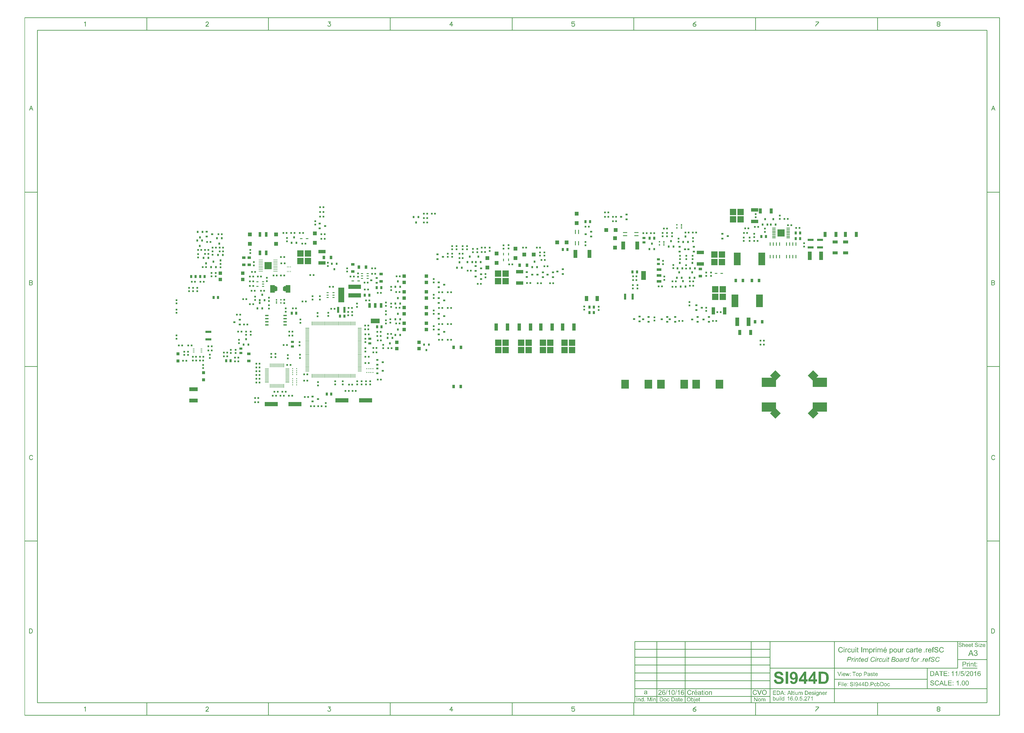
<source format=gtp>
G04 Layer_Color=8421504*
%FSLAX25Y25*%
%MOIN*%
G70*
G01*
G75*
%ADD10C,0.01000*%
%ADD104C,0.00500*%
%ADD154R,0.05700X0.11211*%
%ADD155R,0.01962X0.01175*%
%ADD156R,0.01962X0.01962*%
%ADD157R,0.11211X0.05700*%
%ADD158R,0.02500X0.03000*%
%ADD159R,0.03000X0.02500*%
%ADD160R,0.03400X0.02600*%
%ADD161R,0.03400X0.02800*%
%ADD162R,0.02600X0.03400*%
%ADD163R,0.02800X0.03400*%
%ADD164R,0.03700X0.05100*%
%ADD165R,0.05112X0.08100*%
%ADD166R,0.05500X0.05500*%
%ADD167R,0.02753X0.00784*%
%ADD168R,0.04400X0.07400*%
%ADD169R,0.14400X0.07400*%
%ADD170R,0.07400X0.04400*%
%ADD171R,0.07400X0.14400*%
%ADD172R,0.05900X0.00800*%
%ADD173R,0.00800X0.05900*%
%ADD174R,0.05800X0.01200*%
%ADD175R,0.11411X0.11805*%
%ADD176R,0.03800X0.01800*%
%ADD177R,0.00800X0.05900*%
%ADD178R,0.05900X0.00800*%
%ADD179R,0.01000X0.02200*%
%ADD180R,0.11411X0.11411*%
%ADD181R,0.06600X0.01100*%
%ADD182R,0.01800X0.05700*%
%ADD183R,0.01600X0.01800*%
%ADD184R,0.01800X0.01600*%
%ADD185R,0.05700X0.04100*%
%ADD186R,0.04100X0.05700*%
%ADD187R,0.05900X0.12600*%
%ADD188R,0.21000X0.07100*%
%ADD189R,0.03537X0.09443*%
%ADD190R,0.09443X0.23222*%
%ADD191R,0.13700X0.06400*%
%ADD192R,0.10617X0.20460*%
%ADD193R,0.20066X0.07074*%
%ADD194R,0.06400X0.13700*%
%ADD195R,0.06880X0.01762*%
%ADD196R,0.01762X0.06880*%
%ADD197R,0.04124X0.07274*%
%ADD198R,0.12198X0.14364*%
%ADD199R,0.04400X0.01800*%
%ADD200R,0.05900X0.05900*%
%ADD201R,0.05900X0.05900*%
%ADD202R,0.04912X0.04518*%
%ADD203R,0.01800X0.04400*%
%ADD204R,0.05100X0.03700*%
%ADD205R,0.09800X0.03700*%
%ADD206R,0.03700X0.09800*%
%ADD207R,0.08100X0.05112*%
%ADD208P,0.17140X4X270.0*%
%ADD209R,0.23022X0.15148*%
%ADD210R,0.07400X0.12400*%
%ADD211R,0.05500X0.08400*%
%ADD212R,0.05702X0.01962*%
G36*
X889449Y307968D02*
X879449D01*
Y317969D01*
X889449D01*
Y307968D01*
D02*
G37*
G36*
X877480D02*
X867480D01*
Y317969D01*
X877480D01*
Y307968D01*
D02*
G37*
G36*
X889449Y296000D02*
X879449D01*
Y306000D01*
X889449D01*
Y296000D01*
D02*
G37*
G36*
X877480D02*
X867480D01*
Y306000D01*
X877480D01*
Y296000D01*
D02*
G37*
G36*
X201372Y241899D02*
X191372D01*
Y251899D01*
X201372D01*
Y241899D01*
D02*
G37*
G36*
X189403D02*
X179403D01*
Y251899D01*
X189403D01*
Y241899D01*
D02*
G37*
G36*
X859846Y240276D02*
X849846D01*
Y250276D01*
X859846D01*
Y240276D01*
D02*
G37*
G36*
X847878D02*
X837878D01*
Y250276D01*
X847878D01*
Y240276D01*
D02*
G37*
G36*
X201372Y229930D02*
X191372D01*
Y239930D01*
X201372D01*
Y229930D01*
D02*
G37*
G36*
X189403D02*
X179403D01*
Y239930D01*
X189403D01*
Y229930D01*
D02*
G37*
G36*
X859846Y228307D02*
X849846D01*
Y238307D01*
X859846D01*
Y228307D01*
D02*
G37*
G36*
X847878D02*
X837878D01*
Y238307D01*
X847878D01*
Y228307D01*
D02*
G37*
G36*
X515969Y209688D02*
X505969D01*
Y219689D01*
X515969D01*
Y209688D01*
D02*
G37*
G36*
X504000D02*
X494000D01*
Y219689D01*
X504000D01*
Y209688D01*
D02*
G37*
G36*
X515969Y197720D02*
X505969D01*
Y207720D01*
X515969D01*
Y197720D01*
D02*
G37*
G36*
X504000D02*
X494000D01*
Y207720D01*
X504000D01*
Y197720D01*
D02*
G37*
G36*
X861193Y184846D02*
X851193D01*
Y194846D01*
X861193D01*
Y184846D01*
D02*
G37*
G36*
X849224D02*
X839224D01*
Y194846D01*
X849224D01*
Y184846D01*
D02*
G37*
G36*
X861193Y172878D02*
X851193D01*
Y182878D01*
X861193D01*
Y172878D01*
D02*
G37*
G36*
X849224D02*
X839224D01*
Y182878D01*
X849224D01*
Y172878D01*
D02*
G37*
G36*
X587000Y99968D02*
X577000D01*
Y109968D01*
X587000D01*
Y99968D01*
D02*
G37*
G36*
X575032D02*
X565031D01*
Y109968D01*
X575032D01*
Y99968D01*
D02*
G37*
G36*
X516000D02*
X506000D01*
Y109968D01*
X516000D01*
Y99968D01*
D02*
G37*
G36*
X504032D02*
X494031D01*
Y109968D01*
X504032D01*
Y99968D01*
D02*
G37*
G36*
X621500Y99968D02*
X611500D01*
Y109968D01*
X621500D01*
Y99968D01*
D02*
G37*
G36*
X609531D02*
X599532D01*
Y109968D01*
X609531D01*
Y99968D01*
D02*
G37*
G36*
X552500D02*
X542500D01*
Y109968D01*
X552500D01*
Y99968D01*
D02*
G37*
G36*
X540531D02*
X530532D01*
Y109968D01*
X540531D01*
Y99968D01*
D02*
G37*
G36*
X587000Y88000D02*
X577000D01*
Y98000D01*
X587000D01*
Y88000D01*
D02*
G37*
G36*
X575032D02*
X565031D01*
Y98000D01*
X575032D01*
Y88000D01*
D02*
G37*
G36*
X516000D02*
X506000D01*
Y98000D01*
X516000D01*
Y88000D01*
D02*
G37*
G36*
X504032D02*
X494031D01*
Y98000D01*
X504032D01*
Y88000D01*
D02*
G37*
G36*
X621500Y88000D02*
X611500D01*
Y98000D01*
X621500D01*
Y88000D01*
D02*
G37*
G36*
X609531D02*
X599532D01*
Y98000D01*
X609531D01*
Y88000D01*
D02*
G37*
G36*
X552500D02*
X542500D01*
Y98000D01*
X552500D01*
Y88000D01*
D02*
G37*
G36*
X540531D02*
X530532D01*
Y98000D01*
X540531D01*
Y88000D01*
D02*
G37*
G36*
X1263962Y-373636D02*
X1263171D01*
Y-372738D01*
X1263962D01*
Y-373636D01*
D02*
G37*
G36*
X1259687Y-372640D02*
X1259755D01*
X1259921Y-372660D01*
X1260116Y-372689D01*
X1260331Y-372728D01*
X1260546Y-372786D01*
X1260751Y-372865D01*
X1260760D01*
X1260770Y-372874D01*
X1260800Y-372884D01*
X1260839Y-372904D01*
X1260936Y-372962D01*
X1261063Y-373030D01*
X1261200Y-373128D01*
X1261336Y-373245D01*
X1261473Y-373382D01*
X1261590Y-373538D01*
X1261600Y-373557D01*
X1261639Y-373616D01*
X1261688Y-373714D01*
X1261736Y-373831D01*
X1261795Y-373977D01*
X1261854Y-374153D01*
X1261893Y-374338D01*
X1261912Y-374543D01*
X1261102Y-374602D01*
Y-374592D01*
Y-374573D01*
X1261092Y-374543D01*
X1261083Y-374504D01*
X1261063Y-374397D01*
X1261024Y-374260D01*
X1260966Y-374114D01*
X1260887Y-373967D01*
X1260780Y-373821D01*
X1260653Y-373694D01*
X1260634Y-373684D01*
X1260585Y-373645D01*
X1260497Y-373597D01*
X1260380Y-373538D01*
X1260224Y-373479D01*
X1260028Y-373431D01*
X1259804Y-373392D01*
X1259540Y-373382D01*
X1259414D01*
X1259355Y-373392D01*
X1259277D01*
X1259111Y-373421D01*
X1258926Y-373450D01*
X1258740Y-373499D01*
X1258564Y-373567D01*
X1258486Y-373616D01*
X1258418Y-373665D01*
X1258408Y-373675D01*
X1258369Y-373714D01*
X1258311Y-373772D01*
X1258252Y-373860D01*
X1258184Y-373958D01*
X1258135Y-374075D01*
X1258096Y-374202D01*
X1258076Y-374348D01*
Y-374368D01*
Y-374407D01*
X1258086Y-374475D01*
X1258106Y-374553D01*
X1258135Y-374641D01*
X1258184Y-374739D01*
X1258242Y-374826D01*
X1258321Y-374914D01*
X1258330Y-374924D01*
X1258379Y-374953D01*
X1258408Y-374973D01*
X1258447Y-375002D01*
X1258506Y-375022D01*
X1258574Y-375051D01*
X1258652Y-375090D01*
X1258740Y-375129D01*
X1258838Y-375158D01*
X1258955Y-375197D01*
X1259091Y-375246D01*
X1259238Y-375285D01*
X1259404Y-375324D01*
X1259589Y-375373D01*
X1259599D01*
X1259638Y-375383D01*
X1259687Y-375392D01*
X1259755Y-375412D01*
X1259843Y-375431D01*
X1259941Y-375461D01*
X1260155Y-375510D01*
X1260390Y-375578D01*
X1260624Y-375646D01*
X1260741Y-375675D01*
X1260839Y-375714D01*
X1260936Y-375753D01*
X1261014Y-375783D01*
X1261024D01*
X1261043Y-375793D01*
X1261063Y-375812D01*
X1261102Y-375832D01*
X1261200Y-375890D01*
X1261327Y-375958D01*
X1261463Y-376056D01*
X1261600Y-376173D01*
X1261727Y-376300D01*
X1261834Y-376437D01*
X1261844Y-376456D01*
X1261873Y-376505D01*
X1261922Y-376583D01*
X1261971Y-376700D01*
X1262020Y-376827D01*
X1262068Y-376983D01*
X1262098Y-377159D01*
X1262107Y-377344D01*
Y-377354D01*
Y-377364D01*
Y-377393D01*
Y-377432D01*
X1262088Y-377530D01*
X1262068Y-377657D01*
X1262039Y-377803D01*
X1261981Y-377969D01*
X1261912Y-378145D01*
X1261815Y-378311D01*
X1261805Y-378330D01*
X1261756Y-378389D01*
X1261697Y-378467D01*
X1261600Y-378564D01*
X1261483Y-378681D01*
X1261336Y-378799D01*
X1261161Y-378906D01*
X1260966Y-379013D01*
X1260956D01*
X1260936Y-379023D01*
X1260907Y-379033D01*
X1260868Y-379052D01*
X1260819Y-379072D01*
X1260760Y-379091D01*
X1260604Y-379131D01*
X1260429Y-379179D01*
X1260214Y-379218D01*
X1259989Y-379248D01*
X1259736Y-379257D01*
X1259589D01*
X1259521Y-379248D01*
X1259433D01*
X1259336Y-379238D01*
X1259228Y-379228D01*
X1259004Y-379199D01*
X1258760Y-379150D01*
X1258516Y-379091D01*
X1258282Y-379013D01*
X1258272D01*
X1258252Y-379004D01*
X1258223Y-378984D01*
X1258184Y-378965D01*
X1258076Y-378906D01*
X1257950Y-378818D01*
X1257793Y-378711D01*
X1257647Y-378584D01*
X1257491Y-378428D01*
X1257354Y-378252D01*
Y-378242D01*
X1257345Y-378233D01*
X1257325Y-378203D01*
X1257306Y-378164D01*
X1257276Y-378115D01*
X1257247Y-378057D01*
X1257188Y-377910D01*
X1257130Y-377745D01*
X1257071Y-377540D01*
X1257032Y-377325D01*
X1257013Y-377091D01*
X1257813Y-377022D01*
Y-377032D01*
Y-377042D01*
X1257823Y-377100D01*
X1257842Y-377188D01*
X1257862Y-377305D01*
X1257901Y-377432D01*
X1257940Y-377569D01*
X1257998Y-377696D01*
X1258067Y-377823D01*
X1258076Y-377832D01*
X1258106Y-377871D01*
X1258155Y-377930D01*
X1258233Y-377998D01*
X1258321Y-378076D01*
X1258428Y-378164D01*
X1258564Y-378242D01*
X1258711Y-378320D01*
X1258721D01*
X1258730Y-378330D01*
X1258789Y-378350D01*
X1258877Y-378379D01*
X1259004Y-378408D01*
X1259140Y-378447D01*
X1259316Y-378477D01*
X1259501Y-378496D01*
X1259697Y-378506D01*
X1259775D01*
X1259872Y-378496D01*
X1259980Y-378486D01*
X1260116Y-378477D01*
X1260253Y-378447D01*
X1260399Y-378418D01*
X1260546Y-378369D01*
X1260565Y-378359D01*
X1260604Y-378340D01*
X1260673Y-378311D01*
X1260751Y-378262D01*
X1260848Y-378203D01*
X1260936Y-378135D01*
X1261024Y-378057D01*
X1261102Y-377969D01*
X1261112Y-377959D01*
X1261131Y-377920D01*
X1261161Y-377871D01*
X1261200Y-377803D01*
X1261229Y-377725D01*
X1261258Y-377627D01*
X1261278Y-377530D01*
X1261287Y-377422D01*
Y-377413D01*
Y-377374D01*
X1261278Y-377315D01*
X1261268Y-377247D01*
X1261248Y-377159D01*
X1261209Y-377071D01*
X1261170Y-376983D01*
X1261112Y-376895D01*
X1261102Y-376886D01*
X1261083Y-376856D01*
X1261034Y-376817D01*
X1260975Y-376759D01*
X1260897Y-376700D01*
X1260800Y-376642D01*
X1260673Y-376573D01*
X1260536Y-376515D01*
X1260526Y-376505D01*
X1260487Y-376495D01*
X1260409Y-376476D01*
X1260360Y-376456D01*
X1260302Y-376437D01*
X1260224Y-376417D01*
X1260146Y-376398D01*
X1260048Y-376368D01*
X1259950Y-376339D01*
X1259833Y-376310D01*
X1259697Y-376281D01*
X1259550Y-376241D01*
X1259394Y-376203D01*
X1259384D01*
X1259355Y-376193D01*
X1259306Y-376183D01*
X1259248Y-376163D01*
X1259179Y-376144D01*
X1259101Y-376124D01*
X1258916Y-376076D01*
X1258711Y-376007D01*
X1258506Y-375939D01*
X1258321Y-375871D01*
X1258233Y-375841D01*
X1258164Y-375802D01*
X1258155D01*
X1258145Y-375793D01*
X1258086Y-375753D01*
X1258008Y-375705D01*
X1257911Y-375636D01*
X1257793Y-375549D01*
X1257686Y-375451D01*
X1257579Y-375334D01*
X1257481Y-375207D01*
X1257471Y-375187D01*
X1257442Y-375139D01*
X1257413Y-375070D01*
X1257374Y-374973D01*
X1257325Y-374856D01*
X1257296Y-374719D01*
X1257266Y-374563D01*
X1257257Y-374407D01*
Y-374397D01*
Y-374387D01*
Y-374358D01*
Y-374319D01*
X1257276Y-374231D01*
X1257296Y-374114D01*
X1257325Y-373967D01*
X1257374Y-373821D01*
X1257442Y-373655D01*
X1257530Y-373499D01*
Y-373489D01*
X1257540Y-373479D01*
X1257579Y-373431D01*
X1257647Y-373353D01*
X1257735Y-373255D01*
X1257842Y-373157D01*
X1257979Y-373050D01*
X1258145Y-372943D01*
X1258330Y-372855D01*
X1258340D01*
X1258350Y-372845D01*
X1258379Y-372835D01*
X1258428Y-372816D01*
X1258477Y-372806D01*
X1258535Y-372786D01*
X1258672Y-372738D01*
X1258848Y-372699D01*
X1259043Y-372669D01*
X1259267Y-372640D01*
X1259501Y-372630D01*
X1259619D01*
X1259687Y-372640D01*
D02*
G37*
G36*
X1233803D02*
X1233872D01*
X1234038Y-372660D01*
X1234233Y-372689D01*
X1234447Y-372728D01*
X1234662Y-372786D01*
X1234867Y-372865D01*
X1234877D01*
X1234887Y-372874D01*
X1234916Y-372884D01*
X1234955Y-372904D01*
X1235053Y-372962D01*
X1235180Y-373030D01*
X1235316Y-373128D01*
X1235453Y-373245D01*
X1235590Y-373382D01*
X1235707Y-373538D01*
X1235716Y-373557D01*
X1235755Y-373616D01*
X1235804Y-373714D01*
X1235853Y-373831D01*
X1235911Y-373977D01*
X1235970Y-374153D01*
X1236009Y-374338D01*
X1236029Y-374543D01*
X1235219Y-374602D01*
Y-374592D01*
Y-374573D01*
X1235209Y-374543D01*
X1235199Y-374504D01*
X1235180Y-374397D01*
X1235141Y-374260D01*
X1235082Y-374114D01*
X1235004Y-373967D01*
X1234896Y-373821D01*
X1234770Y-373694D01*
X1234750Y-373684D01*
X1234701Y-373645D01*
X1234614Y-373597D01*
X1234496Y-373538D01*
X1234340Y-373479D01*
X1234145Y-373431D01*
X1233920Y-373392D01*
X1233657Y-373382D01*
X1233530D01*
X1233471Y-373392D01*
X1233393D01*
X1233228Y-373421D01*
X1233042Y-373450D01*
X1232857Y-373499D01*
X1232681Y-373567D01*
X1232603Y-373616D01*
X1232535Y-373665D01*
X1232525Y-373675D01*
X1232486Y-373714D01*
X1232427Y-373772D01*
X1232369Y-373860D01*
X1232300Y-373958D01*
X1232251Y-374075D01*
X1232213Y-374202D01*
X1232193Y-374348D01*
Y-374368D01*
Y-374407D01*
X1232203Y-374475D01*
X1232222Y-374553D01*
X1232251Y-374641D01*
X1232300Y-374739D01*
X1232359Y-374826D01*
X1232437Y-374914D01*
X1232447Y-374924D01*
X1232495Y-374953D01*
X1232525Y-374973D01*
X1232564Y-375002D01*
X1232622Y-375022D01*
X1232691Y-375051D01*
X1232769Y-375090D01*
X1232857Y-375129D01*
X1232954Y-375158D01*
X1233071Y-375197D01*
X1233208Y-375246D01*
X1233354Y-375285D01*
X1233520Y-375324D01*
X1233706Y-375373D01*
X1233716D01*
X1233755Y-375383D01*
X1233803Y-375392D01*
X1233872Y-375412D01*
X1233959Y-375431D01*
X1234057Y-375461D01*
X1234272Y-375510D01*
X1234506Y-375578D01*
X1234740Y-375646D01*
X1234857Y-375675D01*
X1234955Y-375714D01*
X1235053Y-375753D01*
X1235131Y-375783D01*
X1235141D01*
X1235160Y-375793D01*
X1235180Y-375812D01*
X1235219Y-375832D01*
X1235316Y-375890D01*
X1235443Y-375958D01*
X1235580Y-376056D01*
X1235716Y-376173D01*
X1235843Y-376300D01*
X1235951Y-376437D01*
X1235960Y-376456D01*
X1235990Y-376505D01*
X1236038Y-376583D01*
X1236087Y-376700D01*
X1236136Y-376827D01*
X1236185Y-376983D01*
X1236214Y-377159D01*
X1236224Y-377344D01*
Y-377354D01*
Y-377364D01*
Y-377393D01*
Y-377432D01*
X1236204Y-377530D01*
X1236185Y-377657D01*
X1236156Y-377803D01*
X1236097Y-377969D01*
X1236029Y-378145D01*
X1235931Y-378311D01*
X1235921Y-378330D01*
X1235872Y-378389D01*
X1235814Y-378467D01*
X1235716Y-378564D01*
X1235599Y-378681D01*
X1235453Y-378799D01*
X1235277Y-378906D01*
X1235082Y-379013D01*
X1235072D01*
X1235053Y-379023D01*
X1235023Y-379033D01*
X1234984Y-379052D01*
X1234935Y-379072D01*
X1234877Y-379091D01*
X1234721Y-379131D01*
X1234545Y-379179D01*
X1234330Y-379218D01*
X1234106Y-379248D01*
X1233852Y-379257D01*
X1233706D01*
X1233637Y-379248D01*
X1233550D01*
X1233452Y-379238D01*
X1233345Y-379228D01*
X1233120Y-379199D01*
X1232876Y-379150D01*
X1232632Y-379091D01*
X1232398Y-379013D01*
X1232388D01*
X1232369Y-379004D01*
X1232339Y-378984D01*
X1232300Y-378965D01*
X1232193Y-378906D01*
X1232066Y-378818D01*
X1231910Y-378711D01*
X1231763Y-378584D01*
X1231607Y-378428D01*
X1231471Y-378252D01*
Y-378242D01*
X1231461Y-378233D01*
X1231441Y-378203D01*
X1231422Y-378164D01*
X1231393Y-378115D01*
X1231363Y-378057D01*
X1231305Y-377910D01*
X1231246Y-377745D01*
X1231188Y-377540D01*
X1231149Y-377325D01*
X1231129Y-377091D01*
X1231929Y-377022D01*
Y-377032D01*
Y-377042D01*
X1231939Y-377100D01*
X1231959Y-377188D01*
X1231978Y-377305D01*
X1232017Y-377432D01*
X1232056Y-377569D01*
X1232115Y-377696D01*
X1232183Y-377823D01*
X1232193Y-377832D01*
X1232222Y-377871D01*
X1232271Y-377930D01*
X1232349Y-377998D01*
X1232437Y-378076D01*
X1232544Y-378164D01*
X1232681Y-378242D01*
X1232827Y-378320D01*
X1232837D01*
X1232847Y-378330D01*
X1232905Y-378350D01*
X1232993Y-378379D01*
X1233120Y-378408D01*
X1233257Y-378447D01*
X1233432Y-378477D01*
X1233618Y-378496D01*
X1233813Y-378506D01*
X1233891D01*
X1233989Y-378496D01*
X1234096Y-378486D01*
X1234233Y-378477D01*
X1234369Y-378447D01*
X1234516Y-378418D01*
X1234662Y-378369D01*
X1234682Y-378359D01*
X1234721Y-378340D01*
X1234789Y-378311D01*
X1234867Y-378262D01*
X1234965Y-378203D01*
X1235053Y-378135D01*
X1235141Y-378057D01*
X1235219Y-377969D01*
X1235228Y-377959D01*
X1235248Y-377920D01*
X1235277Y-377871D01*
X1235316Y-377803D01*
X1235345Y-377725D01*
X1235375Y-377627D01*
X1235394Y-377530D01*
X1235404Y-377422D01*
Y-377413D01*
Y-377374D01*
X1235394Y-377315D01*
X1235384Y-377247D01*
X1235365Y-377159D01*
X1235326Y-377071D01*
X1235287Y-376983D01*
X1235228Y-376895D01*
X1235219Y-376886D01*
X1235199Y-376856D01*
X1235150Y-376817D01*
X1235092Y-376759D01*
X1235014Y-376700D01*
X1234916Y-376642D01*
X1234789Y-376573D01*
X1234653Y-376515D01*
X1234643Y-376505D01*
X1234604Y-376495D01*
X1234526Y-376476D01*
X1234477Y-376456D01*
X1234418Y-376437D01*
X1234340Y-376417D01*
X1234262Y-376398D01*
X1234165Y-376368D01*
X1234067Y-376339D01*
X1233950Y-376310D01*
X1233813Y-376281D01*
X1233667Y-376241D01*
X1233511Y-376203D01*
X1233501D01*
X1233471Y-376193D01*
X1233423Y-376183D01*
X1233364Y-376163D01*
X1233296Y-376144D01*
X1233218Y-376124D01*
X1233032Y-376076D01*
X1232827Y-376007D01*
X1232622Y-375939D01*
X1232437Y-375871D01*
X1232349Y-375841D01*
X1232281Y-375802D01*
X1232271D01*
X1232261Y-375793D01*
X1232203Y-375753D01*
X1232125Y-375705D01*
X1232027Y-375636D01*
X1231910Y-375549D01*
X1231803Y-375451D01*
X1231695Y-375334D01*
X1231598Y-375207D01*
X1231588Y-375187D01*
X1231559Y-375139D01*
X1231529Y-375070D01*
X1231490Y-374973D01*
X1231441Y-374856D01*
X1231412Y-374719D01*
X1231383Y-374563D01*
X1231373Y-374407D01*
Y-374397D01*
Y-374387D01*
Y-374358D01*
Y-374319D01*
X1231393Y-374231D01*
X1231412Y-374114D01*
X1231441Y-373967D01*
X1231490Y-373821D01*
X1231559Y-373655D01*
X1231646Y-373499D01*
Y-373489D01*
X1231656Y-373479D01*
X1231695Y-373431D01*
X1231763Y-373353D01*
X1231851Y-373255D01*
X1231959Y-373157D01*
X1232095Y-373050D01*
X1232261Y-372943D01*
X1232447Y-372855D01*
X1232456D01*
X1232466Y-372845D01*
X1232495Y-372835D01*
X1232544Y-372816D01*
X1232593Y-372806D01*
X1232652Y-372786D01*
X1232788Y-372738D01*
X1232964Y-372699D01*
X1233159Y-372669D01*
X1233384Y-372640D01*
X1233618Y-372630D01*
X1233735D01*
X1233803Y-372640D01*
D02*
G37*
G36*
X1268705Y-375022D02*
X1266187Y-377979D01*
X1265699Y-378525D01*
X1265748D01*
X1265787Y-378516D01*
X1265894Y-378506D01*
X1266021Y-378496D01*
X1266177D01*
X1266343Y-378486D01*
X1266695Y-378477D01*
X1268842D01*
Y-379150D01*
X1264733D01*
Y-378516D01*
X1267690Y-375109D01*
X1267602D01*
X1267514Y-375119D01*
X1267387D01*
X1267251Y-375129D01*
X1267105D01*
X1266948Y-375139D01*
X1264909D01*
Y-374504D01*
X1268705D01*
Y-375022D01*
D02*
G37*
G36*
X1263962Y-379150D02*
X1263171D01*
Y-374504D01*
X1263962D01*
Y-379150D01*
D02*
G37*
G36*
X1238068Y-375031D02*
X1238078Y-375022D01*
X1238098Y-375002D01*
X1238127Y-374973D01*
X1238166Y-374934D01*
X1238225Y-374885D01*
X1238283Y-374826D01*
X1238361Y-374778D01*
X1238449Y-374709D01*
X1238547Y-374651D01*
X1238644Y-374602D01*
X1238888Y-374495D01*
X1239015Y-374455D01*
X1239152Y-374426D01*
X1239298Y-374407D01*
X1239454Y-374397D01*
X1239542D01*
X1239640Y-374407D01*
X1239757Y-374426D01*
X1239894Y-374446D01*
X1240040Y-374485D01*
X1240196Y-374534D01*
X1240343Y-374602D01*
X1240362Y-374612D01*
X1240401Y-374641D01*
X1240469Y-374690D01*
X1240557Y-374748D01*
X1240645Y-374826D01*
X1240733Y-374924D01*
X1240821Y-375041D01*
X1240889Y-375168D01*
X1240899Y-375187D01*
X1240918Y-375236D01*
X1240938Y-375314D01*
X1240977Y-375431D01*
X1241006Y-375578D01*
X1241026Y-375763D01*
X1241045Y-375968D01*
X1241055Y-376212D01*
Y-379150D01*
X1240265D01*
Y-376203D01*
Y-376193D01*
Y-376173D01*
Y-376144D01*
Y-376105D01*
X1240255Y-376007D01*
X1240235Y-375871D01*
X1240196Y-375734D01*
X1240157Y-375597D01*
X1240089Y-375461D01*
X1240001Y-375344D01*
X1239991Y-375334D01*
X1239952Y-375305D01*
X1239894Y-375256D01*
X1239816Y-375207D01*
X1239718Y-375158D01*
X1239591Y-375109D01*
X1239454Y-375080D01*
X1239289Y-375070D01*
X1239230D01*
X1239162Y-375080D01*
X1239074Y-375090D01*
X1238976Y-375119D01*
X1238859Y-375148D01*
X1238742Y-375197D01*
X1238625Y-375256D01*
X1238615Y-375266D01*
X1238576Y-375285D01*
X1238527Y-375334D01*
X1238459Y-375383D01*
X1238391Y-375461D01*
X1238313Y-375539D01*
X1238254Y-375646D01*
X1238195Y-375753D01*
X1238186Y-375763D01*
X1238176Y-375812D01*
X1238156Y-375880D01*
X1238137Y-375978D01*
X1238107Y-376105D01*
X1238088Y-376251D01*
X1238078Y-376417D01*
X1238068Y-376612D01*
Y-379150D01*
X1237278D01*
Y-372738D01*
X1238068D01*
Y-375031D01*
D02*
G37*
G36*
X1253138Y-374504D02*
X1253928D01*
Y-375119D01*
X1253138D01*
Y-377842D01*
Y-377852D01*
Y-377891D01*
Y-377950D01*
X1253148Y-378018D01*
X1253158Y-378164D01*
X1253167Y-378223D01*
X1253177Y-378272D01*
X1253187Y-378291D01*
X1253206Y-378330D01*
X1253245Y-378379D01*
X1253304Y-378428D01*
X1253323Y-378437D01*
X1253372Y-378447D01*
X1253460Y-378467D01*
X1253577Y-378477D01*
X1253675D01*
X1253724Y-378467D01*
X1253782D01*
X1253928Y-378447D01*
X1254036Y-379140D01*
X1254016D01*
X1253977Y-379150D01*
X1253919Y-379160D01*
X1253831Y-379170D01*
X1253743Y-379189D01*
X1253645Y-379199D01*
X1253440Y-379209D01*
X1253372D01*
X1253294Y-379199D01*
X1253197Y-379189D01*
X1253089Y-379179D01*
X1252972Y-379150D01*
X1252865Y-379121D01*
X1252767Y-379082D01*
X1252757Y-379072D01*
X1252728Y-379052D01*
X1252689Y-379023D01*
X1252640Y-378984D01*
X1252582Y-378935D01*
X1252533Y-378877D01*
X1252474Y-378808D01*
X1252435Y-378730D01*
Y-378721D01*
X1252425Y-378681D01*
X1252406Y-378623D01*
X1252396Y-378525D01*
X1252377Y-378398D01*
X1252367Y-378330D01*
X1252357Y-378242D01*
Y-378145D01*
X1252347Y-378037D01*
Y-377920D01*
Y-377793D01*
Y-375119D01*
X1251762D01*
Y-374504D01*
X1252347D01*
Y-373362D01*
X1253138Y-372884D01*
Y-374504D01*
D02*
G37*
G36*
X1271692Y-374407D02*
X1271770Y-374416D01*
X1271867Y-374426D01*
X1271965Y-374446D01*
X1272082Y-374475D01*
X1272316Y-374553D01*
X1272443Y-374602D01*
X1272570Y-374670D01*
X1272697Y-374739D01*
X1272824Y-374826D01*
X1272941Y-374924D01*
X1273058Y-375041D01*
X1273068Y-375051D01*
X1273087Y-375070D01*
X1273117Y-375109D01*
X1273156Y-375158D01*
X1273195Y-375226D01*
X1273244Y-375305D01*
X1273302Y-375392D01*
X1273361Y-375500D01*
X1273409Y-375627D01*
X1273468Y-375753D01*
X1273517Y-375900D01*
X1273566Y-376066D01*
X1273595Y-376232D01*
X1273624Y-376417D01*
X1273644Y-376612D01*
X1273653Y-376827D01*
Y-376837D01*
Y-376876D01*
Y-376944D01*
X1273644Y-377032D01*
X1270189D01*
Y-377042D01*
Y-377061D01*
X1270198Y-377110D01*
Y-377159D01*
X1270208Y-377227D01*
X1270218Y-377296D01*
X1270257Y-377471D01*
X1270315Y-377657D01*
X1270384Y-377852D01*
X1270491Y-378047D01*
X1270618Y-378213D01*
X1270638Y-378233D01*
X1270686Y-378272D01*
X1270774Y-378340D01*
X1270882Y-378408D01*
X1271028Y-378486D01*
X1271194Y-378555D01*
X1271379Y-378594D01*
X1271584Y-378613D01*
X1271662D01*
X1271741Y-378603D01*
X1271838Y-378584D01*
X1271955Y-378555D01*
X1272082Y-378516D01*
X1272209Y-378467D01*
X1272326Y-378389D01*
X1272336Y-378379D01*
X1272375Y-378340D01*
X1272433Y-378291D01*
X1272502Y-378203D01*
X1272580Y-378106D01*
X1272658Y-377979D01*
X1272736Y-377823D01*
X1272814Y-377647D01*
X1273624Y-377754D01*
Y-377764D01*
X1273614Y-377784D01*
X1273605Y-377823D01*
X1273585Y-377871D01*
X1273566Y-377930D01*
X1273536Y-377998D01*
X1273458Y-378164D01*
X1273361Y-378340D01*
X1273244Y-378525D01*
X1273087Y-378711D01*
X1272912Y-378867D01*
X1272902D01*
X1272892Y-378887D01*
X1272863Y-378906D01*
X1272814Y-378925D01*
X1272765Y-378955D01*
X1272707Y-378994D01*
X1272638Y-379023D01*
X1272551Y-379062D01*
X1272365Y-379131D01*
X1272131Y-379199D01*
X1271877Y-379238D01*
X1271584Y-379257D01*
X1271487D01*
X1271418Y-379248D01*
X1271331Y-379238D01*
X1271233Y-379228D01*
X1271126Y-379209D01*
X1270999Y-379179D01*
X1270745Y-379101D01*
X1270608Y-379052D01*
X1270481Y-378994D01*
X1270345Y-378925D01*
X1270218Y-378838D01*
X1270091Y-378740D01*
X1269974Y-378633D01*
X1269964Y-378623D01*
X1269945Y-378603D01*
X1269915Y-378564D01*
X1269886Y-378516D01*
X1269837Y-378457D01*
X1269788Y-378379D01*
X1269730Y-378281D01*
X1269681Y-378174D01*
X1269623Y-378057D01*
X1269564Y-377930D01*
X1269515Y-377784D01*
X1269476Y-377627D01*
X1269437Y-377462D01*
X1269408Y-377276D01*
X1269388Y-377081D01*
X1269379Y-376876D01*
Y-376866D01*
Y-376827D01*
Y-376759D01*
X1269388Y-376681D01*
X1269398Y-376583D01*
X1269408Y-376466D01*
X1269427Y-376339D01*
X1269457Y-376203D01*
X1269525Y-375910D01*
X1269574Y-375763D01*
X1269632Y-375607D01*
X1269701Y-375461D01*
X1269779Y-375314D01*
X1269867Y-375178D01*
X1269974Y-375051D01*
X1269984Y-375041D01*
X1270003Y-375022D01*
X1270033Y-374992D01*
X1270081Y-374943D01*
X1270140Y-374895D01*
X1270218Y-374846D01*
X1270296Y-374787D01*
X1270394Y-374719D01*
X1270501Y-374660D01*
X1270618Y-374602D01*
X1270745Y-374553D01*
X1270891Y-374495D01*
X1271038Y-374455D01*
X1271194Y-374426D01*
X1271360Y-374407D01*
X1271535Y-374397D01*
X1271623D01*
X1271692Y-374407D01*
D02*
G37*
G36*
X1249292D02*
X1249371Y-374416D01*
X1249468Y-374426D01*
X1249566Y-374446D01*
X1249683Y-374475D01*
X1249917Y-374553D01*
X1250044Y-374602D01*
X1250171Y-374670D01*
X1250298Y-374739D01*
X1250425Y-374826D01*
X1250542Y-374924D01*
X1250659Y-375041D01*
X1250669Y-375051D01*
X1250688Y-375070D01*
X1250717Y-375109D01*
X1250756Y-375158D01*
X1250795Y-375226D01*
X1250844Y-375305D01*
X1250903Y-375392D01*
X1250961Y-375500D01*
X1251010Y-375627D01*
X1251069Y-375753D01*
X1251118Y-375900D01*
X1251166Y-376066D01*
X1251196Y-376232D01*
X1251225Y-376417D01*
X1251245Y-376612D01*
X1251254Y-376827D01*
Y-376837D01*
Y-376876D01*
Y-376944D01*
X1251245Y-377032D01*
X1247789D01*
Y-377042D01*
Y-377061D01*
X1247799Y-377110D01*
Y-377159D01*
X1247809Y-377227D01*
X1247819Y-377296D01*
X1247858Y-377471D01*
X1247916Y-377657D01*
X1247985Y-377852D01*
X1248092Y-378047D01*
X1248219Y-378213D01*
X1248238Y-378233D01*
X1248287Y-378272D01*
X1248375Y-378340D01*
X1248482Y-378408D01*
X1248629Y-378486D01*
X1248795Y-378555D01*
X1248980Y-378594D01*
X1249185Y-378613D01*
X1249263D01*
X1249341Y-378603D01*
X1249439Y-378584D01*
X1249556Y-378555D01*
X1249683Y-378516D01*
X1249810Y-378467D01*
X1249927Y-378389D01*
X1249937Y-378379D01*
X1249976Y-378340D01*
X1250034Y-378291D01*
X1250103Y-378203D01*
X1250181Y-378106D01*
X1250259Y-377979D01*
X1250337Y-377823D01*
X1250415Y-377647D01*
X1251225Y-377754D01*
Y-377764D01*
X1251215Y-377784D01*
X1251206Y-377823D01*
X1251186Y-377871D01*
X1251166Y-377930D01*
X1251137Y-377998D01*
X1251059Y-378164D01*
X1250961Y-378340D01*
X1250844Y-378525D01*
X1250688Y-378711D01*
X1250513Y-378867D01*
X1250503D01*
X1250493Y-378887D01*
X1250464Y-378906D01*
X1250415Y-378925D01*
X1250366Y-378955D01*
X1250307Y-378994D01*
X1250239Y-379023D01*
X1250151Y-379062D01*
X1249966Y-379131D01*
X1249732Y-379199D01*
X1249478Y-379238D01*
X1249185Y-379257D01*
X1249088D01*
X1249019Y-379248D01*
X1248931Y-379238D01*
X1248834Y-379228D01*
X1248726Y-379209D01*
X1248600Y-379179D01*
X1248346Y-379101D01*
X1248209Y-379052D01*
X1248082Y-378994D01*
X1247946Y-378925D01*
X1247819Y-378838D01*
X1247692Y-378740D01*
X1247575Y-378633D01*
X1247565Y-378623D01*
X1247545Y-378603D01*
X1247516Y-378564D01*
X1247487Y-378516D01*
X1247438Y-378457D01*
X1247389Y-378379D01*
X1247331Y-378281D01*
X1247282Y-378174D01*
X1247223Y-378057D01*
X1247165Y-377930D01*
X1247116Y-377784D01*
X1247077Y-377627D01*
X1247038Y-377462D01*
X1247009Y-377276D01*
X1246989Y-377081D01*
X1246979Y-376876D01*
Y-376866D01*
Y-376827D01*
Y-376759D01*
X1246989Y-376681D01*
X1246999Y-376583D01*
X1247009Y-376466D01*
X1247028Y-376339D01*
X1247058Y-376203D01*
X1247126Y-375910D01*
X1247175Y-375763D01*
X1247233Y-375607D01*
X1247301Y-375461D01*
X1247379Y-375314D01*
X1247467Y-375178D01*
X1247575Y-375051D01*
X1247585Y-375041D01*
X1247604Y-375022D01*
X1247633Y-374992D01*
X1247682Y-374943D01*
X1247741Y-374895D01*
X1247819Y-374846D01*
X1247897Y-374787D01*
X1247994Y-374719D01*
X1248102Y-374660D01*
X1248219Y-374602D01*
X1248346Y-374553D01*
X1248492Y-374495D01*
X1248639Y-374455D01*
X1248795Y-374426D01*
X1248961Y-374407D01*
X1249136Y-374397D01*
X1249224D01*
X1249292Y-374407D01*
D02*
G37*
G36*
X1244315D02*
X1244393Y-374416D01*
X1244491Y-374426D01*
X1244588Y-374446D01*
X1244705Y-374475D01*
X1244940Y-374553D01*
X1245066Y-374602D01*
X1245193Y-374670D01*
X1245320Y-374739D01*
X1245447Y-374826D01*
X1245564Y-374924D01*
X1245681Y-375041D01*
X1245691Y-375051D01*
X1245711Y-375070D01*
X1245740Y-375109D01*
X1245779Y-375158D01*
X1245818Y-375226D01*
X1245867Y-375305D01*
X1245925Y-375392D01*
X1245984Y-375500D01*
X1246033Y-375627D01*
X1246091Y-375753D01*
X1246140Y-375900D01*
X1246189Y-376066D01*
X1246218Y-376232D01*
X1246247Y-376417D01*
X1246267Y-376612D01*
X1246277Y-376827D01*
Y-376837D01*
Y-376876D01*
Y-376944D01*
X1246267Y-377032D01*
X1242812D01*
Y-377042D01*
Y-377061D01*
X1242822Y-377110D01*
Y-377159D01*
X1242831Y-377227D01*
X1242841Y-377296D01*
X1242880Y-377471D01*
X1242939Y-377657D01*
X1243007Y-377852D01*
X1243114Y-378047D01*
X1243241Y-378213D01*
X1243261Y-378233D01*
X1243310Y-378272D01*
X1243398Y-378340D01*
X1243505Y-378408D01*
X1243651Y-378486D01*
X1243817Y-378555D01*
X1244003Y-378594D01*
X1244207Y-378613D01*
X1244286D01*
X1244364Y-378603D01*
X1244461Y-378584D01*
X1244578Y-378555D01*
X1244705Y-378516D01*
X1244832Y-378467D01*
X1244949Y-378389D01*
X1244959Y-378379D01*
X1244998Y-378340D01*
X1245057Y-378291D01*
X1245125Y-378203D01*
X1245203Y-378106D01*
X1245281Y-377979D01*
X1245359Y-377823D01*
X1245437Y-377647D01*
X1246247Y-377754D01*
Y-377764D01*
X1246238Y-377784D01*
X1246228Y-377823D01*
X1246208Y-377871D01*
X1246189Y-377930D01*
X1246159Y-377998D01*
X1246082Y-378164D01*
X1245984Y-378340D01*
X1245867Y-378525D01*
X1245711Y-378711D01*
X1245535Y-378867D01*
X1245525D01*
X1245515Y-378887D01*
X1245486Y-378906D01*
X1245437Y-378925D01*
X1245389Y-378955D01*
X1245330Y-378994D01*
X1245262Y-379023D01*
X1245174Y-379062D01*
X1244988Y-379131D01*
X1244754Y-379199D01*
X1244500Y-379238D01*
X1244207Y-379257D01*
X1244110D01*
X1244042Y-379248D01*
X1243954Y-379238D01*
X1243856Y-379228D01*
X1243749Y-379209D01*
X1243622Y-379179D01*
X1243368Y-379101D01*
X1243231Y-379052D01*
X1243105Y-378994D01*
X1242968Y-378925D01*
X1242841Y-378838D01*
X1242714Y-378740D01*
X1242597Y-378633D01*
X1242587Y-378623D01*
X1242568Y-378603D01*
X1242539Y-378564D01*
X1242509Y-378516D01*
X1242461Y-378457D01*
X1242412Y-378379D01*
X1242353Y-378281D01*
X1242304Y-378174D01*
X1242246Y-378057D01*
X1242187Y-377930D01*
X1242138Y-377784D01*
X1242099Y-377627D01*
X1242060Y-377462D01*
X1242031Y-377276D01*
X1242012Y-377081D01*
X1242002Y-376876D01*
Y-376866D01*
Y-376827D01*
Y-376759D01*
X1242012Y-376681D01*
X1242021Y-376583D01*
X1242031Y-376466D01*
X1242051Y-376339D01*
X1242080Y-376203D01*
X1242148Y-375910D01*
X1242197Y-375763D01*
X1242255Y-375607D01*
X1242324Y-375461D01*
X1242402Y-375314D01*
X1242490Y-375178D01*
X1242597Y-375051D01*
X1242607Y-375041D01*
X1242626Y-375022D01*
X1242656Y-374992D01*
X1242704Y-374943D01*
X1242763Y-374895D01*
X1242841Y-374846D01*
X1242919Y-374787D01*
X1243017Y-374719D01*
X1243124Y-374660D01*
X1243241Y-374602D01*
X1243368Y-374553D01*
X1243515Y-374495D01*
X1243661Y-374455D01*
X1243817Y-374426D01*
X1243983Y-374407D01*
X1244159Y-374397D01*
X1244247D01*
X1244315Y-374407D01*
D02*
G37*
G36*
X1191611Y-379436D02*
X1191751Y-379449D01*
X1191916Y-379474D01*
X1192093Y-379499D01*
X1192284Y-379537D01*
X1192131Y-380426D01*
X1192118D01*
X1192080Y-380413D01*
X1192017Y-380400D01*
X1191941Y-380387D01*
X1191839D01*
X1191738Y-380375D01*
X1191522Y-380362D01*
X1191446D01*
X1191370Y-380375D01*
X1191268Y-380387D01*
X1191167Y-380413D01*
X1191053Y-380451D01*
X1190951Y-380502D01*
X1190862Y-380565D01*
X1190849Y-380578D01*
X1190837Y-380603D01*
X1190799Y-380654D01*
X1190773Y-380730D01*
X1190735Y-380832D01*
X1190697Y-380971D01*
X1190685Y-381123D01*
X1190672Y-381314D01*
Y-381860D01*
X1191852D01*
Y-382659D01*
X1190685D01*
Y-387900D01*
X1189657D01*
Y-382659D01*
X1188756D01*
Y-381860D01*
X1189657D01*
Y-381225D01*
Y-381212D01*
Y-381200D01*
Y-381123D01*
X1189669Y-381022D01*
Y-380882D01*
X1189682Y-380743D01*
X1189707Y-380591D01*
X1189733Y-380451D01*
X1189771Y-380324D01*
X1189784Y-380311D01*
X1189796Y-380261D01*
X1189834Y-380185D01*
X1189885Y-380096D01*
X1189961Y-379981D01*
X1190050Y-379880D01*
X1190152Y-379778D01*
X1190279Y-379677D01*
X1190291Y-379664D01*
X1190355Y-379639D01*
X1190431Y-379601D01*
X1190558Y-379550D01*
X1190697Y-379499D01*
X1190888Y-379461D01*
X1191091Y-379436D01*
X1191332Y-379423D01*
X1191497D01*
X1191611Y-379436D01*
D02*
G37*
G36*
X1100588Y-380730D02*
X1099560D01*
Y-379563D01*
X1100588D01*
Y-380730D01*
D02*
G37*
G36*
X1068254D02*
X1067226D01*
Y-379563D01*
X1068254D01*
Y-380730D01*
D02*
G37*
G36*
X1049498D02*
X1048470D01*
Y-379563D01*
X1049498D01*
Y-380730D01*
D02*
G37*
G36*
X1114319Y-381111D02*
X1113468D01*
X1114230Y-379525D01*
X1115575D01*
X1114319Y-381111D01*
D02*
G37*
G36*
X1195900Y-379436D02*
X1195989D01*
X1196205Y-379461D01*
X1196459Y-379499D01*
X1196738Y-379550D01*
X1197017Y-379626D01*
X1197283Y-379728D01*
X1197296D01*
X1197309Y-379740D01*
X1197347Y-379753D01*
X1197398Y-379778D01*
X1197525Y-379854D01*
X1197689Y-379943D01*
X1197867Y-380070D01*
X1198045Y-380223D01*
X1198222Y-380400D01*
X1198375Y-380603D01*
X1198387Y-380629D01*
X1198438Y-380705D01*
X1198502Y-380832D01*
X1198565Y-380984D01*
X1198641Y-381174D01*
X1198717Y-381403D01*
X1198768Y-381644D01*
X1198794Y-381910D01*
X1197740Y-381986D01*
Y-381974D01*
Y-381948D01*
X1197727Y-381910D01*
X1197715Y-381860D01*
X1197689Y-381720D01*
X1197639Y-381542D01*
X1197563Y-381352D01*
X1197461Y-381162D01*
X1197321Y-380971D01*
X1197157Y-380806D01*
X1197131Y-380794D01*
X1197068Y-380743D01*
X1196953Y-380679D01*
X1196801Y-380603D01*
X1196598Y-380527D01*
X1196344Y-380464D01*
X1196052Y-380413D01*
X1195710Y-380400D01*
X1195545D01*
X1195469Y-380413D01*
X1195367D01*
X1195151Y-380451D01*
X1194910Y-380489D01*
X1194669Y-380553D01*
X1194441Y-380641D01*
X1194339Y-380705D01*
X1194250Y-380768D01*
X1194238Y-380781D01*
X1194187Y-380832D01*
X1194111Y-380908D01*
X1194035Y-381022D01*
X1193946Y-381149D01*
X1193882Y-381301D01*
X1193832Y-381466D01*
X1193806Y-381657D01*
Y-381682D01*
Y-381733D01*
X1193819Y-381821D01*
X1193844Y-381923D01*
X1193882Y-382037D01*
X1193946Y-382164D01*
X1194022Y-382278D01*
X1194124Y-382393D01*
X1194136Y-382405D01*
X1194200Y-382443D01*
X1194238Y-382469D01*
X1194289Y-382507D01*
X1194365Y-382532D01*
X1194454Y-382570D01*
X1194555Y-382621D01*
X1194669Y-382672D01*
X1194796Y-382710D01*
X1194948Y-382761D01*
X1195126Y-382824D01*
X1195316Y-382875D01*
X1195532Y-382926D01*
X1195773Y-382989D01*
X1195786D01*
X1195837Y-383002D01*
X1195900Y-383014D01*
X1195989Y-383040D01*
X1196103Y-383065D01*
X1196230Y-383103D01*
X1196509Y-383167D01*
X1196814Y-383256D01*
X1197118Y-383344D01*
X1197271Y-383382D01*
X1197398Y-383433D01*
X1197525Y-383484D01*
X1197626Y-383522D01*
X1197639D01*
X1197664Y-383535D01*
X1197689Y-383560D01*
X1197740Y-383585D01*
X1197867Y-383662D01*
X1198032Y-383750D01*
X1198210Y-383877D01*
X1198387Y-384030D01*
X1198552Y-384194D01*
X1198692Y-384372D01*
X1198705Y-384398D01*
X1198743Y-384461D01*
X1198806Y-384562D01*
X1198870Y-384715D01*
X1198933Y-384880D01*
X1198997Y-385083D01*
X1199035Y-385311D01*
X1199047Y-385552D01*
Y-385565D01*
Y-385578D01*
Y-385616D01*
Y-385667D01*
X1199022Y-385793D01*
X1198997Y-385958D01*
X1198958Y-386149D01*
X1198882Y-386365D01*
X1198794Y-386593D01*
X1198667Y-386809D01*
X1198654Y-386834D01*
X1198590Y-386910D01*
X1198514Y-387012D01*
X1198387Y-387139D01*
X1198235Y-387291D01*
X1198045Y-387443D01*
X1197816Y-387583D01*
X1197563Y-387722D01*
X1197550D01*
X1197525Y-387735D01*
X1197486Y-387748D01*
X1197436Y-387773D01*
X1197372Y-387799D01*
X1197296Y-387824D01*
X1197093Y-387875D01*
X1196865Y-387938D01*
X1196585Y-387989D01*
X1196294Y-388027D01*
X1195964Y-388040D01*
X1195773D01*
X1195684Y-388027D01*
X1195570D01*
X1195443Y-388014D01*
X1195304Y-388001D01*
X1195012Y-387964D01*
X1194695Y-387900D01*
X1194377Y-387824D01*
X1194073Y-387722D01*
X1194060D01*
X1194035Y-387710D01*
X1193997Y-387684D01*
X1193946Y-387659D01*
X1193806Y-387583D01*
X1193641Y-387469D01*
X1193438Y-387329D01*
X1193248Y-387164D01*
X1193045Y-386961D01*
X1192867Y-386733D01*
Y-386720D01*
X1192855Y-386707D01*
X1192829Y-386669D01*
X1192804Y-386618D01*
X1192766Y-386555D01*
X1192728Y-386479D01*
X1192651Y-386288D01*
X1192575Y-386073D01*
X1192499Y-385806D01*
X1192449Y-385527D01*
X1192423Y-385222D01*
X1193464Y-385134D01*
Y-385146D01*
Y-385159D01*
X1193476Y-385235D01*
X1193502Y-385349D01*
X1193527Y-385502D01*
X1193578Y-385667D01*
X1193629Y-385844D01*
X1193705Y-386009D01*
X1193794Y-386174D01*
X1193806Y-386187D01*
X1193844Y-386238D01*
X1193908Y-386314D01*
X1194009Y-386403D01*
X1194124Y-386504D01*
X1194263Y-386618D01*
X1194441Y-386720D01*
X1194631Y-386821D01*
X1194644D01*
X1194656Y-386834D01*
X1194733Y-386859D01*
X1194847Y-386897D01*
X1195012Y-386936D01*
X1195189Y-386986D01*
X1195418Y-387024D01*
X1195659Y-387050D01*
X1195913Y-387063D01*
X1196014D01*
X1196141Y-387050D01*
X1196281Y-387037D01*
X1196459Y-387024D01*
X1196636Y-386986D01*
X1196826Y-386948D01*
X1197017Y-386885D01*
X1197042Y-386872D01*
X1197093Y-386847D01*
X1197182Y-386809D01*
X1197283Y-386745D01*
X1197410Y-386669D01*
X1197525Y-386580D01*
X1197639Y-386479D01*
X1197740Y-386365D01*
X1197753Y-386352D01*
X1197778Y-386301D01*
X1197816Y-386238D01*
X1197867Y-386149D01*
X1197905Y-386047D01*
X1197943Y-385920D01*
X1197969Y-385793D01*
X1197981Y-385654D01*
Y-385641D01*
Y-385590D01*
X1197969Y-385514D01*
X1197956Y-385425D01*
X1197931Y-385311D01*
X1197880Y-385197D01*
X1197829Y-385083D01*
X1197753Y-384969D01*
X1197740Y-384956D01*
X1197715Y-384918D01*
X1197651Y-384867D01*
X1197575Y-384791D01*
X1197474Y-384715D01*
X1197347Y-384639D01*
X1197182Y-384550D01*
X1197004Y-384474D01*
X1196992Y-384461D01*
X1196941Y-384448D01*
X1196839Y-384423D01*
X1196776Y-384398D01*
X1196700Y-384372D01*
X1196598Y-384347D01*
X1196497Y-384321D01*
X1196370Y-384283D01*
X1196243Y-384245D01*
X1196091Y-384207D01*
X1195913Y-384169D01*
X1195722Y-384118D01*
X1195519Y-384068D01*
X1195507D01*
X1195469Y-384055D01*
X1195405Y-384042D01*
X1195329Y-384017D01*
X1195240Y-383992D01*
X1195139Y-383966D01*
X1194898Y-383903D01*
X1194631Y-383814D01*
X1194365Y-383725D01*
X1194124Y-383636D01*
X1194009Y-383598D01*
X1193921Y-383547D01*
X1193908D01*
X1193895Y-383535D01*
X1193819Y-383484D01*
X1193717Y-383420D01*
X1193591Y-383332D01*
X1193438Y-383217D01*
X1193299Y-383090D01*
X1193159Y-382938D01*
X1193032Y-382773D01*
X1193019Y-382748D01*
X1192982Y-382684D01*
X1192943Y-382596D01*
X1192893Y-382469D01*
X1192829Y-382316D01*
X1192791Y-382139D01*
X1192753Y-381936D01*
X1192740Y-381733D01*
Y-381720D01*
Y-381707D01*
Y-381669D01*
Y-381618D01*
X1192766Y-381504D01*
X1192791Y-381352D01*
X1192829Y-381162D01*
X1192893Y-380971D01*
X1192982Y-380755D01*
X1193096Y-380553D01*
Y-380540D01*
X1193108Y-380527D01*
X1193159Y-380464D01*
X1193248Y-380362D01*
X1193362Y-380235D01*
X1193502Y-380108D01*
X1193679Y-379969D01*
X1193895Y-379829D01*
X1194136Y-379715D01*
X1194149D01*
X1194162Y-379702D01*
X1194200Y-379690D01*
X1194263Y-379664D01*
X1194327Y-379651D01*
X1194403Y-379626D01*
X1194580Y-379563D01*
X1194809Y-379512D01*
X1195063Y-379474D01*
X1195354Y-379436D01*
X1195659Y-379423D01*
X1195811D01*
X1195900Y-379436D01*
D02*
G37*
G36*
X1204377D02*
X1204479Y-379449D01*
X1204605Y-379461D01*
X1204745Y-379474D01*
X1204897Y-379499D01*
X1205227Y-379575D01*
X1205583Y-379690D01*
X1205760Y-379766D01*
X1205938Y-379854D01*
X1206103Y-379956D01*
X1206268Y-380070D01*
X1206281Y-380083D01*
X1206306Y-380096D01*
X1206344Y-380134D01*
X1206408Y-380185D01*
X1206471Y-380248D01*
X1206560Y-380337D01*
X1206649Y-380426D01*
X1206737Y-380527D01*
X1206839Y-380654D01*
X1206928Y-380781D01*
X1207029Y-380933D01*
X1207131Y-381098D01*
X1207220Y-381263D01*
X1207308Y-381453D01*
X1207461Y-381860D01*
X1206369Y-382113D01*
Y-382101D01*
X1206357Y-382075D01*
X1206344Y-382025D01*
X1206319Y-381961D01*
X1206281Y-381885D01*
X1206242Y-381796D01*
X1206154Y-381606D01*
X1206040Y-381390D01*
X1205887Y-381162D01*
X1205722Y-380959D01*
X1205519Y-380781D01*
X1205494Y-380768D01*
X1205418Y-380717D01*
X1205303Y-380654D01*
X1205138Y-380565D01*
X1204948Y-380489D01*
X1204707Y-380426D01*
X1204440Y-380375D01*
X1204136Y-380362D01*
X1204047D01*
X1203984Y-380375D01*
X1203895D01*
X1203806Y-380387D01*
X1203578Y-380426D01*
X1203324Y-380476D01*
X1203057Y-380565D01*
X1202791Y-380679D01*
X1202537Y-380832D01*
X1202524D01*
X1202512Y-380857D01*
X1202435Y-380921D01*
X1202321Y-381022D01*
X1202182Y-381162D01*
X1202042Y-381339D01*
X1201890Y-381542D01*
X1201750Y-381796D01*
X1201636Y-382075D01*
Y-382088D01*
X1201623Y-382113D01*
X1201611Y-382151D01*
X1201598Y-382215D01*
X1201573Y-382278D01*
X1201560Y-382367D01*
X1201509Y-382570D01*
X1201458Y-382811D01*
X1201420Y-383078D01*
X1201395Y-383370D01*
X1201382Y-383674D01*
Y-383687D01*
Y-383725D01*
Y-383776D01*
Y-383852D01*
X1201395Y-383941D01*
Y-384055D01*
X1201408Y-384169D01*
X1201420Y-384296D01*
X1201458Y-384588D01*
X1201509Y-384905D01*
X1201585Y-385222D01*
X1201687Y-385527D01*
Y-385540D01*
X1201700Y-385565D01*
X1201725Y-385603D01*
X1201750Y-385654D01*
X1201814Y-385806D01*
X1201915Y-385971D01*
X1202055Y-386174D01*
X1202220Y-386365D01*
X1202410Y-386555D01*
X1202639Y-386720D01*
X1202651D01*
X1202664Y-386733D01*
X1202702Y-386758D01*
X1202753Y-386783D01*
X1202892Y-386834D01*
X1203070Y-386910D01*
X1203273Y-386974D01*
X1203514Y-387037D01*
X1203781Y-387088D01*
X1204060Y-387101D01*
X1204149D01*
X1204212Y-387088D01*
X1204288D01*
X1204390Y-387075D01*
X1204605Y-387037D01*
X1204847Y-386974D01*
X1205113Y-386872D01*
X1205367Y-386745D01*
X1205621Y-386567D01*
X1205633Y-386555D01*
X1205646Y-386542D01*
X1205722Y-386466D01*
X1205836Y-386339D01*
X1205976Y-386174D01*
X1206116Y-385946D01*
X1206268Y-385679D01*
X1206395Y-385349D01*
X1206496Y-384981D01*
X1207600Y-385261D01*
Y-385273D01*
X1207588Y-385324D01*
X1207562Y-385387D01*
X1207537Y-385489D01*
X1207486Y-385590D01*
X1207435Y-385730D01*
X1207385Y-385870D01*
X1207308Y-386022D01*
X1207143Y-386365D01*
X1206915Y-386707D01*
X1206661Y-387037D01*
X1206509Y-387189D01*
X1206344Y-387329D01*
X1206331Y-387342D01*
X1206306Y-387354D01*
X1206255Y-387392D01*
X1206179Y-387443D01*
X1206090Y-387494D01*
X1205989Y-387557D01*
X1205875Y-387621D01*
X1205735Y-387684D01*
X1205583Y-387748D01*
X1205418Y-387811D01*
X1205227Y-387875D01*
X1205037Y-387925D01*
X1204618Y-388014D01*
X1204390Y-388027D01*
X1204149Y-388040D01*
X1204022D01*
X1203920Y-388027D01*
X1203806D01*
X1203679Y-388014D01*
X1203527Y-387989D01*
X1203375Y-387976D01*
X1203019Y-387900D01*
X1202651Y-387811D01*
X1202296Y-387672D01*
X1202118Y-387595D01*
X1201953Y-387494D01*
X1201941Y-387481D01*
X1201915Y-387469D01*
X1201877Y-387431D01*
X1201814Y-387392D01*
X1201661Y-387265D01*
X1201484Y-387088D01*
X1201268Y-386872D01*
X1201065Y-386593D01*
X1200849Y-386276D01*
X1200672Y-385908D01*
Y-385895D01*
X1200659Y-385857D01*
X1200634Y-385806D01*
X1200608Y-385730D01*
X1200570Y-385629D01*
X1200532Y-385514D01*
X1200494Y-385387D01*
X1200456Y-385235D01*
X1200418Y-385083D01*
X1200380Y-384905D01*
X1200304Y-384524D01*
X1200253Y-384118D01*
X1200240Y-383674D01*
Y-383662D01*
Y-383611D01*
Y-383547D01*
X1200253Y-383458D01*
Y-383344D01*
X1200266Y-383205D01*
X1200278Y-383065D01*
X1200304Y-382900D01*
X1200367Y-382545D01*
X1200443Y-382164D01*
X1200570Y-381771D01*
X1200735Y-381403D01*
Y-381390D01*
X1200760Y-381365D01*
X1200786Y-381314D01*
X1200824Y-381238D01*
X1200875Y-381162D01*
X1200938Y-381073D01*
X1201103Y-380857D01*
X1201293Y-380616D01*
X1201534Y-380375D01*
X1201826Y-380134D01*
X1202144Y-379931D01*
X1202156D01*
X1202182Y-379905D01*
X1202232Y-379880D01*
X1202309Y-379854D01*
X1202385Y-379817D01*
X1202486Y-379766D01*
X1202613Y-379728D01*
X1202740Y-379677D01*
X1202880Y-379626D01*
X1203032Y-379588D01*
X1203375Y-379499D01*
X1203755Y-379449D01*
X1204161Y-379423D01*
X1204288D01*
X1204377Y-379436D01*
D02*
G37*
G36*
X1044016D02*
X1044118Y-379449D01*
X1044244Y-379461D01*
X1044384Y-379474D01*
X1044536Y-379499D01*
X1044866Y-379575D01*
X1045222Y-379690D01*
X1045399Y-379766D01*
X1045577Y-379854D01*
X1045742Y-379956D01*
X1045907Y-380070D01*
X1045920Y-380083D01*
X1045945Y-380096D01*
X1045983Y-380134D01*
X1046047Y-380185D01*
X1046110Y-380248D01*
X1046199Y-380337D01*
X1046288Y-380426D01*
X1046376Y-380527D01*
X1046478Y-380654D01*
X1046567Y-380781D01*
X1046668Y-380933D01*
X1046770Y-381098D01*
X1046859Y-381263D01*
X1046947Y-381453D01*
X1047100Y-381860D01*
X1046008Y-382113D01*
Y-382101D01*
X1045996Y-382075D01*
X1045983Y-382025D01*
X1045958Y-381961D01*
X1045920Y-381885D01*
X1045881Y-381796D01*
X1045793Y-381606D01*
X1045679Y-381390D01*
X1045526Y-381162D01*
X1045361Y-380959D01*
X1045158Y-380781D01*
X1045133Y-380768D01*
X1045057Y-380717D01*
X1044942Y-380654D01*
X1044777Y-380565D01*
X1044587Y-380489D01*
X1044346Y-380426D01*
X1044079Y-380375D01*
X1043775Y-380362D01*
X1043686D01*
X1043623Y-380375D01*
X1043534D01*
X1043445Y-380387D01*
X1043217Y-380426D01*
X1042963Y-380476D01*
X1042696Y-380565D01*
X1042430Y-380679D01*
X1042176Y-380832D01*
X1042163D01*
X1042151Y-380857D01*
X1042074Y-380921D01*
X1041960Y-381022D01*
X1041821Y-381162D01*
X1041681Y-381339D01*
X1041529Y-381542D01*
X1041389Y-381796D01*
X1041275Y-382075D01*
Y-382088D01*
X1041262Y-382113D01*
X1041250Y-382151D01*
X1041237Y-382215D01*
X1041212Y-382278D01*
X1041199Y-382367D01*
X1041148Y-382570D01*
X1041097Y-382811D01*
X1041059Y-383078D01*
X1041034Y-383370D01*
X1041021Y-383674D01*
Y-383687D01*
Y-383725D01*
Y-383776D01*
Y-383852D01*
X1041034Y-383941D01*
Y-384055D01*
X1041047Y-384169D01*
X1041059Y-384296D01*
X1041097Y-384588D01*
X1041148Y-384905D01*
X1041224Y-385222D01*
X1041326Y-385527D01*
Y-385540D01*
X1041339Y-385565D01*
X1041364Y-385603D01*
X1041389Y-385654D01*
X1041453Y-385806D01*
X1041554Y-385971D01*
X1041694Y-386174D01*
X1041859Y-386365D01*
X1042049Y-386555D01*
X1042278Y-386720D01*
X1042290D01*
X1042303Y-386733D01*
X1042341Y-386758D01*
X1042392Y-386783D01*
X1042531Y-386834D01*
X1042709Y-386910D01*
X1042912Y-386974D01*
X1043153Y-387037D01*
X1043420Y-387088D01*
X1043699Y-387101D01*
X1043788D01*
X1043851Y-387088D01*
X1043927D01*
X1044029Y-387075D01*
X1044244Y-387037D01*
X1044486Y-386974D01*
X1044752Y-386872D01*
X1045006Y-386745D01*
X1045260Y-386567D01*
X1045272Y-386555D01*
X1045285Y-386542D01*
X1045361Y-386466D01*
X1045475Y-386339D01*
X1045615Y-386174D01*
X1045755Y-385946D01*
X1045907Y-385679D01*
X1046034Y-385349D01*
X1046135Y-384981D01*
X1047239Y-385261D01*
Y-385273D01*
X1047227Y-385324D01*
X1047201Y-385387D01*
X1047176Y-385489D01*
X1047125Y-385590D01*
X1047074Y-385730D01*
X1047024Y-385870D01*
X1046947Y-386022D01*
X1046782Y-386365D01*
X1046554Y-386707D01*
X1046300Y-387037D01*
X1046148Y-387189D01*
X1045983Y-387329D01*
X1045970Y-387342D01*
X1045945Y-387354D01*
X1045894Y-387392D01*
X1045818Y-387443D01*
X1045729Y-387494D01*
X1045628Y-387557D01*
X1045514Y-387621D01*
X1045374Y-387684D01*
X1045222Y-387748D01*
X1045057Y-387811D01*
X1044866Y-387875D01*
X1044676Y-387925D01*
X1044257Y-388014D01*
X1044029Y-388027D01*
X1043788Y-388040D01*
X1043661D01*
X1043559Y-388027D01*
X1043445D01*
X1043318Y-388014D01*
X1043166Y-387989D01*
X1043014Y-387976D01*
X1042658Y-387900D01*
X1042290Y-387811D01*
X1041935Y-387672D01*
X1041757Y-387595D01*
X1041592Y-387494D01*
X1041580Y-387481D01*
X1041554Y-387469D01*
X1041516Y-387431D01*
X1041453Y-387392D01*
X1041300Y-387265D01*
X1041123Y-387088D01*
X1040907Y-386872D01*
X1040704Y-386593D01*
X1040488Y-386276D01*
X1040311Y-385908D01*
Y-385895D01*
X1040298Y-385857D01*
X1040273Y-385806D01*
X1040247Y-385730D01*
X1040209Y-385629D01*
X1040171Y-385514D01*
X1040133Y-385387D01*
X1040095Y-385235D01*
X1040057Y-385083D01*
X1040019Y-384905D01*
X1039943Y-384524D01*
X1039892Y-384118D01*
X1039879Y-383674D01*
Y-383662D01*
Y-383611D01*
Y-383547D01*
X1039892Y-383458D01*
Y-383344D01*
X1039904Y-383205D01*
X1039917Y-383065D01*
X1039943Y-382900D01*
X1040006Y-382545D01*
X1040082Y-382164D01*
X1040209Y-381771D01*
X1040374Y-381403D01*
Y-381390D01*
X1040399Y-381365D01*
X1040425Y-381314D01*
X1040463Y-381238D01*
X1040514Y-381162D01*
X1040577Y-381073D01*
X1040742Y-380857D01*
X1040932Y-380616D01*
X1041173Y-380375D01*
X1041465Y-380134D01*
X1041783Y-379931D01*
X1041795D01*
X1041821Y-379905D01*
X1041871Y-379880D01*
X1041948Y-379854D01*
X1042024Y-379817D01*
X1042125Y-379766D01*
X1042252Y-379728D01*
X1042379Y-379677D01*
X1042519Y-379626D01*
X1042671Y-379588D01*
X1043014Y-379499D01*
X1043394Y-379449D01*
X1043800Y-379423D01*
X1043927D01*
X1044016Y-379436D01*
D02*
G37*
G36*
X1124496Y-381745D02*
X1124674Y-381771D01*
X1124889Y-381821D01*
X1125118Y-381885D01*
X1125346Y-381986D01*
X1125575Y-382126D01*
X1125587D01*
X1125600Y-382139D01*
X1125676Y-382202D01*
X1125778Y-382291D01*
X1125917Y-382418D01*
X1126057Y-382570D01*
X1126209Y-382773D01*
X1126349Y-382989D01*
X1126476Y-383256D01*
Y-383268D01*
X1126488Y-383294D01*
X1126501Y-383332D01*
X1126526Y-383382D01*
X1126552Y-383446D01*
X1126577Y-383535D01*
X1126628Y-383725D01*
X1126679Y-383966D01*
X1126729Y-384233D01*
X1126768Y-384524D01*
X1126780Y-384842D01*
Y-384854D01*
Y-384880D01*
Y-384930D01*
Y-384994D01*
X1126768Y-385083D01*
Y-385172D01*
X1126742Y-385400D01*
X1126691Y-385654D01*
X1126641Y-385933D01*
X1126552Y-386225D01*
X1126438Y-386517D01*
Y-386529D01*
X1126425Y-386555D01*
X1126400Y-386593D01*
X1126374Y-386644D01*
X1126298Y-386771D01*
X1126196Y-386936D01*
X1126057Y-387113D01*
X1125892Y-387304D01*
X1125702Y-387481D01*
X1125473Y-387646D01*
X1125461D01*
X1125448Y-387659D01*
X1125410Y-387684D01*
X1125359Y-387710D01*
X1125232Y-387773D01*
X1125067Y-387837D01*
X1124864Y-387913D01*
X1124648Y-387976D01*
X1124395Y-388027D01*
X1124141Y-388040D01*
X1124052D01*
X1123963Y-388027D01*
X1123836Y-388014D01*
X1123697Y-387989D01*
X1123544Y-387951D01*
X1123379Y-387900D01*
X1123227Y-387837D01*
X1123214Y-387824D01*
X1123164Y-387799D01*
X1123088Y-387748D01*
X1122999Y-387684D01*
X1122884Y-387608D01*
X1122783Y-387519D01*
X1122669Y-387405D01*
X1122567Y-387291D01*
Y-390210D01*
X1121539D01*
Y-381860D01*
X1122478D01*
Y-382646D01*
X1122491Y-382621D01*
X1122529Y-382570D01*
X1122605Y-382494D01*
X1122694Y-382393D01*
X1122796Y-382278D01*
X1122923Y-382164D01*
X1123062Y-382050D01*
X1123214Y-381961D01*
X1123240Y-381948D01*
X1123291Y-381923D01*
X1123379Y-381885D01*
X1123493Y-381834D01*
X1123646Y-381796D01*
X1123811Y-381758D01*
X1124001Y-381733D01*
X1124217Y-381720D01*
X1124344D01*
X1124496Y-381745D01*
D02*
G37*
G36*
X1092162D02*
X1092340Y-381771D01*
X1092555Y-381821D01*
X1092784Y-381885D01*
X1093012Y-381986D01*
X1093241Y-382126D01*
X1093253D01*
X1093266Y-382139D01*
X1093342Y-382202D01*
X1093444Y-382291D01*
X1093583Y-382418D01*
X1093723Y-382570D01*
X1093875Y-382773D01*
X1094015Y-382989D01*
X1094142Y-383256D01*
Y-383268D01*
X1094154Y-383294D01*
X1094167Y-383332D01*
X1094192Y-383382D01*
X1094218Y-383446D01*
X1094243Y-383535D01*
X1094294Y-383725D01*
X1094345Y-383966D01*
X1094395Y-384233D01*
X1094433Y-384524D01*
X1094446Y-384842D01*
Y-384854D01*
Y-384880D01*
Y-384930D01*
Y-384994D01*
X1094433Y-385083D01*
Y-385172D01*
X1094408Y-385400D01*
X1094357Y-385654D01*
X1094306Y-385933D01*
X1094218Y-386225D01*
X1094104Y-386517D01*
Y-386529D01*
X1094091Y-386555D01*
X1094065Y-386593D01*
X1094040Y-386644D01*
X1093964Y-386771D01*
X1093862Y-386936D01*
X1093723Y-387113D01*
X1093558Y-387304D01*
X1093367Y-387481D01*
X1093139Y-387646D01*
X1093126D01*
X1093114Y-387659D01*
X1093076Y-387684D01*
X1093025Y-387710D01*
X1092898Y-387773D01*
X1092733Y-387837D01*
X1092530Y-387913D01*
X1092314Y-387976D01*
X1092060Y-388027D01*
X1091807Y-388040D01*
X1091718D01*
X1091629Y-388027D01*
X1091502Y-388014D01*
X1091362Y-387989D01*
X1091210Y-387951D01*
X1091045Y-387900D01*
X1090893Y-387837D01*
X1090880Y-387824D01*
X1090829Y-387799D01*
X1090753Y-387748D01*
X1090664Y-387684D01*
X1090550Y-387608D01*
X1090449Y-387519D01*
X1090335Y-387405D01*
X1090233Y-387291D01*
Y-390210D01*
X1089205D01*
Y-381860D01*
X1090144D01*
Y-382646D01*
X1090157Y-382621D01*
X1090195Y-382570D01*
X1090271Y-382494D01*
X1090360Y-382393D01*
X1090462Y-382278D01*
X1090588Y-382164D01*
X1090728Y-382050D01*
X1090880Y-381961D01*
X1090906Y-381948D01*
X1090956Y-381923D01*
X1091045Y-381885D01*
X1091159Y-381834D01*
X1091312Y-381796D01*
X1091477Y-381758D01*
X1091667Y-381733D01*
X1091883Y-381720D01*
X1092010D01*
X1092162Y-381745D01*
D02*
G37*
G36*
X1181484Y-381733D02*
X1181624Y-381758D01*
X1181776Y-381809D01*
X1181954Y-381860D01*
X1182144Y-381948D01*
X1182347Y-382063D01*
X1181979Y-383002D01*
X1181966Y-382989D01*
X1181916Y-382964D01*
X1181840Y-382926D01*
X1181751Y-382887D01*
X1181637Y-382849D01*
X1181510Y-382811D01*
X1181370Y-382786D01*
X1181231Y-382773D01*
X1181180D01*
X1181116Y-382786D01*
X1181028Y-382799D01*
X1180939Y-382824D01*
X1180837Y-382862D01*
X1180736Y-382913D01*
X1180634Y-382976D01*
X1180621Y-382989D01*
X1180596Y-383014D01*
X1180545Y-383065D01*
X1180494Y-383129D01*
X1180431Y-383205D01*
X1180368Y-383306D01*
X1180317Y-383420D01*
X1180266Y-383547D01*
X1180253Y-383573D01*
X1180241Y-383636D01*
X1180215Y-383750D01*
X1180190Y-383903D01*
X1180152Y-384080D01*
X1180126Y-384283D01*
X1180114Y-384499D01*
X1180101Y-384740D01*
Y-387900D01*
X1179073D01*
Y-381860D01*
X1180000D01*
Y-382761D01*
X1180012Y-382748D01*
X1180063Y-382672D01*
X1180126Y-382558D01*
X1180203Y-382431D01*
X1180304Y-382291D01*
X1180418Y-382151D01*
X1180520Y-382025D01*
X1180634Y-381936D01*
X1180647Y-381923D01*
X1180685Y-381898D01*
X1180748Y-381872D01*
X1180837Y-381821D01*
X1180926Y-381783D01*
X1181040Y-381758D01*
X1181167Y-381733D01*
X1181294Y-381720D01*
X1181383D01*
X1181484Y-381733D01*
D02*
G37*
G36*
X1162769D02*
X1162909Y-381758D01*
X1163061Y-381809D01*
X1163239Y-381860D01*
X1163429Y-381948D01*
X1163632Y-382063D01*
X1163264Y-383002D01*
X1163251Y-382989D01*
X1163200Y-382964D01*
X1163124Y-382926D01*
X1163036Y-382887D01*
X1162921Y-382849D01*
X1162794Y-382811D01*
X1162655Y-382786D01*
X1162515Y-382773D01*
X1162465D01*
X1162401Y-382786D01*
X1162312Y-382799D01*
X1162223Y-382824D01*
X1162122Y-382862D01*
X1162020Y-382913D01*
X1161919Y-382976D01*
X1161906Y-382989D01*
X1161881Y-383014D01*
X1161830Y-383065D01*
X1161779Y-383129D01*
X1161716Y-383205D01*
X1161652Y-383306D01*
X1161602Y-383420D01*
X1161551Y-383547D01*
X1161538Y-383573D01*
X1161526Y-383636D01*
X1161500Y-383750D01*
X1161475Y-383903D01*
X1161437Y-384080D01*
X1161411Y-384283D01*
X1161399Y-384499D01*
X1161386Y-384740D01*
Y-387900D01*
X1160358D01*
Y-381860D01*
X1161284D01*
Y-382761D01*
X1161297Y-382748D01*
X1161348Y-382672D01*
X1161411Y-382558D01*
X1161487Y-382431D01*
X1161589Y-382291D01*
X1161703Y-382151D01*
X1161805Y-382025D01*
X1161919Y-381936D01*
X1161932Y-381923D01*
X1161970Y-381898D01*
X1162033Y-381872D01*
X1162122Y-381821D01*
X1162211Y-381783D01*
X1162325Y-381758D01*
X1162452Y-381733D01*
X1162579Y-381720D01*
X1162668D01*
X1162769Y-381733D01*
D02*
G37*
G36*
X1143366D02*
X1143506Y-381758D01*
X1143658Y-381809D01*
X1143836Y-381860D01*
X1144026Y-381948D01*
X1144229Y-382063D01*
X1143861Y-383002D01*
X1143848Y-382989D01*
X1143797Y-382964D01*
X1143721Y-382926D01*
X1143633Y-382887D01*
X1143518Y-382849D01*
X1143392Y-382811D01*
X1143252Y-382786D01*
X1143112Y-382773D01*
X1143062D01*
X1142998Y-382786D01*
X1142909Y-382799D01*
X1142820Y-382824D01*
X1142719Y-382862D01*
X1142617Y-382913D01*
X1142516Y-382976D01*
X1142503Y-382989D01*
X1142478Y-383014D01*
X1142427Y-383065D01*
X1142376Y-383129D01*
X1142313Y-383205D01*
X1142249Y-383306D01*
X1142199Y-383420D01*
X1142148Y-383547D01*
X1142135Y-383573D01*
X1142122Y-383636D01*
X1142097Y-383750D01*
X1142072Y-383903D01*
X1142034Y-384080D01*
X1142008Y-384283D01*
X1141996Y-384499D01*
X1141983Y-384740D01*
Y-387900D01*
X1140955D01*
Y-381860D01*
X1141881D01*
Y-382761D01*
X1141894Y-382748D01*
X1141945Y-382672D01*
X1142008Y-382558D01*
X1142084Y-382431D01*
X1142186Y-382291D01*
X1142300Y-382151D01*
X1142402Y-382025D01*
X1142516Y-381936D01*
X1142529Y-381923D01*
X1142567Y-381898D01*
X1142630Y-381872D01*
X1142719Y-381821D01*
X1142808Y-381783D01*
X1142922Y-381758D01*
X1143049Y-381733D01*
X1143176Y-381720D01*
X1143265D01*
X1143366Y-381733D01*
D02*
G37*
G36*
X1098088D02*
X1098228Y-381758D01*
X1098380Y-381809D01*
X1098558Y-381860D01*
X1098748Y-381948D01*
X1098951Y-382063D01*
X1098583Y-383002D01*
X1098570Y-382989D01*
X1098520Y-382964D01*
X1098444Y-382926D01*
X1098355Y-382887D01*
X1098240Y-382849D01*
X1098114Y-382811D01*
X1097974Y-382786D01*
X1097834Y-382773D01*
X1097784D01*
X1097720Y-382786D01*
X1097631Y-382799D01*
X1097542Y-382824D01*
X1097441Y-382862D01*
X1097340Y-382913D01*
X1097238Y-382976D01*
X1097225Y-382989D01*
X1097200Y-383014D01*
X1097149Y-383065D01*
X1097098Y-383129D01*
X1097035Y-383205D01*
X1096971Y-383306D01*
X1096921Y-383420D01*
X1096870Y-383547D01*
X1096857Y-383573D01*
X1096844Y-383636D01*
X1096819Y-383750D01*
X1096794Y-383903D01*
X1096756Y-384080D01*
X1096730Y-384283D01*
X1096718Y-384499D01*
X1096705Y-384740D01*
Y-387900D01*
X1095677D01*
Y-381860D01*
X1096603D01*
Y-382761D01*
X1096616Y-382748D01*
X1096667Y-382672D01*
X1096730Y-382558D01*
X1096807Y-382431D01*
X1096908Y-382291D01*
X1097022Y-382151D01*
X1097124Y-382025D01*
X1097238Y-381936D01*
X1097251Y-381923D01*
X1097289Y-381898D01*
X1097352Y-381872D01*
X1097441Y-381821D01*
X1097530Y-381783D01*
X1097644Y-381758D01*
X1097771Y-381733D01*
X1097898Y-381720D01*
X1097987D01*
X1098088Y-381733D01*
D02*
G37*
G36*
X1053457D02*
X1053597Y-381758D01*
X1053749Y-381809D01*
X1053927Y-381860D01*
X1054117Y-381948D01*
X1054320Y-382063D01*
X1053952Y-383002D01*
X1053940Y-382989D01*
X1053889Y-382964D01*
X1053813Y-382926D01*
X1053724Y-382887D01*
X1053610Y-382849D01*
X1053483Y-382811D01*
X1053343Y-382786D01*
X1053204Y-382773D01*
X1053153D01*
X1053089Y-382786D01*
X1053001Y-382799D01*
X1052912Y-382824D01*
X1052810Y-382862D01*
X1052709Y-382913D01*
X1052607Y-382976D01*
X1052594Y-382989D01*
X1052569Y-383014D01*
X1052518Y-383065D01*
X1052468Y-383129D01*
X1052404Y-383205D01*
X1052341Y-383306D01*
X1052290Y-383420D01*
X1052239Y-383547D01*
X1052227Y-383573D01*
X1052214Y-383636D01*
X1052188Y-383750D01*
X1052163Y-383903D01*
X1052125Y-384080D01*
X1052100Y-384283D01*
X1052087Y-384499D01*
X1052074Y-384740D01*
Y-387900D01*
X1051046D01*
Y-381860D01*
X1051973D01*
Y-382761D01*
X1051985Y-382748D01*
X1052036Y-382672D01*
X1052100Y-382558D01*
X1052176Y-382431D01*
X1052277Y-382291D01*
X1052392Y-382151D01*
X1052493Y-382025D01*
X1052607Y-381936D01*
X1052620Y-381923D01*
X1052658Y-381898D01*
X1052721Y-381872D01*
X1052810Y-381821D01*
X1052899Y-381783D01*
X1053013Y-381758D01*
X1053140Y-381733D01*
X1053267Y-381720D01*
X1053356D01*
X1053457Y-381733D01*
D02*
G37*
G36*
X1108621D02*
X1108697D01*
X1108786Y-381745D01*
X1108976Y-381783D01*
X1109205Y-381847D01*
X1109433Y-381936D01*
X1109649Y-382063D01*
X1109852Y-382228D01*
X1109877Y-382253D01*
X1109928Y-382316D01*
X1110004Y-382443D01*
X1110106Y-382608D01*
X1110194Y-382824D01*
X1110271Y-383078D01*
X1110321Y-383395D01*
X1110347Y-383573D01*
Y-383763D01*
Y-387900D01*
X1109319D01*
Y-384106D01*
Y-384093D01*
Y-384080D01*
Y-384004D01*
Y-383890D01*
X1109306Y-383763D01*
X1109281Y-383471D01*
X1109255Y-383332D01*
X1109217Y-383217D01*
Y-383205D01*
X1109192Y-383167D01*
X1109167Y-383116D01*
X1109128Y-383052D01*
X1109078Y-382989D01*
X1109014Y-382913D01*
X1108938Y-382837D01*
X1108849Y-382773D01*
X1108837Y-382761D01*
X1108799Y-382748D01*
X1108748Y-382722D01*
X1108684Y-382684D01*
X1108595Y-382659D01*
X1108481Y-382634D01*
X1108367Y-382621D01*
X1108240Y-382608D01*
X1108139D01*
X1108012Y-382634D01*
X1107872Y-382659D01*
X1107707Y-382710D01*
X1107530Y-382786D01*
X1107339Y-382900D01*
X1107174Y-383040D01*
X1107162Y-383065D01*
X1107111Y-383116D01*
X1107047Y-383217D01*
X1106971Y-383370D01*
X1106882Y-383560D01*
X1106819Y-383788D01*
X1106768Y-384068D01*
X1106755Y-384398D01*
Y-387900D01*
X1105727D01*
Y-383979D01*
Y-383966D01*
Y-383953D01*
Y-383915D01*
Y-383865D01*
X1105715Y-383738D01*
X1105702Y-383598D01*
X1105664Y-383420D01*
X1105626Y-383256D01*
X1105563Y-383090D01*
X1105474Y-382951D01*
X1105461Y-382938D01*
X1105423Y-382900D01*
X1105372Y-382837D01*
X1105283Y-382773D01*
X1105169Y-382722D01*
X1105030Y-382659D01*
X1104865Y-382621D01*
X1104662Y-382608D01*
X1104585D01*
X1104509Y-382621D01*
X1104395Y-382634D01*
X1104281Y-382659D01*
X1104141Y-382710D01*
X1104002Y-382761D01*
X1103862Y-382837D01*
X1103849Y-382849D01*
X1103799Y-382875D01*
X1103735Y-382938D01*
X1103659Y-383002D01*
X1103570Y-383103D01*
X1103481Y-383217D01*
X1103405Y-383357D01*
X1103329Y-383509D01*
X1103316Y-383535D01*
X1103304Y-383585D01*
X1103278Y-383687D01*
X1103253Y-383826D01*
X1103215Y-384004D01*
X1103189Y-384220D01*
X1103177Y-384474D01*
X1103164Y-384766D01*
Y-387900D01*
X1102136D01*
Y-381860D01*
X1103050D01*
Y-382710D01*
X1103063Y-382684D01*
X1103101Y-382634D01*
X1103164Y-382558D01*
X1103253Y-382456D01*
X1103354Y-382342D01*
X1103481Y-382228D01*
X1103634Y-382101D01*
X1103799Y-381999D01*
X1103824Y-381986D01*
X1103887Y-381961D01*
X1103989Y-381910D01*
X1104116Y-381860D01*
X1104281Y-381809D01*
X1104459Y-381758D01*
X1104674Y-381733D01*
X1104890Y-381720D01*
X1105004D01*
X1105131Y-381733D01*
X1105283Y-381758D01*
X1105448Y-381783D01*
X1105639Y-381834D01*
X1105816Y-381910D01*
X1105981Y-381999D01*
X1106007Y-382012D01*
X1106057Y-382050D01*
X1106134Y-382113D01*
X1106223Y-382202D01*
X1106324Y-382316D01*
X1106425Y-382443D01*
X1106514Y-382608D01*
X1106590Y-382786D01*
X1106603Y-382773D01*
X1106629Y-382735D01*
X1106667Y-382684D01*
X1106717Y-382621D01*
X1106793Y-382532D01*
X1106882Y-382443D01*
X1106984Y-382354D01*
X1107098Y-382253D01*
X1107225Y-382151D01*
X1107365Y-382063D01*
X1107695Y-381885D01*
X1107872Y-381821D01*
X1108062Y-381771D01*
X1108253Y-381733D01*
X1108469Y-381720D01*
X1108557D01*
X1108621Y-381733D01*
D02*
G37*
G36*
X1085995D02*
X1086071D01*
X1086160Y-381745D01*
X1086350Y-381783D01*
X1086578Y-381847D01*
X1086807Y-381936D01*
X1087022Y-382063D01*
X1087226Y-382228D01*
X1087251Y-382253D01*
X1087302Y-382316D01*
X1087378Y-382443D01*
X1087479Y-382608D01*
X1087568Y-382824D01*
X1087644Y-383078D01*
X1087695Y-383395D01*
X1087720Y-383573D01*
Y-383763D01*
Y-387900D01*
X1086693D01*
Y-384106D01*
Y-384093D01*
Y-384080D01*
Y-384004D01*
Y-383890D01*
X1086680Y-383763D01*
X1086654Y-383471D01*
X1086629Y-383332D01*
X1086591Y-383217D01*
Y-383205D01*
X1086566Y-383167D01*
X1086540Y-383116D01*
X1086502Y-383052D01*
X1086451Y-382989D01*
X1086388Y-382913D01*
X1086312Y-382837D01*
X1086223Y-382773D01*
X1086210Y-382761D01*
X1086172Y-382748D01*
X1086121Y-382722D01*
X1086058Y-382684D01*
X1085969Y-382659D01*
X1085855Y-382634D01*
X1085741Y-382621D01*
X1085614Y-382608D01*
X1085512D01*
X1085386Y-382634D01*
X1085246Y-382659D01*
X1085081Y-382710D01*
X1084903Y-382786D01*
X1084713Y-382900D01*
X1084548Y-383040D01*
X1084535Y-383065D01*
X1084484Y-383116D01*
X1084421Y-383217D01*
X1084345Y-383370D01*
X1084256Y-383560D01*
X1084193Y-383788D01*
X1084142Y-384068D01*
X1084129Y-384398D01*
Y-387900D01*
X1083101D01*
Y-383979D01*
Y-383966D01*
Y-383953D01*
Y-383915D01*
Y-383865D01*
X1083089Y-383738D01*
X1083076Y-383598D01*
X1083038Y-383420D01*
X1083000Y-383256D01*
X1082936Y-383090D01*
X1082847Y-382951D01*
X1082835Y-382938D01*
X1082797Y-382900D01*
X1082746Y-382837D01*
X1082657Y-382773D01*
X1082543Y-382722D01*
X1082403Y-382659D01*
X1082238Y-382621D01*
X1082035Y-382608D01*
X1081959D01*
X1081883Y-382621D01*
X1081769Y-382634D01*
X1081655Y-382659D01*
X1081515Y-382710D01*
X1081375Y-382761D01*
X1081236Y-382837D01*
X1081223Y-382849D01*
X1081172Y-382875D01*
X1081109Y-382938D01*
X1081033Y-383002D01*
X1080944Y-383103D01*
X1080855Y-383217D01*
X1080779Y-383357D01*
X1080703Y-383509D01*
X1080690Y-383535D01*
X1080678Y-383585D01*
X1080652Y-383687D01*
X1080627Y-383826D01*
X1080589Y-384004D01*
X1080563Y-384220D01*
X1080551Y-384474D01*
X1080538Y-384766D01*
Y-387900D01*
X1079510D01*
Y-381860D01*
X1080424D01*
Y-382710D01*
X1080436Y-382684D01*
X1080474Y-382634D01*
X1080538Y-382558D01*
X1080627Y-382456D01*
X1080728Y-382342D01*
X1080855Y-382228D01*
X1081007Y-382101D01*
X1081172Y-381999D01*
X1081198Y-381986D01*
X1081261Y-381961D01*
X1081363Y-381910D01*
X1081490Y-381860D01*
X1081655Y-381809D01*
X1081832Y-381758D01*
X1082048Y-381733D01*
X1082264Y-381720D01*
X1082378D01*
X1082505Y-381733D01*
X1082657Y-381758D01*
X1082822Y-381783D01*
X1083012Y-381834D01*
X1083190Y-381910D01*
X1083355Y-381999D01*
X1083381Y-382012D01*
X1083431Y-382050D01*
X1083507Y-382113D01*
X1083596Y-382202D01*
X1083698Y-382316D01*
X1083799Y-382443D01*
X1083888Y-382608D01*
X1083964Y-382786D01*
X1083977Y-382773D01*
X1084002Y-382735D01*
X1084040Y-382684D01*
X1084091Y-382621D01*
X1084167Y-382532D01*
X1084256Y-382443D01*
X1084358Y-382354D01*
X1084472Y-382253D01*
X1084599Y-382151D01*
X1084738Y-382063D01*
X1085068Y-381885D01*
X1085246Y-381821D01*
X1085436Y-381771D01*
X1085627Y-381733D01*
X1085842Y-381720D01*
X1085931D01*
X1085995Y-381733D01*
D02*
G37*
G36*
X1150663D02*
X1150752D01*
X1150840Y-381745D01*
X1151069Y-381783D01*
X1151323Y-381847D01*
X1151602Y-381936D01*
X1151868Y-382063D01*
X1152110Y-382228D01*
X1152122D01*
X1152135Y-382253D01*
X1152211Y-382316D01*
X1152312Y-382431D01*
X1152439Y-382583D01*
X1152579Y-382786D01*
X1152706Y-383027D01*
X1152820Y-383319D01*
X1152909Y-383636D01*
X1151919Y-383788D01*
Y-383776D01*
X1151906Y-383763D01*
X1151894Y-383687D01*
X1151856Y-383585D01*
X1151805Y-383446D01*
X1151729Y-383294D01*
X1151640Y-383141D01*
X1151538Y-383002D01*
X1151412Y-382875D01*
X1151399Y-382862D01*
X1151348Y-382824D01*
X1151272Y-382773D01*
X1151170Y-382710D01*
X1151044Y-382659D01*
X1150904Y-382608D01*
X1150726Y-382570D01*
X1150549Y-382558D01*
X1150473D01*
X1150422Y-382570D01*
X1150282Y-382583D01*
X1150105Y-382621D01*
X1149901Y-382697D01*
X1149698Y-382799D01*
X1149483Y-382926D01*
X1149381Y-383014D01*
X1149292Y-383116D01*
X1149267Y-383141D01*
X1149254Y-383179D01*
X1149216Y-383217D01*
X1149178Y-383281D01*
X1149140Y-383357D01*
X1149102Y-383446D01*
X1149064Y-383547D01*
X1149013Y-383662D01*
X1148975Y-383788D01*
X1148937Y-383941D01*
X1148899Y-384093D01*
X1148861Y-384271D01*
X1148848Y-384461D01*
X1148823Y-384664D01*
Y-384880D01*
Y-384893D01*
Y-384930D01*
Y-384994D01*
X1148835Y-385083D01*
Y-385184D01*
X1148848Y-385298D01*
X1148886Y-385552D01*
X1148937Y-385844D01*
X1149013Y-386149D01*
X1149127Y-386415D01*
X1149203Y-386542D01*
X1149280Y-386656D01*
X1149305Y-386682D01*
X1149368Y-386745D01*
X1149470Y-386834D01*
X1149610Y-386923D01*
X1149774Y-387024D01*
X1149990Y-387113D01*
X1150219Y-387177D01*
X1150346Y-387189D01*
X1150485Y-387202D01*
X1150587D01*
X1150701Y-387177D01*
X1150840Y-387151D01*
X1150993Y-387113D01*
X1151170Y-387050D01*
X1151335Y-386961D01*
X1151488Y-386834D01*
X1151500Y-386821D01*
X1151551Y-386758D01*
X1151627Y-386682D01*
X1151703Y-386555D01*
X1151792Y-386390D01*
X1151881Y-386199D01*
X1151957Y-385958D01*
X1152008Y-385692D01*
X1153010Y-385831D01*
Y-385844D01*
X1152998Y-385882D01*
X1152985Y-385933D01*
X1152972Y-385997D01*
X1152947Y-386085D01*
X1152922Y-386187D01*
X1152845Y-386428D01*
X1152731Y-386682D01*
X1152579Y-386961D01*
X1152389Y-387215D01*
X1152160Y-387456D01*
X1152148D01*
X1152135Y-387481D01*
X1152097Y-387507D01*
X1152046Y-387545D01*
X1151970Y-387595D01*
X1151894Y-387646D01*
X1151703Y-387748D01*
X1151462Y-387849D01*
X1151170Y-387951D01*
X1150853Y-388014D01*
X1150675Y-388027D01*
X1150498Y-388040D01*
X1150384D01*
X1150295Y-388027D01*
X1150193Y-388014D01*
X1150066Y-388001D01*
X1149940Y-387976D01*
X1149787Y-387938D01*
X1149470Y-387849D01*
X1149305Y-387773D01*
X1149140Y-387697D01*
X1148975Y-387608D01*
X1148823Y-387507D01*
X1148670Y-387380D01*
X1148518Y-387240D01*
X1148505Y-387227D01*
X1148480Y-387202D01*
X1148455Y-387151D01*
X1148404Y-387088D01*
X1148341Y-386999D01*
X1148277Y-386897D01*
X1148214Y-386783D01*
X1148150Y-386644D01*
X1148074Y-386491D01*
X1148011Y-386314D01*
X1147947Y-386123D01*
X1147884Y-385908D01*
X1147833Y-385692D01*
X1147808Y-385438D01*
X1147782Y-385184D01*
X1147770Y-384905D01*
Y-384893D01*
Y-384867D01*
Y-384804D01*
Y-384740D01*
X1147782Y-384651D01*
Y-384562D01*
X1147808Y-384321D01*
X1147846Y-384055D01*
X1147909Y-383776D01*
X1147985Y-383471D01*
X1148087Y-383192D01*
Y-383179D01*
X1148100Y-383154D01*
X1148125Y-383116D01*
X1148150Y-383065D01*
X1148226Y-382938D01*
X1148328Y-382773D01*
X1148468Y-382596D01*
X1148632Y-382418D01*
X1148835Y-382240D01*
X1149064Y-382088D01*
X1149077D01*
X1149089Y-382075D01*
X1149127Y-382050D01*
X1149178Y-382025D01*
X1149318Y-381974D01*
X1149495Y-381898D01*
X1149698Y-381834D01*
X1149952Y-381771D01*
X1150219Y-381733D01*
X1150498Y-381720D01*
X1150599D01*
X1150663Y-381733D01*
D02*
G37*
G36*
X1057518D02*
X1057607D01*
X1057696Y-381745D01*
X1057924Y-381783D01*
X1058178Y-381847D01*
X1058457Y-381936D01*
X1058724Y-382063D01*
X1058965Y-382228D01*
X1058978D01*
X1058990Y-382253D01*
X1059066Y-382316D01*
X1059168Y-382431D01*
X1059295Y-382583D01*
X1059434Y-382786D01*
X1059561Y-383027D01*
X1059676Y-383319D01*
X1059764Y-383636D01*
X1058774Y-383788D01*
Y-383776D01*
X1058762Y-383763D01*
X1058749Y-383687D01*
X1058711Y-383585D01*
X1058660Y-383446D01*
X1058584Y-383294D01*
X1058495Y-383141D01*
X1058394Y-383002D01*
X1058267Y-382875D01*
X1058254Y-382862D01*
X1058204Y-382824D01*
X1058127Y-382773D01*
X1058026Y-382710D01*
X1057899Y-382659D01*
X1057759Y-382608D01*
X1057582Y-382570D01*
X1057404Y-382558D01*
X1057328D01*
X1057277Y-382570D01*
X1057137Y-382583D01*
X1056960Y-382621D01*
X1056757Y-382697D01*
X1056554Y-382799D01*
X1056338Y-382926D01*
X1056236Y-383014D01*
X1056148Y-383116D01*
X1056122Y-383141D01*
X1056110Y-383179D01*
X1056072Y-383217D01*
X1056034Y-383281D01*
X1055995Y-383357D01*
X1055957Y-383446D01*
X1055919Y-383547D01*
X1055869Y-383662D01*
X1055830Y-383788D01*
X1055792Y-383941D01*
X1055754Y-384093D01*
X1055716Y-384271D01*
X1055704Y-384461D01*
X1055678Y-384664D01*
Y-384880D01*
Y-384893D01*
Y-384930D01*
Y-384994D01*
X1055691Y-385083D01*
Y-385184D01*
X1055704Y-385298D01*
X1055742Y-385552D01*
X1055792Y-385844D01*
X1055869Y-386149D01*
X1055983Y-386415D01*
X1056059Y-386542D01*
X1056135Y-386656D01*
X1056160Y-386682D01*
X1056224Y-386745D01*
X1056325Y-386834D01*
X1056465Y-386923D01*
X1056630Y-387024D01*
X1056846Y-387113D01*
X1057074Y-387177D01*
X1057201Y-387189D01*
X1057341Y-387202D01*
X1057442D01*
X1057556Y-387177D01*
X1057696Y-387151D01*
X1057848Y-387113D01*
X1058026Y-387050D01*
X1058191Y-386961D01*
X1058343Y-386834D01*
X1058356Y-386821D01*
X1058407Y-386758D01*
X1058483Y-386682D01*
X1058559Y-386555D01*
X1058648Y-386390D01*
X1058737Y-386199D01*
X1058813Y-385958D01*
X1058863Y-385692D01*
X1059866Y-385831D01*
Y-385844D01*
X1059853Y-385882D01*
X1059840Y-385933D01*
X1059828Y-385997D01*
X1059802Y-386085D01*
X1059777Y-386187D01*
X1059701Y-386428D01*
X1059587Y-386682D01*
X1059434Y-386961D01*
X1059244Y-387215D01*
X1059016Y-387456D01*
X1059003D01*
X1058990Y-387481D01*
X1058952Y-387507D01*
X1058901Y-387545D01*
X1058825Y-387595D01*
X1058749Y-387646D01*
X1058559Y-387748D01*
X1058318Y-387849D01*
X1058026Y-387951D01*
X1057709Y-388014D01*
X1057531Y-388027D01*
X1057353Y-388040D01*
X1057239D01*
X1057150Y-388027D01*
X1057049Y-388014D01*
X1056922Y-388001D01*
X1056795Y-387976D01*
X1056643Y-387938D01*
X1056325Y-387849D01*
X1056160Y-387773D01*
X1055995Y-387697D01*
X1055830Y-387608D01*
X1055678Y-387507D01*
X1055526Y-387380D01*
X1055374Y-387240D01*
X1055361Y-387227D01*
X1055336Y-387202D01*
X1055310Y-387151D01*
X1055259Y-387088D01*
X1055196Y-386999D01*
X1055132Y-386897D01*
X1055069Y-386783D01*
X1055006Y-386644D01*
X1054930Y-386491D01*
X1054866Y-386314D01*
X1054803Y-386123D01*
X1054739Y-385908D01*
X1054688Y-385692D01*
X1054663Y-385438D01*
X1054638Y-385184D01*
X1054625Y-384905D01*
Y-384893D01*
Y-384867D01*
Y-384804D01*
Y-384740D01*
X1054638Y-384651D01*
Y-384562D01*
X1054663Y-384321D01*
X1054701Y-384055D01*
X1054764Y-383776D01*
X1054841Y-383471D01*
X1054942Y-383192D01*
Y-383179D01*
X1054955Y-383154D01*
X1054980Y-383116D01*
X1055006Y-383065D01*
X1055082Y-382938D01*
X1055183Y-382773D01*
X1055323Y-382596D01*
X1055488Y-382418D01*
X1055691Y-382240D01*
X1055919Y-382088D01*
X1055932D01*
X1055945Y-382075D01*
X1055983Y-382050D01*
X1056034Y-382025D01*
X1056173Y-381974D01*
X1056351Y-381898D01*
X1056554Y-381834D01*
X1056808Y-381771D01*
X1057074Y-381733D01*
X1057353Y-381720D01*
X1057455D01*
X1057518Y-381733D01*
D02*
G37*
G36*
X1139356Y-387900D02*
X1138442D01*
Y-387024D01*
X1138430Y-387037D01*
X1138404Y-387063D01*
X1138366Y-387113D01*
X1138315Y-387177D01*
X1138239Y-387265D01*
X1138151Y-387342D01*
X1138049Y-387443D01*
X1137935Y-387532D01*
X1137808Y-387621D01*
X1137668Y-387722D01*
X1137503Y-387799D01*
X1137338Y-387875D01*
X1137148Y-387951D01*
X1136958Y-388001D01*
X1136742Y-388027D01*
X1136526Y-388040D01*
X1136437D01*
X1136336Y-388027D01*
X1136196Y-388014D01*
X1136044Y-387989D01*
X1135879Y-387951D01*
X1135701Y-387900D01*
X1135524Y-387837D01*
X1135498Y-387824D01*
X1135448Y-387799D01*
X1135371Y-387760D01*
X1135270Y-387697D01*
X1135156Y-387621D01*
X1135041Y-387532D01*
X1134940Y-387443D01*
X1134838Y-387329D01*
X1134826Y-387316D01*
X1134800Y-387278D01*
X1134762Y-387202D01*
X1134724Y-387113D01*
X1134661Y-386999D01*
X1134610Y-386872D01*
X1134559Y-386733D01*
X1134521Y-386567D01*
Y-386555D01*
X1134509Y-386504D01*
Y-386441D01*
X1134496Y-386339D01*
X1134483Y-386199D01*
Y-386035D01*
X1134470Y-385844D01*
Y-385616D01*
Y-381860D01*
X1135498D01*
Y-385222D01*
Y-385235D01*
Y-385261D01*
Y-385298D01*
Y-385349D01*
Y-385489D01*
X1135511Y-385654D01*
Y-385831D01*
X1135524Y-386009D01*
X1135536Y-386174D01*
X1135549Y-386301D01*
Y-386314D01*
X1135574Y-386365D01*
X1135600Y-386441D01*
X1135638Y-386529D01*
X1135689Y-386631D01*
X1135765Y-386745D01*
X1135854Y-386847D01*
X1135955Y-386936D01*
X1135968Y-386948D01*
X1136019Y-386974D01*
X1136082Y-387012D01*
X1136171Y-387050D01*
X1136285Y-387088D01*
X1136412Y-387126D01*
X1136564Y-387151D01*
X1136729Y-387164D01*
X1136805D01*
X1136894Y-387151D01*
X1137008Y-387139D01*
X1137135Y-387113D01*
X1137275Y-387063D01*
X1137427Y-387012D01*
X1137579Y-386936D01*
X1137592Y-386923D01*
X1137643Y-386885D01*
X1137719Y-386834D01*
X1137808Y-386758D01*
X1137897Y-386669D01*
X1137998Y-386555D01*
X1138074Y-386428D01*
X1138151Y-386288D01*
X1138163Y-386263D01*
X1138176Y-386212D01*
X1138201Y-386123D01*
X1138239Y-385984D01*
X1138277Y-385819D01*
X1138303Y-385616D01*
X1138315Y-385375D01*
X1138328Y-385108D01*
Y-381860D01*
X1139356D01*
Y-387900D01*
D02*
G37*
G36*
X1065615D02*
X1064701D01*
Y-387024D01*
X1064688Y-387037D01*
X1064663Y-387063D01*
X1064625Y-387113D01*
X1064574Y-387177D01*
X1064498Y-387265D01*
X1064409Y-387342D01*
X1064307Y-387443D01*
X1064193Y-387532D01*
X1064066Y-387621D01*
X1063927Y-387722D01*
X1063762Y-387799D01*
X1063597Y-387875D01*
X1063406Y-387951D01*
X1063216Y-388001D01*
X1063000Y-388027D01*
X1062785Y-388040D01*
X1062696D01*
X1062594Y-388027D01*
X1062455Y-388014D01*
X1062302Y-387989D01*
X1062137Y-387951D01*
X1061960Y-387900D01*
X1061782Y-387837D01*
X1061757Y-387824D01*
X1061706Y-387799D01*
X1061630Y-387760D01*
X1061528Y-387697D01*
X1061414Y-387621D01*
X1061300Y-387532D01*
X1061198Y-387443D01*
X1061097Y-387329D01*
X1061084Y-387316D01*
X1061059Y-387278D01*
X1061021Y-387202D01*
X1060983Y-387113D01*
X1060919Y-386999D01*
X1060868Y-386872D01*
X1060818Y-386733D01*
X1060780Y-386567D01*
Y-386555D01*
X1060767Y-386504D01*
Y-386441D01*
X1060754Y-386339D01*
X1060742Y-386199D01*
Y-386035D01*
X1060729Y-385844D01*
Y-385616D01*
Y-381860D01*
X1061757D01*
Y-385222D01*
Y-385235D01*
Y-385261D01*
Y-385298D01*
Y-385349D01*
Y-385489D01*
X1061769Y-385654D01*
Y-385831D01*
X1061782Y-386009D01*
X1061795Y-386174D01*
X1061808Y-386301D01*
Y-386314D01*
X1061833Y-386365D01*
X1061858Y-386441D01*
X1061896Y-386529D01*
X1061947Y-386631D01*
X1062023Y-386745D01*
X1062112Y-386847D01*
X1062214Y-386936D01*
X1062226Y-386948D01*
X1062277Y-386974D01*
X1062340Y-387012D01*
X1062429Y-387050D01*
X1062543Y-387088D01*
X1062670Y-387126D01*
X1062823Y-387151D01*
X1062988Y-387164D01*
X1063064D01*
X1063153Y-387151D01*
X1063267Y-387139D01*
X1063394Y-387113D01*
X1063533Y-387063D01*
X1063686Y-387012D01*
X1063838Y-386936D01*
X1063850Y-386923D01*
X1063901Y-386885D01*
X1063977Y-386834D01*
X1064066Y-386758D01*
X1064155Y-386669D01*
X1064257Y-386555D01*
X1064333Y-386428D01*
X1064409Y-386288D01*
X1064422Y-386263D01*
X1064434Y-386212D01*
X1064460Y-386123D01*
X1064498Y-385984D01*
X1064536Y-385819D01*
X1064561Y-385616D01*
X1064574Y-385375D01*
X1064587Y-385108D01*
Y-381860D01*
X1065615D01*
Y-387900D01*
D02*
G37*
G36*
X1177297D02*
X1176129D01*
Y-386733D01*
X1177297D01*
Y-387900D01*
D02*
G37*
G36*
X1156703Y-381733D02*
X1156881Y-381745D01*
X1157084Y-381771D01*
X1157300Y-381796D01*
X1157503Y-381847D01*
X1157693Y-381910D01*
X1157718Y-381923D01*
X1157769Y-381936D01*
X1157858Y-381986D01*
X1157960Y-382037D01*
X1158074Y-382101D01*
X1158201Y-382177D01*
X1158302Y-382266D01*
X1158404Y-382367D01*
X1158416Y-382380D01*
X1158442Y-382418D01*
X1158480Y-382469D01*
X1158531Y-382558D01*
X1158581Y-382659D01*
X1158632Y-382773D01*
X1158683Y-382913D01*
X1158721Y-383065D01*
Y-383078D01*
X1158734Y-383116D01*
X1158746Y-383179D01*
X1158759Y-383281D01*
Y-383408D01*
X1158772Y-383573D01*
X1158784Y-383763D01*
Y-384004D01*
Y-385375D01*
Y-385387D01*
Y-385438D01*
Y-385514D01*
Y-385603D01*
Y-385717D01*
Y-385844D01*
X1158797Y-386136D01*
Y-386453D01*
X1158810Y-386745D01*
X1158823Y-386885D01*
Y-386999D01*
X1158835Y-387101D01*
X1158848Y-387189D01*
Y-387202D01*
X1158861Y-387253D01*
X1158873Y-387329D01*
X1158899Y-387418D01*
X1158937Y-387519D01*
X1158988Y-387646D01*
X1159102Y-387900D01*
X1158036D01*
X1158023Y-387887D01*
X1158010Y-387849D01*
X1157985Y-387773D01*
X1157947Y-387684D01*
X1157909Y-387570D01*
X1157883Y-387443D01*
X1157858Y-387304D01*
X1157833Y-387139D01*
X1157807Y-387164D01*
X1157731Y-387215D01*
X1157630Y-387304D01*
X1157477Y-387405D01*
X1157312Y-387532D01*
X1157122Y-387646D01*
X1156932Y-387748D01*
X1156729Y-387837D01*
X1156703Y-387849D01*
X1156640Y-387862D01*
X1156538Y-387900D01*
X1156399Y-387938D01*
X1156221Y-387976D01*
X1156031Y-388001D01*
X1155828Y-388027D01*
X1155599Y-388040D01*
X1155510D01*
X1155434Y-388027D01*
X1155358D01*
X1155257Y-388014D01*
X1155041Y-387976D01*
X1154787Y-387925D01*
X1154546Y-387837D01*
X1154292Y-387722D01*
X1154076Y-387557D01*
X1154051Y-387532D01*
X1153988Y-387469D01*
X1153911Y-387367D01*
X1153810Y-387215D01*
X1153708Y-387037D01*
X1153632Y-386834D01*
X1153569Y-386580D01*
X1153543Y-386314D01*
Y-386288D01*
Y-386238D01*
X1153556Y-386149D01*
X1153569Y-386047D01*
X1153594Y-385920D01*
X1153620Y-385781D01*
X1153670Y-385641D01*
X1153734Y-385502D01*
X1153747Y-385489D01*
X1153772Y-385438D01*
X1153810Y-385375D01*
X1153873Y-385286D01*
X1153950Y-385197D01*
X1154051Y-385096D01*
X1154153Y-385007D01*
X1154267Y-384918D01*
X1154280Y-384905D01*
X1154330Y-384880D01*
X1154394Y-384842D01*
X1154482Y-384791D01*
X1154597Y-384728D01*
X1154711Y-384677D01*
X1154850Y-384626D01*
X1155003Y-384575D01*
X1155015D01*
X1155066Y-384562D01*
X1155130Y-384550D01*
X1155231Y-384524D01*
X1155358Y-384499D01*
X1155523Y-384474D01*
X1155701Y-384448D01*
X1155917Y-384423D01*
X1155929D01*
X1155967Y-384410D01*
X1156031D01*
X1156120Y-384398D01*
X1156221Y-384385D01*
X1156335Y-384372D01*
X1156614Y-384321D01*
X1156906Y-384271D01*
X1157211Y-384220D01*
X1157503Y-384144D01*
X1157630Y-384106D01*
X1157744Y-384068D01*
Y-384055D01*
Y-384030D01*
X1157757Y-383953D01*
Y-383865D01*
Y-383826D01*
Y-383801D01*
Y-383788D01*
Y-383776D01*
Y-383700D01*
X1157744Y-383585D01*
X1157718Y-383458D01*
X1157680Y-383319D01*
X1157630Y-383167D01*
X1157566Y-383040D01*
X1157465Y-382926D01*
X1157452Y-382913D01*
X1157388Y-382875D01*
X1157300Y-382811D01*
X1157173Y-382748D01*
X1157008Y-382684D01*
X1156805Y-382621D01*
X1156564Y-382583D01*
X1156297Y-382570D01*
X1156183D01*
X1156056Y-382583D01*
X1155891Y-382596D01*
X1155713Y-382634D01*
X1155548Y-382672D01*
X1155371Y-382735D01*
X1155231Y-382824D01*
X1155219Y-382837D01*
X1155180Y-382875D01*
X1155117Y-382938D01*
X1155041Y-383027D01*
X1154952Y-383154D01*
X1154876Y-383306D01*
X1154787Y-383497D01*
X1154724Y-383712D01*
X1153721Y-383573D01*
Y-383560D01*
X1153734Y-383547D01*
X1153747Y-383471D01*
X1153785Y-383357D01*
X1153823Y-383205D01*
X1153886Y-383040D01*
X1153962Y-382875D01*
X1154051Y-382697D01*
X1154165Y-382545D01*
X1154178Y-382532D01*
X1154229Y-382481D01*
X1154292Y-382405D01*
X1154394Y-382316D01*
X1154521Y-382228D01*
X1154686Y-382126D01*
X1154863Y-382025D01*
X1155066Y-381936D01*
X1155079D01*
X1155092Y-381923D01*
X1155130Y-381910D01*
X1155168Y-381898D01*
X1155295Y-381872D01*
X1155460Y-381821D01*
X1155663Y-381783D01*
X1155891Y-381758D01*
X1156158Y-381733D01*
X1156437Y-381720D01*
X1156564D01*
X1156703Y-381733D01*
D02*
G37*
G36*
X1100588Y-387900D02*
X1099560D01*
Y-381860D01*
X1100588D01*
Y-387900D01*
D02*
G37*
G36*
X1077708D02*
X1076604D01*
Y-379563D01*
X1077708D01*
Y-387900D01*
D02*
G37*
G36*
X1068254D02*
X1067226D01*
Y-381860D01*
X1068254D01*
Y-387900D01*
D02*
G37*
G36*
X1049498D02*
X1048470D01*
Y-381860D01*
X1049498D01*
Y-387900D01*
D02*
G37*
G36*
X1165434Y-381860D02*
X1166462D01*
Y-382659D01*
X1165434D01*
Y-386199D01*
Y-386212D01*
Y-386263D01*
Y-386339D01*
X1165447Y-386428D01*
X1165459Y-386618D01*
X1165472Y-386695D01*
X1165485Y-386758D01*
X1165497Y-386783D01*
X1165523Y-386834D01*
X1165574Y-386897D01*
X1165650Y-386961D01*
X1165675Y-386974D01*
X1165739Y-386986D01*
X1165853Y-387012D01*
X1166005Y-387024D01*
X1166132D01*
X1166195Y-387012D01*
X1166271D01*
X1166462Y-386986D01*
X1166601Y-387887D01*
X1166576D01*
X1166525Y-387900D01*
X1166449Y-387913D01*
X1166335Y-387925D01*
X1166221Y-387951D01*
X1166094Y-387964D01*
X1165827Y-387976D01*
X1165739D01*
X1165637Y-387964D01*
X1165510Y-387951D01*
X1165370Y-387938D01*
X1165218Y-387900D01*
X1165079Y-387862D01*
X1164952Y-387811D01*
X1164939Y-387799D01*
X1164901Y-387773D01*
X1164850Y-387735D01*
X1164787Y-387684D01*
X1164711Y-387621D01*
X1164647Y-387545D01*
X1164571Y-387456D01*
X1164520Y-387354D01*
Y-387342D01*
X1164508Y-387291D01*
X1164482Y-387215D01*
X1164470Y-387088D01*
X1164444Y-386923D01*
X1164431Y-386834D01*
X1164419Y-386720D01*
Y-386593D01*
X1164406Y-386453D01*
Y-386301D01*
Y-386136D01*
Y-382659D01*
X1163645D01*
Y-381860D01*
X1164406D01*
Y-380375D01*
X1165434Y-379753D01*
Y-381860D01*
D02*
G37*
G36*
X1071008D02*
X1072036D01*
Y-382659D01*
X1071008D01*
Y-386199D01*
Y-386212D01*
Y-386263D01*
Y-386339D01*
X1071020Y-386428D01*
X1071033Y-386618D01*
X1071046Y-386695D01*
X1071058Y-386758D01*
X1071071Y-386783D01*
X1071097Y-386834D01*
X1071147Y-386897D01*
X1071223Y-386961D01*
X1071249Y-386974D01*
X1071312Y-386986D01*
X1071426Y-387012D01*
X1071579Y-387024D01*
X1071706D01*
X1071769Y-387012D01*
X1071845D01*
X1072036Y-386986D01*
X1072175Y-387887D01*
X1072150D01*
X1072099Y-387900D01*
X1072023Y-387913D01*
X1071909Y-387925D01*
X1071795Y-387951D01*
X1071668Y-387964D01*
X1071401Y-387976D01*
X1071312D01*
X1071211Y-387964D01*
X1071084Y-387951D01*
X1070944Y-387938D01*
X1070792Y-387900D01*
X1070652Y-387862D01*
X1070525Y-387811D01*
X1070513Y-387799D01*
X1070475Y-387773D01*
X1070424Y-387735D01*
X1070360Y-387684D01*
X1070284Y-387621D01*
X1070221Y-387545D01*
X1070145Y-387456D01*
X1070094Y-387354D01*
Y-387342D01*
X1070081Y-387291D01*
X1070056Y-387215D01*
X1070043Y-387088D01*
X1070018Y-386923D01*
X1070005Y-386834D01*
X1069993Y-386720D01*
Y-386593D01*
X1069980Y-386453D01*
Y-386301D01*
Y-386136D01*
Y-382659D01*
X1069218D01*
Y-381860D01*
X1069980D01*
Y-380375D01*
X1071008Y-379753D01*
Y-381860D01*
D02*
G37*
G36*
X1185621Y-381733D02*
X1185723Y-381745D01*
X1185850Y-381758D01*
X1185977Y-381783D01*
X1186129Y-381821D01*
X1186433Y-381923D01*
X1186598Y-381986D01*
X1186763Y-382075D01*
X1186928Y-382164D01*
X1187093Y-382278D01*
X1187246Y-382405D01*
X1187398Y-382558D01*
X1187411Y-382570D01*
X1187436Y-382596D01*
X1187474Y-382646D01*
X1187525Y-382710D01*
X1187576Y-382799D01*
X1187639Y-382900D01*
X1187715Y-383014D01*
X1187791Y-383154D01*
X1187855Y-383319D01*
X1187931Y-383484D01*
X1187994Y-383674D01*
X1188058Y-383890D01*
X1188096Y-384106D01*
X1188134Y-384347D01*
X1188159Y-384601D01*
X1188172Y-384880D01*
Y-384893D01*
Y-384943D01*
Y-385032D01*
X1188159Y-385146D01*
X1183667D01*
Y-385159D01*
Y-385184D01*
X1183680Y-385248D01*
Y-385311D01*
X1183692Y-385400D01*
X1183705Y-385489D01*
X1183756Y-385717D01*
X1183832Y-385958D01*
X1183921Y-386212D01*
X1184060Y-386466D01*
X1184225Y-386682D01*
X1184251Y-386707D01*
X1184314Y-386758D01*
X1184428Y-386847D01*
X1184568Y-386936D01*
X1184758Y-387037D01*
X1184974Y-387126D01*
X1185215Y-387177D01*
X1185482Y-387202D01*
X1185583D01*
X1185685Y-387189D01*
X1185812Y-387164D01*
X1185964Y-387126D01*
X1186129Y-387075D01*
X1186294Y-387012D01*
X1186446Y-386910D01*
X1186459Y-386897D01*
X1186510Y-386847D01*
X1186586Y-386783D01*
X1186674Y-386669D01*
X1186776Y-386542D01*
X1186878Y-386377D01*
X1186979Y-386174D01*
X1187081Y-385946D01*
X1188134Y-386085D01*
Y-386098D01*
X1188121Y-386123D01*
X1188109Y-386174D01*
X1188083Y-386238D01*
X1188058Y-386314D01*
X1188020Y-386403D01*
X1187918Y-386618D01*
X1187791Y-386847D01*
X1187639Y-387088D01*
X1187436Y-387329D01*
X1187208Y-387532D01*
X1187195D01*
X1187182Y-387557D01*
X1187144Y-387583D01*
X1187081Y-387608D01*
X1187017Y-387646D01*
X1186941Y-387697D01*
X1186852Y-387735D01*
X1186738Y-387786D01*
X1186497Y-387875D01*
X1186192Y-387964D01*
X1185862Y-388014D01*
X1185482Y-388040D01*
X1185355D01*
X1185266Y-388027D01*
X1185152Y-388014D01*
X1185025Y-388001D01*
X1184885Y-387976D01*
X1184720Y-387938D01*
X1184390Y-387837D01*
X1184213Y-387773D01*
X1184048Y-387697D01*
X1183870Y-387608D01*
X1183705Y-387494D01*
X1183540Y-387367D01*
X1183388Y-387227D01*
X1183375Y-387215D01*
X1183350Y-387189D01*
X1183312Y-387139D01*
X1183274Y-387075D01*
X1183210Y-386999D01*
X1183147Y-386897D01*
X1183071Y-386771D01*
X1183007Y-386631D01*
X1182931Y-386479D01*
X1182855Y-386314D01*
X1182791Y-386123D01*
X1182741Y-385920D01*
X1182690Y-385705D01*
X1182652Y-385464D01*
X1182626Y-385210D01*
X1182614Y-384943D01*
Y-384930D01*
Y-384880D01*
Y-384791D01*
X1182626Y-384689D01*
X1182639Y-384562D01*
X1182652Y-384410D01*
X1182677Y-384245D01*
X1182715Y-384068D01*
X1182804Y-383687D01*
X1182868Y-383497D01*
X1182944Y-383294D01*
X1183033Y-383103D01*
X1183134Y-382913D01*
X1183248Y-382735D01*
X1183388Y-382570D01*
X1183401Y-382558D01*
X1183426Y-382532D01*
X1183464Y-382494D01*
X1183527Y-382431D01*
X1183603Y-382367D01*
X1183705Y-382304D01*
X1183807Y-382228D01*
X1183934Y-382139D01*
X1184073Y-382063D01*
X1184225Y-381986D01*
X1184390Y-381923D01*
X1184581Y-381847D01*
X1184771Y-381796D01*
X1184974Y-381758D01*
X1185190Y-381733D01*
X1185418Y-381720D01*
X1185532D01*
X1185621Y-381733D01*
D02*
G37*
G36*
X1170142D02*
X1170243Y-381745D01*
X1170370Y-381758D01*
X1170497Y-381783D01*
X1170650Y-381821D01*
X1170954Y-381923D01*
X1171119Y-381986D01*
X1171284Y-382075D01*
X1171449Y-382164D01*
X1171614Y-382278D01*
X1171766Y-382405D01*
X1171919Y-382558D01*
X1171931Y-382570D01*
X1171957Y-382596D01*
X1171995Y-382646D01*
X1172046Y-382710D01*
X1172096Y-382799D01*
X1172160Y-382900D01*
X1172236Y-383014D01*
X1172312Y-383154D01*
X1172375Y-383319D01*
X1172452Y-383484D01*
X1172515Y-383674D01*
X1172579Y-383890D01*
X1172616Y-384106D01*
X1172655Y-384347D01*
X1172680Y-384601D01*
X1172693Y-384880D01*
Y-384893D01*
Y-384943D01*
Y-385032D01*
X1172680Y-385146D01*
X1168188D01*
Y-385159D01*
Y-385184D01*
X1168200Y-385248D01*
Y-385311D01*
X1168213Y-385400D01*
X1168226Y-385489D01*
X1168277Y-385717D01*
X1168353Y-385958D01*
X1168441Y-386212D01*
X1168581Y-386466D01*
X1168746Y-386682D01*
X1168771Y-386707D01*
X1168835Y-386758D01*
X1168949Y-386847D01*
X1169089Y-386936D01*
X1169279Y-387037D01*
X1169495Y-387126D01*
X1169736Y-387177D01*
X1170002Y-387202D01*
X1170104D01*
X1170205Y-387189D01*
X1170332Y-387164D01*
X1170485Y-387126D01*
X1170650Y-387075D01*
X1170815Y-387012D01*
X1170967Y-386910D01*
X1170979Y-386897D01*
X1171030Y-386847D01*
X1171106Y-386783D01*
X1171195Y-386669D01*
X1171297Y-386542D01*
X1171398Y-386377D01*
X1171500Y-386174D01*
X1171601Y-385946D01*
X1172655Y-386085D01*
Y-386098D01*
X1172642Y-386123D01*
X1172629Y-386174D01*
X1172604Y-386238D01*
X1172579Y-386314D01*
X1172540Y-386403D01*
X1172439Y-386618D01*
X1172312Y-386847D01*
X1172160Y-387088D01*
X1171957Y-387329D01*
X1171728Y-387532D01*
X1171716D01*
X1171703Y-387557D01*
X1171665Y-387583D01*
X1171601Y-387608D01*
X1171538Y-387646D01*
X1171462Y-387697D01*
X1171373Y-387735D01*
X1171259Y-387786D01*
X1171018Y-387875D01*
X1170713Y-387964D01*
X1170383Y-388014D01*
X1170002Y-388040D01*
X1169876D01*
X1169787Y-388027D01*
X1169672Y-388014D01*
X1169546Y-388001D01*
X1169406Y-387976D01*
X1169241Y-387938D01*
X1168911Y-387837D01*
X1168733Y-387773D01*
X1168568Y-387697D01*
X1168391Y-387608D01*
X1168226Y-387494D01*
X1168061Y-387367D01*
X1167908Y-387227D01*
X1167896Y-387215D01*
X1167871Y-387189D01*
X1167832Y-387139D01*
X1167794Y-387075D01*
X1167731Y-386999D01*
X1167667Y-386897D01*
X1167591Y-386771D01*
X1167528Y-386631D01*
X1167452Y-386479D01*
X1167376Y-386314D01*
X1167312Y-386123D01*
X1167261Y-385920D01*
X1167211Y-385705D01*
X1167173Y-385464D01*
X1167147Y-385210D01*
X1167134Y-384943D01*
Y-384930D01*
Y-384880D01*
Y-384791D01*
X1167147Y-384689D01*
X1167160Y-384562D01*
X1167173Y-384410D01*
X1167198Y-384245D01*
X1167236Y-384068D01*
X1167325Y-383687D01*
X1167388Y-383497D01*
X1167464Y-383294D01*
X1167553Y-383103D01*
X1167655Y-382913D01*
X1167769Y-382735D01*
X1167908Y-382570D01*
X1167921Y-382558D01*
X1167947Y-382532D01*
X1167985Y-382494D01*
X1168048Y-382431D01*
X1168124Y-382367D01*
X1168226Y-382304D01*
X1168327Y-382228D01*
X1168454Y-382139D01*
X1168594Y-382063D01*
X1168746Y-381986D01*
X1168911Y-381923D01*
X1169101Y-381847D01*
X1169292Y-381796D01*
X1169495Y-381758D01*
X1169711Y-381733D01*
X1169939Y-381720D01*
X1170053D01*
X1170142Y-381733D01*
D02*
G37*
G36*
X1130663D02*
X1130778Y-381745D01*
X1130892Y-381758D01*
X1131031Y-381783D01*
X1131184Y-381821D01*
X1131501Y-381923D01*
X1131666Y-381986D01*
X1131844Y-382063D01*
X1132008Y-382164D01*
X1132174Y-382278D01*
X1132339Y-382405D01*
X1132491Y-382545D01*
X1132503Y-382558D01*
X1132529Y-382583D01*
X1132567Y-382634D01*
X1132618Y-382697D01*
X1132681Y-382773D01*
X1132745Y-382875D01*
X1132821Y-383002D01*
X1132897Y-383129D01*
X1132960Y-383281D01*
X1133036Y-383458D01*
X1133100Y-383636D01*
X1133163Y-383839D01*
X1133214Y-384055D01*
X1133252Y-384296D01*
X1133278Y-384537D01*
X1133290Y-384804D01*
Y-384816D01*
Y-384854D01*
Y-384918D01*
Y-384994D01*
X1133278Y-385096D01*
Y-385210D01*
X1133265Y-385337D01*
X1133252Y-385476D01*
X1133201Y-385768D01*
X1133138Y-386073D01*
X1133049Y-386377D01*
X1132935Y-386644D01*
Y-386656D01*
X1132922Y-386669D01*
X1132872Y-386758D01*
X1132783Y-386872D01*
X1132668Y-387024D01*
X1132529Y-387189D01*
X1132351Y-387354D01*
X1132148Y-387519D01*
X1131907Y-387672D01*
X1131894D01*
X1131882Y-387684D01*
X1131844Y-387710D01*
X1131793Y-387722D01*
X1131653Y-387786D01*
X1131476Y-387849D01*
X1131260Y-387925D01*
X1131019Y-387976D01*
X1130752Y-388027D01*
X1130460Y-388040D01*
X1130334D01*
X1130245Y-388027D01*
X1130143Y-388014D01*
X1130016Y-388001D01*
X1129877Y-387976D01*
X1129724Y-387938D01*
X1129407Y-387837D01*
X1129229Y-387773D01*
X1129064Y-387697D01*
X1128887Y-387608D01*
X1128722Y-387494D01*
X1128557Y-387367D01*
X1128405Y-387227D01*
X1128392Y-387215D01*
X1128366Y-387189D01*
X1128328Y-387139D01*
X1128290Y-387075D01*
X1128227Y-386986D01*
X1128164Y-386885D01*
X1128087Y-386771D01*
X1128024Y-386631D01*
X1127948Y-386466D01*
X1127872Y-386301D01*
X1127808Y-386098D01*
X1127757Y-385895D01*
X1127707Y-385667D01*
X1127668Y-385425D01*
X1127643Y-385159D01*
X1127631Y-384880D01*
Y-384854D01*
Y-384804D01*
X1127643Y-384715D01*
Y-384601D01*
X1127656Y-384461D01*
X1127681Y-384309D01*
X1127707Y-384131D01*
X1127745Y-383941D01*
X1127795Y-383738D01*
X1127859Y-383535D01*
X1127935Y-383332D01*
X1128024Y-383129D01*
X1128125Y-382926D01*
X1128252Y-382735D01*
X1128392Y-382558D01*
X1128557Y-382393D01*
X1128570Y-382380D01*
X1128595Y-382367D01*
X1128633Y-382329D01*
X1128696Y-382291D01*
X1128773Y-382240D01*
X1128861Y-382177D01*
X1128963Y-382113D01*
X1129090Y-382050D01*
X1129217Y-381999D01*
X1129356Y-381936D01*
X1129686Y-381821D01*
X1130054Y-381745D01*
X1130257Y-381733D01*
X1130460Y-381720D01*
X1130575D01*
X1130663Y-381733D01*
D02*
G37*
G36*
X1114509D02*
X1114610Y-381745D01*
X1114737Y-381758D01*
X1114864Y-381783D01*
X1115017Y-381821D01*
X1115321Y-381923D01*
X1115486Y-381986D01*
X1115651Y-382075D01*
X1115816Y-382164D01*
X1115981Y-382278D01*
X1116133Y-382405D01*
X1116286Y-382558D01*
X1116298Y-382570D01*
X1116324Y-382596D01*
X1116362Y-382646D01*
X1116413Y-382710D01*
X1116463Y-382799D01*
X1116527Y-382900D01*
X1116603Y-383014D01*
X1116679Y-383154D01*
X1116743Y-383319D01*
X1116819Y-383484D01*
X1116882Y-383674D01*
X1116945Y-383890D01*
X1116984Y-384106D01*
X1117022Y-384347D01*
X1117047Y-384601D01*
X1117060Y-384880D01*
Y-384893D01*
Y-384943D01*
Y-385032D01*
X1117047Y-385146D01*
X1112555D01*
Y-385159D01*
Y-385184D01*
X1112567Y-385248D01*
Y-385311D01*
X1112580Y-385400D01*
X1112593Y-385489D01*
X1112644Y-385717D01*
X1112720Y-385958D01*
X1112809Y-386212D01*
X1112948Y-386466D01*
X1113113Y-386682D01*
X1113138Y-386707D01*
X1113202Y-386758D01*
X1113316Y-386847D01*
X1113456Y-386936D01*
X1113646Y-387037D01*
X1113862Y-387126D01*
X1114103Y-387177D01*
X1114369Y-387202D01*
X1114471D01*
X1114573Y-387189D01*
X1114699Y-387164D01*
X1114852Y-387126D01*
X1115017Y-387075D01*
X1115182Y-387012D01*
X1115334Y-386910D01*
X1115347Y-386897D01*
X1115397Y-386847D01*
X1115473Y-386783D01*
X1115562Y-386669D01*
X1115664Y-386542D01*
X1115765Y-386377D01*
X1115867Y-386174D01*
X1115968Y-385946D01*
X1117022Y-386085D01*
Y-386098D01*
X1117009Y-386123D01*
X1116996Y-386174D01*
X1116971Y-386238D01*
X1116945Y-386314D01*
X1116907Y-386403D01*
X1116806Y-386618D01*
X1116679Y-386847D01*
X1116527Y-387088D01*
X1116324Y-387329D01*
X1116095Y-387532D01*
X1116083D01*
X1116070Y-387557D01*
X1116032Y-387583D01*
X1115968Y-387608D01*
X1115905Y-387646D01*
X1115829Y-387697D01*
X1115740Y-387735D01*
X1115626Y-387786D01*
X1115385Y-387875D01*
X1115080Y-387964D01*
X1114750Y-388014D01*
X1114369Y-388040D01*
X1114242D01*
X1114154Y-388027D01*
X1114040Y-388014D01*
X1113913Y-388001D01*
X1113773Y-387976D01*
X1113608Y-387938D01*
X1113278Y-387837D01*
X1113100Y-387773D01*
X1112936Y-387697D01*
X1112758Y-387608D01*
X1112593Y-387494D01*
X1112428Y-387367D01*
X1112276Y-387227D01*
X1112263Y-387215D01*
X1112237Y-387189D01*
X1112199Y-387139D01*
X1112161Y-387075D01*
X1112098Y-386999D01*
X1112035Y-386897D01*
X1111958Y-386771D01*
X1111895Y-386631D01*
X1111819Y-386479D01*
X1111743Y-386314D01*
X1111679Y-386123D01*
X1111628Y-385920D01*
X1111578Y-385705D01*
X1111540Y-385464D01*
X1111514Y-385210D01*
X1111502Y-384943D01*
Y-384930D01*
Y-384880D01*
Y-384791D01*
X1111514Y-384689D01*
X1111527Y-384562D01*
X1111540Y-384410D01*
X1111565Y-384245D01*
X1111603Y-384068D01*
X1111692Y-383687D01*
X1111755Y-383497D01*
X1111831Y-383294D01*
X1111920Y-383103D01*
X1112022Y-382913D01*
X1112136Y-382735D01*
X1112276Y-382570D01*
X1112288Y-382558D01*
X1112314Y-382532D01*
X1112352Y-382494D01*
X1112415Y-382431D01*
X1112491Y-382367D01*
X1112593Y-382304D01*
X1112694Y-382228D01*
X1112821Y-382139D01*
X1112961Y-382063D01*
X1113113Y-381986D01*
X1113278Y-381923D01*
X1113468Y-381847D01*
X1113659Y-381796D01*
X1113862Y-381758D01*
X1114078Y-381733D01*
X1114306Y-381720D01*
X1114420D01*
X1114509Y-381733D01*
D02*
G37*
G36*
X1258604Y-384391D02*
X1258782Y-384419D01*
X1258987Y-384460D01*
X1259219Y-384514D01*
X1259452Y-384596D01*
X1259684Y-384706D01*
X1259698D01*
X1259711Y-384719D01*
X1259793Y-384761D01*
X1259903Y-384829D01*
X1260039Y-384925D01*
X1260190Y-385048D01*
X1260354Y-385198D01*
X1260504Y-385376D01*
X1260641Y-385567D01*
X1260655Y-385594D01*
X1260696Y-385663D01*
X1260750Y-385772D01*
X1260805Y-385909D01*
X1260860Y-386087D01*
X1260914Y-386278D01*
X1260955Y-386483D01*
X1260969Y-386715D01*
Y-386743D01*
Y-386811D01*
X1260955Y-386920D01*
X1260928Y-387057D01*
X1260887Y-387221D01*
X1260832Y-387399D01*
X1260764Y-387590D01*
X1260655Y-387768D01*
X1260641Y-387795D01*
X1260600Y-387850D01*
X1260518Y-387932D01*
X1260422Y-388041D01*
X1260285Y-388164D01*
X1260135Y-388287D01*
X1259944Y-388424D01*
X1259725Y-388533D01*
X1259739D01*
X1259766Y-388547D01*
X1259807D01*
X1259862Y-388575D01*
X1259998Y-388615D01*
X1260176Y-388698D01*
X1260367Y-388793D01*
X1260573Y-388930D01*
X1260778Y-389094D01*
X1260955Y-389299D01*
X1260969Y-389326D01*
X1261024Y-389408D01*
X1261092Y-389531D01*
X1261188Y-389695D01*
X1261270Y-389900D01*
X1261338Y-390146D01*
X1261393Y-390434D01*
X1261406Y-390748D01*
Y-390762D01*
Y-390803D01*
Y-390857D01*
X1261393Y-390939D01*
X1261379Y-391049D01*
X1261365Y-391158D01*
X1261338Y-391295D01*
X1261297Y-391431D01*
X1261201Y-391746D01*
X1261133Y-391924D01*
X1261037Y-392088D01*
X1260942Y-392252D01*
X1260832Y-392416D01*
X1260696Y-392580D01*
X1260545Y-392744D01*
X1260532Y-392758D01*
X1260504Y-392785D01*
X1260463Y-392812D01*
X1260395Y-392867D01*
X1260313Y-392935D01*
X1260203Y-393004D01*
X1260080Y-393072D01*
X1259957Y-393140D01*
X1259807Y-393222D01*
X1259643Y-393291D01*
X1259465Y-393359D01*
X1259274Y-393427D01*
X1259069Y-393482D01*
X1258850Y-393509D01*
X1258618Y-393537D01*
X1258385Y-393550D01*
X1258276D01*
X1258194Y-393537D01*
X1258085Y-393523D01*
X1257975Y-393509D01*
X1257839Y-393496D01*
X1257702Y-393468D01*
X1257387Y-393386D01*
X1257059Y-393250D01*
X1256895Y-393181D01*
X1256745Y-393086D01*
X1256581Y-392976D01*
X1256431Y-392853D01*
X1256417Y-392840D01*
X1256403Y-392826D01*
X1256362Y-392785D01*
X1256308Y-392730D01*
X1256253Y-392648D01*
X1256184Y-392566D01*
X1256102Y-392470D01*
X1256034Y-392361D01*
X1255870Y-392088D01*
X1255733Y-391773D01*
X1255610Y-391418D01*
X1255569Y-391227D01*
X1255542Y-391021D01*
X1256649Y-390871D01*
Y-390885D01*
X1256663Y-390912D01*
Y-390967D01*
X1256690Y-391021D01*
X1256731Y-391185D01*
X1256800Y-391390D01*
X1256882Y-391609D01*
X1256991Y-391842D01*
X1257128Y-392047D01*
X1257278Y-392224D01*
X1257305Y-392238D01*
X1257360Y-392293D01*
X1257456Y-392347D01*
X1257592Y-392429D01*
X1257743Y-392498D01*
X1257934Y-392566D01*
X1258153Y-392621D01*
X1258385Y-392635D01*
X1258467D01*
X1258522Y-392621D01*
X1258659Y-392607D01*
X1258836Y-392566D01*
X1259055Y-392498D01*
X1259274Y-392416D01*
X1259493Y-392279D01*
X1259698Y-392101D01*
X1259725Y-392074D01*
X1259780Y-392006D01*
X1259862Y-391896D01*
X1259971Y-391732D01*
X1260067Y-391541D01*
X1260149Y-391308D01*
X1260203Y-391049D01*
X1260231Y-390762D01*
Y-390748D01*
Y-390734D01*
Y-390693D01*
X1260217Y-390639D01*
X1260203Y-390502D01*
X1260162Y-390324D01*
X1260108Y-390133D01*
X1260012Y-389914D01*
X1259889Y-389709D01*
X1259725Y-389518D01*
X1259698Y-389490D01*
X1259643Y-389436D01*
X1259534Y-389367D01*
X1259383Y-389272D01*
X1259206Y-389176D01*
X1258987Y-389108D01*
X1258754Y-389053D01*
X1258481Y-389026D01*
X1258358D01*
X1258262Y-389039D01*
X1258153Y-389053D01*
X1258016Y-389067D01*
X1257866Y-389094D01*
X1257702Y-389135D01*
X1257825Y-388164D01*
X1257893D01*
X1257948Y-388178D01*
X1258126D01*
X1258249Y-388164D01*
X1258426Y-388137D01*
X1258618Y-388096D01*
X1258823Y-388028D01*
X1259042Y-387946D01*
X1259260Y-387823D01*
X1259288Y-387809D01*
X1259356Y-387754D01*
X1259438Y-387659D01*
X1259547Y-387536D01*
X1259657Y-387385D01*
X1259739Y-387194D01*
X1259807Y-386961D01*
X1259834Y-386688D01*
Y-386674D01*
Y-386661D01*
Y-386592D01*
X1259807Y-386483D01*
X1259780Y-386333D01*
X1259739Y-386182D01*
X1259657Y-386018D01*
X1259561Y-385841D01*
X1259424Y-385690D01*
X1259411Y-385677D01*
X1259356Y-385622D01*
X1259260Y-385553D01*
X1259137Y-385485D01*
X1258987Y-385403D01*
X1258809Y-385348D01*
X1258604Y-385294D01*
X1258372Y-385280D01*
X1258262D01*
X1258139Y-385307D01*
X1258003Y-385335D01*
X1257825Y-385376D01*
X1257647Y-385458D01*
X1257469Y-385553D01*
X1257292Y-385690D01*
X1257278Y-385704D01*
X1257223Y-385758D01*
X1257155Y-385854D01*
X1257073Y-385991D01*
X1256977Y-386155D01*
X1256895Y-386360D01*
X1256813Y-386606D01*
X1256759Y-386893D01*
X1255651Y-386702D01*
Y-386688D01*
X1255665Y-386647D01*
X1255679Y-386592D01*
X1255692Y-386524D01*
X1255720Y-386428D01*
X1255747Y-386319D01*
X1255843Y-386073D01*
X1255952Y-385800D01*
X1256116Y-385512D01*
X1256308Y-385239D01*
X1256553Y-384993D01*
X1256567Y-384979D01*
X1256581Y-384966D01*
X1256622Y-384938D01*
X1256690Y-384897D01*
X1256759Y-384856D01*
X1256841Y-384802D01*
X1257046Y-384679D01*
X1257305Y-384569D01*
X1257620Y-384473D01*
X1257962Y-384405D01*
X1258153Y-384378D01*
X1258467D01*
X1258604Y-384391D01*
D02*
G37*
G36*
X1255009Y-393400D02*
X1253669D01*
X1252630Y-390680D01*
X1248857D01*
X1247887Y-393400D01*
X1246629D01*
X1250060Y-384419D01*
X1251359D01*
X1255009Y-393400D01*
D02*
G37*
G36*
X1186504Y-395089D02*
X1186621Y-395101D01*
X1186774Y-395113D01*
X1186949Y-395136D01*
X1187160Y-395183D01*
X1187406Y-395230D01*
X1187230Y-396061D01*
X1187207Y-396050D01*
X1187148Y-396038D01*
X1187066Y-396014D01*
X1186949Y-395991D01*
X1186821Y-395968D01*
X1186692Y-395956D01*
X1186551Y-395933D01*
X1186376D01*
X1186329Y-395944D01*
X1186270D01*
X1186130Y-395991D01*
X1186059Y-396026D01*
X1186001Y-396073D01*
X1185989Y-396085D01*
X1185977Y-396108D01*
X1185954Y-396143D01*
X1185919Y-396214D01*
X1185884Y-396296D01*
X1185837Y-396413D01*
X1185802Y-396565D01*
X1185755Y-396741D01*
X1185626Y-397326D01*
X1186703D01*
X1186551Y-398064D01*
X1185462D01*
X1184432Y-402900D01*
X1183495D01*
X1184525Y-398064D01*
X1183694D01*
X1183846Y-397326D01*
X1184678D01*
X1184842Y-396542D01*
Y-396530D01*
X1184853Y-396518D01*
X1184865Y-396448D01*
X1184888Y-396342D01*
X1184923Y-396214D01*
X1184959Y-396073D01*
X1185005Y-395933D01*
X1185052Y-395792D01*
X1185099Y-395687D01*
X1185111Y-395675D01*
X1185123Y-395640D01*
X1185158Y-395593D01*
X1185205Y-395534D01*
X1185263Y-395464D01*
X1185333Y-395394D01*
X1185427Y-395324D01*
X1185532Y-395253D01*
X1185544Y-395242D01*
X1185591Y-395230D01*
X1185661Y-395195D01*
X1185755Y-395160D01*
X1185872Y-395136D01*
X1186012Y-395101D01*
X1186165Y-395089D01*
X1186352Y-395078D01*
X1186422D01*
X1186504Y-395089D01*
D02*
G37*
G36*
X1158715D02*
X1158832Y-395101D01*
X1158984Y-395113D01*
X1159160Y-395136D01*
X1159370Y-395183D01*
X1159616Y-395230D01*
X1159441Y-396061D01*
X1159417Y-396050D01*
X1159359Y-396038D01*
X1159277Y-396014D01*
X1159160Y-395991D01*
X1159031Y-395968D01*
X1158902Y-395956D01*
X1158762Y-395933D01*
X1158586D01*
X1158539Y-395944D01*
X1158480D01*
X1158340Y-395991D01*
X1158270Y-396026D01*
X1158211Y-396073D01*
X1158199Y-396085D01*
X1158188Y-396108D01*
X1158164Y-396143D01*
X1158129Y-396214D01*
X1158094Y-396296D01*
X1158047Y-396413D01*
X1158012Y-396565D01*
X1157965Y-396741D01*
X1157836Y-397326D01*
X1158914D01*
X1158762Y-398064D01*
X1157673D01*
X1156642Y-402900D01*
X1155705D01*
X1156736Y-398064D01*
X1155904D01*
X1156056Y-397326D01*
X1156888D01*
X1157052Y-396542D01*
Y-396530D01*
X1157064Y-396518D01*
X1157075Y-396448D01*
X1157099Y-396342D01*
X1157134Y-396214D01*
X1157169Y-396073D01*
X1157216Y-395933D01*
X1157263Y-395792D01*
X1157310Y-395687D01*
X1157321Y-395675D01*
X1157333Y-395640D01*
X1157368Y-395593D01*
X1157415Y-395534D01*
X1157473Y-395464D01*
X1157544Y-395394D01*
X1157637Y-395324D01*
X1157743Y-395253D01*
X1157754Y-395242D01*
X1157801Y-395230D01*
X1157872Y-395195D01*
X1157965Y-395160D01*
X1158082Y-395136D01*
X1158223Y-395101D01*
X1158375Y-395089D01*
X1158562Y-395078D01*
X1158633D01*
X1158715Y-395089D01*
D02*
G37*
G36*
X1117905Y-396284D02*
X1116957D01*
X1117191Y-395206D01*
X1118128D01*
X1117905Y-396284D01*
D02*
G37*
G36*
X1100598D02*
X1099649D01*
X1099884Y-395206D01*
X1100820D01*
X1100598Y-396284D01*
D02*
G37*
G36*
X1066569D02*
X1065620D01*
X1065854Y-395206D01*
X1066791D01*
X1066569Y-396284D01*
D02*
G37*
G36*
X1190650Y-395089D02*
X1190755D01*
X1190966Y-395113D01*
X1191224Y-395160D01*
X1191493Y-395206D01*
X1191750Y-395288D01*
X1192008Y-395394D01*
X1192020D01*
X1192031Y-395406D01*
X1192067Y-395429D01*
X1192113Y-395452D01*
X1192231Y-395523D01*
X1192371Y-395616D01*
X1192523Y-395733D01*
X1192675Y-395886D01*
X1192816Y-396050D01*
X1192945Y-396237D01*
X1192957Y-396260D01*
X1192992Y-396331D01*
X1193038Y-396424D01*
X1193097Y-396565D01*
X1193144Y-396717D01*
X1193191Y-396881D01*
X1193226Y-397068D01*
X1193238Y-397244D01*
Y-397256D01*
Y-397279D01*
Y-397338D01*
Y-397408D01*
X1192231Y-397478D01*
Y-397467D01*
Y-397420D01*
Y-397361D01*
X1192219Y-397291D01*
X1192207Y-397127D01*
X1192195Y-397045D01*
X1192172Y-396975D01*
Y-396963D01*
X1192149Y-396916D01*
X1192125Y-396858D01*
X1192090Y-396787D01*
X1191985Y-396600D01*
X1191844Y-396424D01*
X1191832Y-396413D01*
X1191809Y-396389D01*
X1191750Y-396342D01*
X1191680Y-396296D01*
X1191598Y-396237D01*
X1191493Y-396179D01*
X1191376Y-396120D01*
X1191235Y-396073D01*
X1191224Y-396061D01*
X1191165Y-396050D01*
X1191095Y-396026D01*
X1190989Y-396003D01*
X1190860Y-395979D01*
X1190720Y-395956D01*
X1190568Y-395933D01*
X1190252D01*
X1190181Y-395944D01*
X1190099Y-395956D01*
X1189912Y-395979D01*
X1189701Y-396026D01*
X1189490Y-396096D01*
X1189280Y-396190D01*
X1189092Y-396319D01*
X1189081Y-396331D01*
X1189034Y-396366D01*
X1188987Y-396436D01*
X1188917Y-396518D01*
X1188858Y-396623D01*
X1188799Y-396764D01*
X1188753Y-396904D01*
X1188741Y-397080D01*
Y-397092D01*
Y-397127D01*
X1188753Y-397185D01*
X1188764Y-397244D01*
X1188799Y-397408D01*
X1188835Y-397502D01*
X1188881Y-397584D01*
X1188893Y-397595D01*
X1188905Y-397619D01*
X1188952Y-397666D01*
X1188999Y-397724D01*
X1189069Y-397794D01*
X1189163Y-397865D01*
X1189280Y-397947D01*
X1189408Y-398029D01*
X1189420Y-398040D01*
X1189467Y-398064D01*
X1189549Y-398099D01*
X1189608Y-398122D01*
X1189666Y-398158D01*
X1189748Y-398193D01*
X1189842Y-398239D01*
X1189947Y-398286D01*
X1190064Y-398345D01*
X1190205Y-398403D01*
X1190345Y-398474D01*
X1190509Y-398544D01*
X1190697Y-398626D01*
X1190708D01*
X1190732Y-398638D01*
X1190779Y-398661D01*
X1190825Y-398684D01*
X1190978Y-398755D01*
X1191142Y-398837D01*
X1191329Y-398930D01*
X1191516Y-399036D01*
X1191692Y-399129D01*
X1191762Y-399165D01*
X1191832Y-399211D01*
X1191856Y-399223D01*
X1191903Y-399258D01*
X1191973Y-399317D01*
X1192067Y-399399D01*
X1192172Y-399492D01*
X1192277Y-399609D01*
X1192371Y-399738D01*
X1192465Y-399879D01*
X1192476Y-399902D01*
X1192500Y-399949D01*
X1192535Y-400031D01*
X1192582Y-400136D01*
X1192629Y-400277D01*
X1192664Y-400429D01*
X1192687Y-400593D01*
X1192699Y-400780D01*
Y-400792D01*
Y-400804D01*
Y-400839D01*
Y-400886D01*
X1192675Y-401003D01*
X1192652Y-401155D01*
X1192605Y-401331D01*
X1192535Y-401530D01*
X1192441Y-401729D01*
X1192313Y-401928D01*
X1192301Y-401952D01*
X1192242Y-402010D01*
X1192160Y-402115D01*
X1192043Y-402233D01*
X1191891Y-402361D01*
X1191715Y-402490D01*
X1191504Y-402631D01*
X1191259Y-402748D01*
X1191247D01*
X1191224Y-402760D01*
X1191188Y-402771D01*
X1191142Y-402795D01*
X1191083Y-402818D01*
X1191001Y-402841D01*
X1190814Y-402888D01*
X1190591Y-402935D01*
X1190333Y-402982D01*
X1190053Y-403017D01*
X1189736Y-403029D01*
X1189608D01*
X1189526Y-403017D01*
X1189408D01*
X1189280Y-402994D01*
X1189139Y-402982D01*
X1188987Y-402959D01*
X1188647Y-402888D01*
X1188284Y-402795D01*
X1187933Y-402654D01*
X1187769Y-402560D01*
X1187605Y-402467D01*
X1187593Y-402455D01*
X1187570Y-402443D01*
X1187535Y-402408D01*
X1187476Y-402350D01*
X1187418Y-402291D01*
X1187348Y-402209D01*
X1187277Y-402104D01*
X1187195Y-401998D01*
X1187125Y-401858D01*
X1187043Y-401706D01*
X1186973Y-401542D01*
X1186914Y-401354D01*
X1186856Y-401144D01*
X1186821Y-400921D01*
X1186797Y-400675D01*
X1186785Y-400406D01*
X1187792Y-400312D01*
X1187781Y-400581D01*
Y-400605D01*
Y-400663D01*
X1187792Y-400745D01*
X1187804Y-400851D01*
X1187828Y-400980D01*
X1187863Y-401120D01*
X1187910Y-401272D01*
X1187980Y-401413D01*
X1187992Y-401425D01*
X1188015Y-401471D01*
X1188074Y-401542D01*
X1188144Y-401624D01*
X1188226Y-401706D01*
X1188343Y-401799D01*
X1188483Y-401893D01*
X1188647Y-401975D01*
X1188671Y-401987D01*
X1188729Y-402010D01*
X1188835Y-402034D01*
X1188964Y-402069D01*
X1189127Y-402115D01*
X1189326Y-402139D01*
X1189537Y-402162D01*
X1189771Y-402174D01*
X1189853D01*
X1189924Y-402162D01*
X1189994D01*
X1190088Y-402151D01*
X1190287Y-402127D01*
X1190509Y-402080D01*
X1190743Y-402010D01*
X1190966Y-401905D01*
X1191165Y-401776D01*
X1191188Y-401752D01*
X1191247Y-401706D01*
X1191317Y-401624D01*
X1191411Y-401507D01*
X1191504Y-401378D01*
X1191575Y-401214D01*
X1191633Y-401038D01*
X1191657Y-400851D01*
Y-400839D01*
Y-400792D01*
X1191645Y-400722D01*
X1191622Y-400628D01*
X1191598Y-400535D01*
X1191551Y-400418D01*
X1191481Y-400312D01*
X1191399Y-400195D01*
X1191387Y-400183D01*
X1191341Y-400136D01*
X1191306Y-400113D01*
X1191259Y-400078D01*
X1191188Y-400031D01*
X1191118Y-399984D01*
X1191036Y-399926D01*
X1190931Y-399867D01*
X1190814Y-399809D01*
X1190685Y-399738D01*
X1190533Y-399656D01*
X1190369Y-399574D01*
X1190181Y-399492D01*
X1189970Y-399399D01*
X1189959D01*
X1189935Y-399375D01*
X1189889Y-399364D01*
X1189830Y-399328D01*
X1189748Y-399305D01*
X1189666Y-399258D01*
X1189479Y-399176D01*
X1189280Y-399071D01*
X1189069Y-398977D01*
X1188893Y-398872D01*
X1188811Y-398837D01*
X1188741Y-398790D01*
X1188717Y-398778D01*
X1188659Y-398731D01*
X1188565Y-398661D01*
X1188448Y-398567D01*
X1188319Y-398462D01*
X1188191Y-398333D01*
X1188074Y-398193D01*
X1187968Y-398052D01*
X1187956Y-398029D01*
X1187933Y-397982D01*
X1187898Y-397900D01*
X1187851Y-397783D01*
X1187804Y-397654D01*
X1187769Y-397502D01*
X1187746Y-397326D01*
X1187734Y-397139D01*
Y-397127D01*
Y-397115D01*
Y-397080D01*
Y-397033D01*
X1187746Y-396928D01*
X1187769Y-396776D01*
X1187816Y-396612D01*
X1187863Y-396436D01*
X1187945Y-396249D01*
X1188050Y-396061D01*
X1188062Y-396038D01*
X1188109Y-395979D01*
X1188191Y-395897D01*
X1188296Y-395792D01*
X1188425Y-395675D01*
X1188589Y-395558D01*
X1188776Y-395441D01*
X1188999Y-395335D01*
X1189010D01*
X1189022Y-395324D01*
X1189057Y-395312D01*
X1189116Y-395300D01*
X1189174Y-395277D01*
X1189244Y-395253D01*
X1189408Y-395206D01*
X1189619Y-395160D01*
X1189865Y-395113D01*
X1190135Y-395089D01*
X1190415Y-395078D01*
X1190579D01*
X1190650Y-395089D01*
D02*
G37*
G36*
X1198378D02*
X1198484Y-395101D01*
X1198601Y-395113D01*
X1198741Y-395136D01*
X1198882Y-395160D01*
X1199198Y-395242D01*
X1199526Y-395359D01*
X1199690Y-395429D01*
X1199842Y-395511D01*
X1200006Y-395616D01*
X1200146Y-395733D01*
X1200158Y-395745D01*
X1200182Y-395769D01*
X1200217Y-395804D01*
X1200264Y-395851D01*
X1200322Y-395921D01*
X1200392Y-396003D01*
X1200463Y-396096D01*
X1200545Y-396202D01*
X1200627Y-396319D01*
X1200697Y-396448D01*
X1200779Y-396600D01*
X1200849Y-396752D01*
X1200966Y-397104D01*
X1201001Y-397291D01*
X1201036Y-397490D01*
X1200076Y-397584D01*
Y-397572D01*
X1200064Y-397549D01*
Y-397502D01*
X1200041Y-397443D01*
X1200029Y-397385D01*
X1200006Y-397303D01*
X1199936Y-397127D01*
X1199854Y-396928D01*
X1199748Y-396717D01*
X1199608Y-396530D01*
X1199444Y-396354D01*
X1199421Y-396331D01*
X1199362Y-396284D01*
X1199257Y-396225D01*
X1199116Y-396143D01*
X1198940Y-396061D01*
X1198730Y-396003D01*
X1198495Y-395956D01*
X1198226Y-395933D01*
X1198168D01*
X1198085Y-395944D01*
X1197992Y-395956D01*
X1197875Y-395968D01*
X1197734Y-396003D01*
X1197582Y-396038D01*
X1197406Y-396085D01*
X1197231Y-396155D01*
X1197043Y-396237D01*
X1196856Y-396342D01*
X1196669Y-396460D01*
X1196481Y-396600D01*
X1196294Y-396776D01*
X1196107Y-396963D01*
X1195943Y-397185D01*
X1195931Y-397197D01*
X1195907Y-397232D01*
X1195872Y-397291D01*
X1195825Y-397373D01*
X1195767Y-397478D01*
X1195708Y-397607D01*
X1195638Y-397748D01*
X1195568Y-397912D01*
X1195498Y-398087D01*
X1195427Y-398286D01*
X1195369Y-398497D01*
X1195310Y-398720D01*
X1195263Y-398965D01*
X1195228Y-399211D01*
X1195205Y-399481D01*
X1195193Y-399750D01*
Y-399762D01*
Y-399797D01*
Y-399867D01*
X1195205Y-399949D01*
X1195217Y-400043D01*
X1195228Y-400160D01*
X1195240Y-400277D01*
X1195263Y-400418D01*
X1195334Y-400710D01*
X1195439Y-401015D01*
X1195498Y-401155D01*
X1195580Y-401296D01*
X1195662Y-401436D01*
X1195767Y-401553D01*
X1195779Y-401565D01*
X1195790Y-401577D01*
X1195825Y-401612D01*
X1195872Y-401647D01*
X1195931Y-401694D01*
X1196001Y-401752D01*
X1196177Y-401858D01*
X1196388Y-401975D01*
X1196657Y-402080D01*
X1196950Y-402151D01*
X1197114Y-402162D01*
X1197278Y-402174D01*
X1197359D01*
X1197418Y-402162D01*
X1197477D01*
X1197559Y-402151D01*
X1197758Y-402104D01*
X1197980Y-402045D01*
X1198226Y-401952D01*
X1198472Y-401823D01*
X1198601Y-401752D01*
X1198718Y-401659D01*
X1198730Y-401647D01*
X1198741Y-401635D01*
X1198776Y-401600D01*
X1198823Y-401565D01*
X1198940Y-401448D01*
X1199081Y-401284D01*
X1199233Y-401073D01*
X1199385Y-400827D01*
X1199538Y-400535D01*
X1199666Y-400195D01*
X1200685Y-400336D01*
Y-400347D01*
X1200662Y-400394D01*
X1200638Y-400464D01*
X1200591Y-400558D01*
X1200545Y-400663D01*
X1200486Y-400792D01*
X1200404Y-400933D01*
X1200322Y-401085D01*
X1200123Y-401413D01*
X1199877Y-401752D01*
X1199596Y-402069D01*
X1199432Y-402209D01*
X1199268Y-402350D01*
X1199257Y-402361D01*
X1199221Y-402373D01*
X1199175Y-402408D01*
X1199104Y-402455D01*
X1199022Y-402502D01*
X1198917Y-402560D01*
X1198800Y-402631D01*
X1198671Y-402689D01*
X1198519Y-402748D01*
X1198367Y-402818D01*
X1198015Y-402923D01*
X1197828Y-402970D01*
X1197629Y-402994D01*
X1197418Y-403017D01*
X1197207Y-403029D01*
X1197149D01*
X1197079Y-403017D01*
X1196973D01*
X1196856Y-403005D01*
X1196727Y-402982D01*
X1196575Y-402959D01*
X1196411Y-402923D01*
X1196235Y-402877D01*
X1196060Y-402818D01*
X1195872Y-402748D01*
X1195685Y-402666D01*
X1195498Y-402572D01*
X1195322Y-402455D01*
X1195158Y-402326D01*
X1194994Y-402174D01*
X1194982Y-402162D01*
X1194959Y-402139D01*
X1194924Y-402080D01*
X1194865Y-402010D01*
X1194807Y-401928D01*
X1194736Y-401823D01*
X1194666Y-401694D01*
X1194584Y-401542D01*
X1194514Y-401378D01*
X1194432Y-401202D01*
X1194362Y-401003D01*
X1194303Y-400780D01*
X1194245Y-400546D01*
X1194209Y-400289D01*
X1194186Y-400019D01*
X1194174Y-399727D01*
Y-399715D01*
Y-399703D01*
Y-399633D01*
X1194186Y-399528D01*
X1194198Y-399375D01*
X1194209Y-399200D01*
X1194245Y-399001D01*
X1194280Y-398766D01*
X1194327Y-398520D01*
X1194397Y-398251D01*
X1194479Y-397982D01*
X1194573Y-397689D01*
X1194701Y-397408D01*
X1194842Y-397115D01*
X1195006Y-396834D01*
X1195193Y-396553D01*
X1195416Y-396296D01*
X1195427Y-396284D01*
X1195463Y-396237D01*
X1195533Y-396179D01*
X1195615Y-396108D01*
X1195720Y-396014D01*
X1195861Y-395909D01*
X1196001Y-395804D01*
X1196177Y-395687D01*
X1196364Y-395569D01*
X1196575Y-395464D01*
X1196809Y-395359D01*
X1197055Y-395265D01*
X1197313Y-395195D01*
X1197582Y-395125D01*
X1197875Y-395089D01*
X1198179Y-395078D01*
X1198296D01*
X1198378Y-395089D01*
D02*
G37*
G36*
X1095375D02*
X1095481Y-395101D01*
X1095598Y-395113D01*
X1095738Y-395136D01*
X1095879Y-395160D01*
X1096195Y-395242D01*
X1096523Y-395359D01*
X1096687Y-395429D01*
X1096839Y-395511D01*
X1097003Y-395616D01*
X1097143Y-395733D01*
X1097155Y-395745D01*
X1097179Y-395769D01*
X1097214Y-395804D01*
X1097261Y-395851D01*
X1097319Y-395921D01*
X1097389Y-396003D01*
X1097460Y-396096D01*
X1097542Y-396202D01*
X1097624Y-396319D01*
X1097694Y-396448D01*
X1097776Y-396600D01*
X1097846Y-396752D01*
X1097963Y-397104D01*
X1097998Y-397291D01*
X1098034Y-397490D01*
X1097073Y-397584D01*
Y-397572D01*
X1097062Y-397549D01*
Y-397502D01*
X1097038Y-397443D01*
X1097026Y-397385D01*
X1097003Y-397303D01*
X1096933Y-397127D01*
X1096851Y-396928D01*
X1096745Y-396717D01*
X1096605Y-396530D01*
X1096441Y-396354D01*
X1096418Y-396331D01*
X1096359Y-396284D01*
X1096253Y-396225D01*
X1096113Y-396143D01*
X1095937Y-396061D01*
X1095727Y-396003D01*
X1095492Y-395956D01*
X1095223Y-395933D01*
X1095164D01*
X1095082Y-395944D01*
X1094989Y-395956D01*
X1094872Y-395968D01*
X1094731Y-396003D01*
X1094579Y-396038D01*
X1094403Y-396085D01*
X1094228Y-396155D01*
X1094040Y-396237D01*
X1093853Y-396342D01*
X1093666Y-396460D01*
X1093478Y-396600D01*
X1093291Y-396776D01*
X1093104Y-396963D01*
X1092940Y-397185D01*
X1092928Y-397197D01*
X1092904Y-397232D01*
X1092869Y-397291D01*
X1092822Y-397373D01*
X1092764Y-397478D01*
X1092705Y-397607D01*
X1092635Y-397748D01*
X1092565Y-397912D01*
X1092495Y-398087D01*
X1092424Y-398286D01*
X1092366Y-398497D01*
X1092307Y-398720D01*
X1092260Y-398965D01*
X1092225Y-399211D01*
X1092202Y-399481D01*
X1092190Y-399750D01*
Y-399762D01*
Y-399797D01*
Y-399867D01*
X1092202Y-399949D01*
X1092214Y-400043D01*
X1092225Y-400160D01*
X1092237Y-400277D01*
X1092260Y-400418D01*
X1092331Y-400710D01*
X1092436Y-401015D01*
X1092495Y-401155D01*
X1092577Y-401296D01*
X1092659Y-401436D01*
X1092764Y-401553D01*
X1092776Y-401565D01*
X1092787Y-401577D01*
X1092822Y-401612D01*
X1092869Y-401647D01*
X1092928Y-401694D01*
X1092998Y-401752D01*
X1093174Y-401858D01*
X1093385Y-401975D01*
X1093654Y-402080D01*
X1093947Y-402151D01*
X1094111Y-402162D01*
X1094275Y-402174D01*
X1094357D01*
X1094415Y-402162D01*
X1094474D01*
X1094556Y-402151D01*
X1094755Y-402104D01*
X1094977Y-402045D01*
X1095223Y-401952D01*
X1095469Y-401823D01*
X1095598Y-401752D01*
X1095715Y-401659D01*
X1095727Y-401647D01*
X1095738Y-401635D01*
X1095773Y-401600D01*
X1095820Y-401565D01*
X1095937Y-401448D01*
X1096078Y-401284D01*
X1096230Y-401073D01*
X1096382Y-400827D01*
X1096535Y-400535D01*
X1096663Y-400195D01*
X1097682Y-400336D01*
Y-400347D01*
X1097659Y-400394D01*
X1097635Y-400464D01*
X1097589Y-400558D01*
X1097542Y-400663D01*
X1097483Y-400792D01*
X1097401Y-400933D01*
X1097319Y-401085D01*
X1097120Y-401413D01*
X1096874Y-401752D01*
X1096593Y-402069D01*
X1096429Y-402209D01*
X1096265Y-402350D01*
X1096253Y-402361D01*
X1096218Y-402373D01*
X1096172Y-402408D01*
X1096101Y-402455D01*
X1096019Y-402502D01*
X1095914Y-402560D01*
X1095797Y-402631D01*
X1095668Y-402689D01*
X1095516Y-402748D01*
X1095364Y-402818D01*
X1095012Y-402923D01*
X1094825Y-402970D01*
X1094626Y-402994D01*
X1094415Y-403017D01*
X1094204Y-403029D01*
X1094146D01*
X1094075Y-403017D01*
X1093970D01*
X1093853Y-403005D01*
X1093724Y-402982D01*
X1093572Y-402959D01*
X1093408Y-402923D01*
X1093232Y-402877D01*
X1093057Y-402818D01*
X1092869Y-402748D01*
X1092682Y-402666D01*
X1092495Y-402572D01*
X1092319Y-402455D01*
X1092155Y-402326D01*
X1091991Y-402174D01*
X1091979Y-402162D01*
X1091956Y-402139D01*
X1091921Y-402080D01*
X1091862Y-402010D01*
X1091804Y-401928D01*
X1091733Y-401823D01*
X1091663Y-401694D01*
X1091581Y-401542D01*
X1091511Y-401378D01*
X1091429Y-401202D01*
X1091359Y-401003D01*
X1091300Y-400780D01*
X1091242Y-400546D01*
X1091206Y-400289D01*
X1091183Y-400019D01*
X1091171Y-399727D01*
Y-399715D01*
Y-399703D01*
Y-399633D01*
X1091183Y-399528D01*
X1091195Y-399375D01*
X1091206Y-399200D01*
X1091242Y-399001D01*
X1091277Y-398766D01*
X1091324Y-398520D01*
X1091394Y-398251D01*
X1091476Y-397982D01*
X1091570Y-397689D01*
X1091698Y-397408D01*
X1091839Y-397115D01*
X1092003Y-396834D01*
X1092190Y-396553D01*
X1092413Y-396296D01*
X1092424Y-396284D01*
X1092459Y-396237D01*
X1092530Y-396179D01*
X1092612Y-396108D01*
X1092717Y-396014D01*
X1092858Y-395909D01*
X1092998Y-395804D01*
X1093174Y-395687D01*
X1093361Y-395569D01*
X1093572Y-395464D01*
X1093806Y-395359D01*
X1094052Y-395265D01*
X1094310Y-395195D01*
X1094579Y-395125D01*
X1094872Y-395089D01*
X1095176Y-395078D01*
X1095293D01*
X1095375Y-395089D01*
D02*
G37*
G36*
X1151115Y-402900D02*
X1150237D01*
X1150401Y-402104D01*
X1150389Y-402115D01*
X1150365Y-402139D01*
X1150319Y-402186D01*
X1150260Y-402244D01*
X1150178Y-402315D01*
X1150096Y-402396D01*
X1149991Y-402478D01*
X1149885Y-402560D01*
X1149628Y-402736D01*
X1149335Y-402888D01*
X1149183Y-402947D01*
X1149019Y-402994D01*
X1148855Y-403017D01*
X1148691Y-403029D01*
X1148621D01*
X1148562Y-403017D01*
X1148492Y-403005D01*
X1148410Y-402994D01*
X1148234Y-402959D01*
X1148023Y-402888D01*
X1147813Y-402783D01*
X1147696Y-402713D01*
X1147590Y-402631D01*
X1147485Y-402549D01*
X1147379Y-402443D01*
Y-402432D01*
X1147356Y-402420D01*
X1147333Y-402385D01*
X1147297Y-402338D01*
X1147262Y-402268D01*
X1147215Y-402197D01*
X1147169Y-402115D01*
X1147122Y-402010D01*
X1147063Y-401893D01*
X1147016Y-401776D01*
X1146970Y-401635D01*
X1146934Y-401483D01*
X1146899Y-401319D01*
X1146876Y-401132D01*
X1146864Y-400944D01*
X1146852Y-400745D01*
Y-400734D01*
Y-400699D01*
Y-400640D01*
X1146864Y-400570D01*
Y-400488D01*
X1146876Y-400382D01*
X1146888Y-400265D01*
X1146899Y-400125D01*
X1146958Y-399844D01*
X1147028Y-399528D01*
X1147122Y-399200D01*
X1147262Y-398884D01*
Y-398872D01*
X1147286Y-398848D01*
X1147309Y-398801D01*
X1147333Y-398743D01*
X1147379Y-398673D01*
X1147426Y-398591D01*
X1147555Y-398403D01*
X1147707Y-398204D01*
X1147883Y-397993D01*
X1148082Y-397794D01*
X1148304Y-397619D01*
X1148316D01*
X1148328Y-397595D01*
X1148363Y-397584D01*
X1148410Y-397549D01*
X1148539Y-397490D01*
X1148703Y-397408D01*
X1148890Y-397326D01*
X1149101Y-397268D01*
X1149335Y-397221D01*
X1149569Y-397197D01*
X1149616D01*
X1149663Y-397209D01*
X1149745D01*
X1149827Y-397232D01*
X1149920Y-397256D01*
X1150038Y-397279D01*
X1150155Y-397326D01*
X1150272Y-397373D01*
X1150401Y-397443D01*
X1150541Y-397525D01*
X1150670Y-397619D01*
X1150799Y-397736D01*
X1150916Y-397876D01*
X1151033Y-398029D01*
X1151138Y-398204D01*
X1151771Y-395206D01*
X1152719D01*
X1151115Y-402900D01*
D02*
G37*
G36*
X1086054D02*
X1085176D01*
X1085340Y-402104D01*
X1085328Y-402115D01*
X1085305Y-402139D01*
X1085258Y-402186D01*
X1085199Y-402244D01*
X1085117Y-402315D01*
X1085035Y-402396D01*
X1084930Y-402478D01*
X1084825Y-402560D01*
X1084567Y-402736D01*
X1084274Y-402888D01*
X1084122Y-402947D01*
X1083958Y-402994D01*
X1083794Y-403017D01*
X1083630Y-403029D01*
X1083560D01*
X1083501Y-403017D01*
X1083431Y-403005D01*
X1083349Y-402994D01*
X1083173Y-402959D01*
X1082963Y-402888D01*
X1082752Y-402783D01*
X1082635Y-402713D01*
X1082529Y-402631D01*
X1082424Y-402549D01*
X1082319Y-402443D01*
Y-402432D01*
X1082295Y-402420D01*
X1082272Y-402385D01*
X1082237Y-402338D01*
X1082201Y-402268D01*
X1082155Y-402197D01*
X1082108Y-402115D01*
X1082061Y-402010D01*
X1082003Y-401893D01*
X1081956Y-401776D01*
X1081909Y-401635D01*
X1081874Y-401483D01*
X1081839Y-401319D01*
X1081815Y-401132D01*
X1081803Y-400944D01*
X1081792Y-400745D01*
Y-400734D01*
Y-400699D01*
Y-400640D01*
X1081803Y-400570D01*
Y-400488D01*
X1081815Y-400382D01*
X1081827Y-400265D01*
X1081839Y-400125D01*
X1081897Y-399844D01*
X1081967Y-399528D01*
X1082061Y-399200D01*
X1082201Y-398884D01*
Y-398872D01*
X1082225Y-398848D01*
X1082248Y-398801D01*
X1082272Y-398743D01*
X1082319Y-398673D01*
X1082366Y-398591D01*
X1082494Y-398403D01*
X1082646Y-398204D01*
X1082822Y-397993D01*
X1083021Y-397794D01*
X1083244Y-397619D01*
X1083255D01*
X1083267Y-397595D01*
X1083302Y-397584D01*
X1083349Y-397549D01*
X1083478Y-397490D01*
X1083642Y-397408D01*
X1083829Y-397326D01*
X1084040Y-397268D01*
X1084274Y-397221D01*
X1084508Y-397197D01*
X1084555D01*
X1084602Y-397209D01*
X1084684D01*
X1084766Y-397232D01*
X1084860Y-397256D01*
X1084977Y-397279D01*
X1085094Y-397326D01*
X1085211Y-397373D01*
X1085340Y-397443D01*
X1085480Y-397525D01*
X1085609Y-397619D01*
X1085738Y-397736D01*
X1085855Y-397876D01*
X1085972Y-398029D01*
X1086077Y-398204D01*
X1086710Y-395206D01*
X1087658D01*
X1086054Y-402900D01*
D02*
G37*
G36*
X1070773Y-397221D02*
X1070936Y-397244D01*
X1071100Y-397291D01*
X1071288Y-397350D01*
X1071463Y-397443D01*
X1071616Y-397572D01*
X1071627Y-397584D01*
X1071674Y-397642D01*
X1071733Y-397724D01*
X1071815Y-397841D01*
X1071885Y-397982D01*
X1071944Y-398146D01*
X1071990Y-398345D01*
X1072002Y-398567D01*
Y-398579D01*
Y-398626D01*
X1071990Y-398696D01*
Y-398801D01*
X1071967Y-398942D01*
X1071944Y-399106D01*
X1071908Y-399305D01*
X1071862Y-399539D01*
X1071112Y-402900D01*
X1070175D01*
X1070948Y-399375D01*
Y-399364D01*
Y-399352D01*
X1070972Y-399293D01*
X1070983Y-399200D01*
X1071007Y-399082D01*
X1071042Y-398837D01*
X1071065Y-398720D01*
Y-398614D01*
Y-398602D01*
Y-398567D01*
X1071054Y-398520D01*
X1071042Y-398450D01*
X1071019Y-398380D01*
X1070983Y-398298D01*
X1070936Y-398228D01*
X1070866Y-398158D01*
X1070854Y-398146D01*
X1070831Y-398134D01*
X1070784Y-398099D01*
X1070726Y-398064D01*
X1070644Y-398040D01*
X1070550Y-398005D01*
X1070433Y-397993D01*
X1070304Y-397982D01*
X1070234D01*
X1070175Y-397993D01*
X1070117D01*
X1070035Y-398005D01*
X1069859Y-398052D01*
X1069660Y-398111D01*
X1069438Y-398204D01*
X1069203Y-398333D01*
X1069098Y-398415D01*
X1068981Y-398509D01*
X1068969Y-398520D01*
X1068958Y-398532D01*
X1068922Y-398567D01*
X1068887Y-398614D01*
X1068840Y-398673D01*
X1068782Y-398743D01*
X1068723Y-398825D01*
X1068653Y-398930D01*
X1068583Y-399047D01*
X1068513Y-399176D01*
X1068442Y-399328D01*
X1068372Y-399492D01*
X1068302Y-399668D01*
X1068243Y-399867D01*
X1068185Y-400078D01*
X1068126Y-400312D01*
X1067587Y-402900D01*
X1066651D01*
X1067810Y-397326D01*
X1068665D01*
X1068466Y-398298D01*
X1068477Y-398286D01*
X1068489Y-398274D01*
X1068559Y-398204D01*
X1068676Y-398099D01*
X1068817Y-397982D01*
X1068981Y-397841D01*
X1069157Y-397701D01*
X1069344Y-397572D01*
X1069531Y-397467D01*
X1069555Y-397455D01*
X1069613Y-397420D01*
X1069719Y-397385D01*
X1069847Y-397326D01*
X1069988Y-397279D01*
X1070164Y-397244D01*
X1070351Y-397209D01*
X1070538Y-397197D01*
X1070656D01*
X1070773Y-397221D01*
D02*
G37*
G36*
X1177429Y-397209D02*
X1177511Y-397221D01*
X1177605Y-397244D01*
X1177722Y-397291D01*
X1177862Y-397338D01*
X1178015Y-397408D01*
X1177617Y-398286D01*
X1177605Y-398274D01*
X1177570Y-398251D01*
X1177523Y-398228D01*
X1177452Y-398193D01*
X1177382Y-398158D01*
X1177289Y-398122D01*
X1177183Y-398111D01*
X1177078Y-398099D01*
X1177054D01*
X1176996Y-398111D01*
X1176890Y-398122D01*
X1176762Y-398169D01*
X1176609Y-398239D01*
X1176445Y-398333D01*
X1176258Y-398474D01*
X1176153Y-398567D01*
X1176059Y-398661D01*
Y-398673D01*
X1176036Y-398684D01*
X1176012Y-398720D01*
X1175977Y-398766D01*
X1175930Y-398837D01*
X1175872Y-398919D01*
X1175825Y-399012D01*
X1175755Y-399118D01*
X1175696Y-399258D01*
X1175626Y-399399D01*
X1175556Y-399563D01*
X1175485Y-399750D01*
X1175415Y-399949D01*
X1175356Y-400172D01*
X1175286Y-400418D01*
X1175228Y-400675D01*
X1174759Y-402900D01*
X1173858D01*
X1175017Y-397326D01*
X1175860D01*
X1175628Y-398449D01*
X1175626Y-398450D01*
Y-398462D01*
X1175628Y-398449D01*
X1175649Y-398439D01*
X1175673Y-398403D01*
X1175696Y-398357D01*
X1175790Y-398239D01*
X1175895Y-398099D01*
X1176024Y-397947D01*
X1176164Y-397794D01*
X1176317Y-397642D01*
X1176469Y-397513D01*
X1176492Y-397502D01*
X1176539Y-397467D01*
X1176621Y-397408D01*
X1176727Y-397350D01*
X1176855Y-397303D01*
X1176996Y-397244D01*
X1177148Y-397209D01*
X1177312Y-397197D01*
X1177359D01*
X1177429Y-397209D01*
D02*
G37*
G36*
X1168141D02*
X1168223Y-397221D01*
X1168317Y-397244D01*
X1168434Y-397291D01*
X1168575Y-397338D01*
X1168727Y-397408D01*
X1168329Y-398286D01*
X1168317Y-398274D01*
X1168282Y-398251D01*
X1168235Y-398228D01*
X1168165Y-398193D01*
X1168094Y-398158D01*
X1168001Y-398122D01*
X1167895Y-398111D01*
X1167790Y-398099D01*
X1167766D01*
X1167708Y-398111D01*
X1167603Y-398122D01*
X1167474Y-398169D01*
X1167321Y-398239D01*
X1167158Y-398333D01*
X1166970Y-398474D01*
X1166865Y-398567D01*
X1166771Y-398661D01*
Y-398673D01*
X1166748Y-398684D01*
X1166724Y-398720D01*
X1166689Y-398766D01*
X1166642Y-398837D01*
X1166584Y-398919D01*
X1166537Y-399012D01*
X1166467Y-399118D01*
X1166408Y-399258D01*
X1166338Y-399399D01*
X1166268Y-399563D01*
X1166197Y-399750D01*
X1166127Y-399949D01*
X1166068Y-400172D01*
X1165998Y-400418D01*
X1165940Y-400675D01*
X1165471Y-402900D01*
X1164570D01*
X1165729Y-397326D01*
X1166572D01*
X1166341Y-398449D01*
X1166338Y-398450D01*
Y-398462D01*
X1166341Y-398449D01*
X1166361Y-398439D01*
X1166385Y-398403D01*
X1166408Y-398357D01*
X1166502Y-398239D01*
X1166607Y-398099D01*
X1166736Y-397947D01*
X1166877Y-397794D01*
X1167029Y-397642D01*
X1167181Y-397513D01*
X1167204Y-397502D01*
X1167251Y-397467D01*
X1167333Y-397408D01*
X1167439Y-397350D01*
X1167567Y-397303D01*
X1167708Y-397244D01*
X1167860Y-397209D01*
X1168024Y-397197D01*
X1168071D01*
X1168141Y-397209D01*
D02*
G37*
G36*
X1146653D02*
X1146735Y-397221D01*
X1146829Y-397244D01*
X1146946Y-397291D01*
X1147087Y-397338D01*
X1147239Y-397408D01*
X1146841Y-398286D01*
X1146829Y-398274D01*
X1146794Y-398251D01*
X1146747Y-398228D01*
X1146677Y-398193D01*
X1146607Y-398158D01*
X1146513Y-398122D01*
X1146408Y-398111D01*
X1146302Y-398099D01*
X1146279D01*
X1146220Y-398111D01*
X1146115Y-398122D01*
X1145986Y-398169D01*
X1145834Y-398239D01*
X1145670Y-398333D01*
X1145482Y-398474D01*
X1145377Y-398567D01*
X1145283Y-398661D01*
Y-398673D01*
X1145260Y-398684D01*
X1145236Y-398720D01*
X1145201Y-398766D01*
X1145154Y-398837D01*
X1145096Y-398919D01*
X1145049Y-399012D01*
X1144979Y-399118D01*
X1144920Y-399258D01*
X1144850Y-399399D01*
X1144780Y-399563D01*
X1144709Y-399750D01*
X1144639Y-399949D01*
X1144581Y-400172D01*
X1144510Y-400418D01*
X1144452Y-400675D01*
X1143983Y-402900D01*
X1143082D01*
X1144241Y-397326D01*
X1145084D01*
X1144853Y-398449D01*
X1144850Y-398450D01*
Y-398462D01*
X1144853Y-398449D01*
X1144874Y-398439D01*
X1144897Y-398403D01*
X1144920Y-398357D01*
X1145014Y-398239D01*
X1145119Y-398099D01*
X1145248Y-397947D01*
X1145389Y-397794D01*
X1145541Y-397642D01*
X1145693Y-397513D01*
X1145717Y-397502D01*
X1145763Y-397467D01*
X1145845Y-397408D01*
X1145951Y-397350D01*
X1146080Y-397303D01*
X1146220Y-397244D01*
X1146372Y-397209D01*
X1146536Y-397197D01*
X1146583D01*
X1146653Y-397209D01*
D02*
G37*
G36*
X1104263D02*
X1104345Y-397221D01*
X1104439Y-397244D01*
X1104556Y-397291D01*
X1104696Y-397338D01*
X1104849Y-397408D01*
X1104451Y-398286D01*
X1104439Y-398274D01*
X1104404Y-398251D01*
X1104357Y-398228D01*
X1104287Y-398193D01*
X1104216Y-398158D01*
X1104123Y-398122D01*
X1104017Y-398111D01*
X1103912Y-398099D01*
X1103889D01*
X1103830Y-398111D01*
X1103724Y-398122D01*
X1103596Y-398169D01*
X1103444Y-398239D01*
X1103279Y-398333D01*
X1103092Y-398474D01*
X1102987Y-398567D01*
X1102893Y-398661D01*
Y-398673D01*
X1102870Y-398684D01*
X1102846Y-398720D01*
X1102811Y-398766D01*
X1102764Y-398837D01*
X1102706Y-398919D01*
X1102659Y-399012D01*
X1102589Y-399118D01*
X1102530Y-399258D01*
X1102460Y-399399D01*
X1102390Y-399563D01*
X1102319Y-399750D01*
X1102249Y-399949D01*
X1102190Y-400172D01*
X1102120Y-400418D01*
X1102062Y-400675D01*
X1101593Y-402900D01*
X1100692D01*
X1101851Y-397326D01*
X1102694D01*
X1102462Y-398449D01*
X1102460Y-398450D01*
Y-398462D01*
X1102462Y-398449D01*
X1102483Y-398439D01*
X1102507Y-398403D01*
X1102530Y-398357D01*
X1102624Y-398239D01*
X1102729Y-398099D01*
X1102858Y-397947D01*
X1102999Y-397794D01*
X1103151Y-397642D01*
X1103303Y-397513D01*
X1103326Y-397502D01*
X1103373Y-397467D01*
X1103455Y-397408D01*
X1103561Y-397350D01*
X1103689Y-397303D01*
X1103830Y-397244D01*
X1103982Y-397209D01*
X1104146Y-397197D01*
X1104193D01*
X1104263Y-397209D01*
D02*
G37*
G36*
X1064273D02*
X1064355Y-397221D01*
X1064449Y-397244D01*
X1064566Y-397291D01*
X1064707Y-397338D01*
X1064859Y-397408D01*
X1064461Y-398286D01*
X1064449Y-398274D01*
X1064414Y-398251D01*
X1064367Y-398228D01*
X1064297Y-398193D01*
X1064227Y-398158D01*
X1064133Y-398122D01*
X1064028Y-398111D01*
X1063922Y-398099D01*
X1063899D01*
X1063840Y-398111D01*
X1063735Y-398122D01*
X1063606Y-398169D01*
X1063454Y-398239D01*
X1063290Y-398333D01*
X1063103Y-398474D01*
X1062997Y-398567D01*
X1062903Y-398661D01*
Y-398673D01*
X1062880Y-398684D01*
X1062857Y-398720D01*
X1062821Y-398766D01*
X1062775Y-398837D01*
X1062716Y-398919D01*
X1062669Y-399012D01*
X1062599Y-399118D01*
X1062540Y-399258D01*
X1062470Y-399399D01*
X1062400Y-399563D01*
X1062330Y-399750D01*
X1062259Y-399949D01*
X1062201Y-400172D01*
X1062131Y-400418D01*
X1062072Y-400675D01*
X1061604Y-402900D01*
X1060702D01*
X1061861Y-397326D01*
X1062704D01*
X1062473Y-398449D01*
X1062470Y-398450D01*
Y-398462D01*
X1062473Y-398449D01*
X1062494Y-398439D01*
X1062517Y-398403D01*
X1062540Y-398357D01*
X1062634Y-398239D01*
X1062739Y-398099D01*
X1062868Y-397947D01*
X1063009Y-397794D01*
X1063161Y-397642D01*
X1063313Y-397513D01*
X1063337Y-397502D01*
X1063384Y-397467D01*
X1063465Y-397408D01*
X1063571Y-397350D01*
X1063700Y-397303D01*
X1063840Y-397244D01*
X1063993Y-397209D01*
X1064156Y-397197D01*
X1064203D01*
X1064273Y-397209D01*
D02*
G37*
G36*
X1107589D02*
X1107659D01*
X1107753Y-397221D01*
X1107952Y-397256D01*
X1108186Y-397326D01*
X1108420Y-397420D01*
X1108654Y-397537D01*
X1108760Y-397619D01*
X1108865Y-397712D01*
X1108877D01*
X1108889Y-397736D01*
X1108947Y-397806D01*
X1109029Y-397912D01*
X1109134Y-398064D01*
X1109228Y-398263D01*
X1109310Y-398485D01*
X1109369Y-398755D01*
X1109392Y-398895D01*
Y-399047D01*
X1108455Y-399106D01*
Y-399094D01*
Y-399082D01*
X1108444Y-399024D01*
X1108432Y-398919D01*
X1108409Y-398801D01*
X1108373Y-398673D01*
X1108315Y-398532D01*
X1108245Y-398403D01*
X1108139Y-398286D01*
X1108127Y-398274D01*
X1108081Y-398239D01*
X1108022Y-398193D01*
X1107928Y-398134D01*
X1107811Y-398076D01*
X1107671Y-398029D01*
X1107518Y-397993D01*
X1107343Y-397982D01*
X1107249D01*
X1107144Y-398005D01*
X1107003Y-398029D01*
X1106851Y-398076D01*
X1106687Y-398134D01*
X1106511Y-398228D01*
X1106348Y-398345D01*
X1106324Y-398357D01*
X1106277Y-398415D01*
X1106207Y-398497D01*
X1106113Y-398614D01*
X1106008Y-398778D01*
X1105891Y-398965D01*
X1105785Y-399188D01*
X1105692Y-399446D01*
Y-399457D01*
X1105680Y-399481D01*
X1105668Y-399516D01*
X1105657Y-399574D01*
X1105633Y-399633D01*
X1105622Y-399715D01*
X1105575Y-399902D01*
X1105528Y-400113D01*
X1105493Y-400359D01*
X1105469Y-400617D01*
X1105458Y-400874D01*
Y-400886D01*
Y-400909D01*
Y-400944D01*
Y-400991D01*
X1105469Y-401120D01*
X1105493Y-401272D01*
X1105528Y-401448D01*
X1105586Y-401624D01*
X1105657Y-401788D01*
X1105762Y-401940D01*
X1105774Y-401952D01*
X1105821Y-401998D01*
X1105891Y-402045D01*
X1105984Y-402115D01*
X1106090Y-402174D01*
X1106231Y-402233D01*
X1106383Y-402279D01*
X1106547Y-402291D01*
X1106629D01*
X1106722Y-402268D01*
X1106839Y-402244D01*
X1106968Y-402209D01*
X1107120Y-402151D01*
X1107273Y-402069D01*
X1107437Y-401952D01*
X1107460Y-401940D01*
X1107507Y-401881D01*
X1107589Y-401799D01*
X1107683Y-401682D01*
X1107788Y-401530D01*
X1107893Y-401343D01*
X1108010Y-401132D01*
X1108104Y-400874D01*
X1109053Y-400956D01*
Y-400968D01*
X1109041Y-401003D01*
X1109017Y-401061D01*
X1108982Y-401132D01*
X1108947Y-401214D01*
X1108900Y-401319D01*
X1108783Y-401542D01*
X1108643Y-401799D01*
X1108467Y-402057D01*
X1108256Y-402315D01*
X1108139Y-402420D01*
X1108022Y-402525D01*
X1108010D01*
X1107987Y-402549D01*
X1107952Y-402572D01*
X1107905Y-402607D01*
X1107846Y-402642D01*
X1107776Y-402689D01*
X1107589Y-402771D01*
X1107366Y-402865D01*
X1107120Y-402947D01*
X1106839Y-403005D01*
X1106687Y-403017D01*
X1106535Y-403029D01*
X1106453D01*
X1106383Y-403017D01*
X1106301Y-403005D01*
X1106219Y-402994D01*
X1106008Y-402959D01*
X1105774Y-402888D01*
X1105528Y-402783D01*
X1105399Y-402713D01*
X1105282Y-402631D01*
X1105165Y-402549D01*
X1105059Y-402443D01*
X1105048Y-402432D01*
X1105036Y-402420D01*
X1105013Y-402385D01*
X1104978Y-402338D01*
X1104931Y-402279D01*
X1104884Y-402197D01*
X1104837Y-402115D01*
X1104778Y-402022D01*
X1104732Y-401905D01*
X1104673Y-401788D01*
X1104626Y-401647D01*
X1104591Y-401507D01*
X1104521Y-401179D01*
X1104509Y-400991D01*
X1104497Y-400804D01*
Y-400792D01*
Y-400757D01*
Y-400710D01*
X1104509Y-400652D01*
Y-400570D01*
X1104521Y-400464D01*
X1104533Y-400359D01*
X1104544Y-400242D01*
X1104579Y-399961D01*
X1104650Y-399668D01*
X1104732Y-399340D01*
X1104849Y-399012D01*
Y-399001D01*
X1104860Y-398977D01*
X1104884Y-398930D01*
X1104919Y-398860D01*
X1104954Y-398790D01*
X1105001Y-398708D01*
X1105118Y-398509D01*
X1105258Y-398286D01*
X1105446Y-398064D01*
X1105657Y-397853D01*
X1105891Y-397666D01*
X1105903D01*
X1105926Y-397642D01*
X1105961Y-397619D01*
X1106008Y-397595D01*
X1106078Y-397560D01*
X1106149Y-397513D01*
X1106336Y-397431D01*
X1106570Y-397350D01*
X1106828Y-397268D01*
X1107120Y-397221D01*
X1107437Y-397197D01*
X1107518D01*
X1107589Y-397209D01*
D02*
G37*
G36*
X1114088Y-402900D02*
X1113221D01*
X1113420Y-401893D01*
X1113409Y-401905D01*
X1113374Y-401940D01*
X1113327Y-401998D01*
X1113245Y-402069D01*
X1113163Y-402151D01*
X1113046Y-402256D01*
X1112929Y-402350D01*
X1112788Y-402455D01*
X1112648Y-402572D01*
X1112484Y-402666D01*
X1112320Y-402760D01*
X1112144Y-402853D01*
X1111957Y-402923D01*
X1111769Y-402982D01*
X1111582Y-403017D01*
X1111383Y-403029D01*
X1111324D01*
X1111277Y-403017D01*
X1111160Y-403005D01*
X1111008Y-402982D01*
X1110833Y-402935D01*
X1110657Y-402877D01*
X1110493Y-402783D01*
X1110329Y-402666D01*
X1110317Y-402654D01*
X1110270Y-402596D01*
X1110212Y-402514D01*
X1110142Y-402408D01*
X1110060Y-402279D01*
X1110001Y-402127D01*
X1109954Y-401952D01*
X1109943Y-401752D01*
Y-401741D01*
Y-401682D01*
X1109954Y-401600D01*
X1109966Y-401471D01*
X1109989Y-401307D01*
X1110025Y-401097D01*
X1110071Y-400839D01*
X1110106Y-400699D01*
X1110142Y-400546D01*
X1110868Y-397326D01*
X1111816D01*
X1111008Y-400944D01*
Y-400968D01*
X1110996Y-401015D01*
X1110985Y-401097D01*
X1110961Y-401202D01*
X1110950Y-401307D01*
X1110926Y-401425D01*
X1110915Y-401542D01*
Y-401647D01*
Y-401659D01*
Y-401694D01*
X1110926Y-401752D01*
X1110938Y-401811D01*
X1110961Y-401881D01*
X1110996Y-401963D01*
X1111043Y-402034D01*
X1111102Y-402104D01*
X1111113Y-402115D01*
X1111137Y-402127D01*
X1111184Y-402151D01*
X1111254Y-402174D01*
X1111324Y-402209D01*
X1111430Y-402233D01*
X1111547Y-402244D01*
X1111676Y-402256D01*
X1111746D01*
X1111828Y-402244D01*
X1111922Y-402233D01*
X1112039Y-402209D01*
X1112179Y-402174D01*
X1112320Y-402127D01*
X1112460Y-402069D01*
X1112472Y-402057D01*
X1112530Y-402034D01*
X1112601Y-401987D01*
X1112694Y-401928D01*
X1112788Y-401858D01*
X1112905Y-401764D01*
X1113022Y-401659D01*
X1113128Y-401542D01*
X1113139Y-401530D01*
X1113175Y-401483D01*
X1113221Y-401413D01*
X1113292Y-401319D01*
X1113362Y-401214D01*
X1113444Y-401073D01*
X1113514Y-400933D01*
X1113584Y-400769D01*
Y-400757D01*
X1113608Y-400710D01*
X1113631Y-400640D01*
X1113655Y-400535D01*
X1113701Y-400394D01*
X1113748Y-400218D01*
X1113795Y-400008D01*
X1113854Y-399750D01*
X1114381Y-397326D01*
X1115317D01*
X1114088Y-402900D01*
D02*
G37*
G36*
X1172195D02*
X1171117D01*
X1171352Y-401823D01*
X1172429D01*
X1172195Y-402900D01*
D02*
G37*
G36*
X1140482Y-397209D02*
X1140564D01*
X1140670Y-397221D01*
X1140892Y-397256D01*
X1141161Y-397314D01*
X1141431Y-397408D01*
X1141688Y-397537D01*
X1141817Y-397607D01*
X1141934Y-397701D01*
X1141958Y-397712D01*
X1142004Y-397771D01*
X1142087Y-397841D01*
X1142168Y-397958D01*
X1142250Y-398087D01*
X1142332Y-398251D01*
X1142379Y-398439D01*
X1142403Y-398649D01*
Y-398673D01*
Y-398731D01*
X1142391Y-398825D01*
Y-398942D01*
X1142367Y-399094D01*
X1142344Y-399282D01*
X1142309Y-399481D01*
X1142262Y-399692D01*
X1141958Y-401073D01*
Y-401085D01*
Y-401097D01*
X1141946Y-401132D01*
X1141934Y-401179D01*
X1141911Y-401307D01*
X1141887Y-401448D01*
X1141864Y-401624D01*
X1141841Y-401799D01*
X1141829Y-401987D01*
X1141817Y-402151D01*
Y-402162D01*
Y-402197D01*
X1141829Y-402256D01*
Y-402338D01*
X1141841Y-402443D01*
X1141864Y-402572D01*
X1141887Y-402724D01*
X1141922Y-402900D01*
X1140974D01*
Y-402888D01*
X1140962Y-402853D01*
X1140951Y-402795D01*
X1140927Y-402713D01*
X1140915Y-402607D01*
X1140892Y-402490D01*
X1140880Y-402361D01*
X1140869Y-402209D01*
X1140845Y-402233D01*
X1140787Y-402279D01*
X1140681Y-402361D01*
X1140564Y-402455D01*
X1140412Y-402549D01*
X1140248Y-402654D01*
X1140084Y-402760D01*
X1139908Y-402841D01*
X1139885Y-402853D01*
X1139826Y-402865D01*
X1139733Y-402900D01*
X1139616Y-402935D01*
X1139475Y-402970D01*
X1139311Y-402994D01*
X1139124Y-403017D01*
X1138937Y-403029D01*
X1138866D01*
X1138808Y-403017D01*
X1138737D01*
X1138667Y-403005D01*
X1138492Y-402970D01*
X1138281Y-402923D01*
X1138082Y-402841D01*
X1137871Y-402736D01*
X1137683Y-402584D01*
X1137660Y-402560D01*
X1137613Y-402502D01*
X1137531Y-402396D01*
X1137449Y-402268D01*
X1137367Y-402092D01*
X1137285Y-401893D01*
X1137239Y-401670D01*
X1137215Y-401413D01*
Y-401389D01*
Y-401331D01*
X1137227Y-401249D01*
X1137239Y-401132D01*
X1137262Y-401003D01*
X1137309Y-400874D01*
X1137356Y-400734D01*
X1137426Y-400593D01*
X1137438Y-400581D01*
X1137461Y-400535D01*
X1137508Y-400464D01*
X1137578Y-400382D01*
X1137660Y-400289D01*
X1137754Y-400195D01*
X1137859Y-400101D01*
X1137988Y-400019D01*
X1138000Y-400008D01*
X1138046Y-399984D01*
X1138128Y-399949D01*
X1138234Y-399890D01*
X1138351Y-399844D01*
X1138503Y-399797D01*
X1138667Y-399738D01*
X1138855Y-399703D01*
X1138866D01*
X1138913Y-399692D01*
X1139007Y-399680D01*
X1139124Y-399668D01*
X1139288Y-399645D01*
X1139393Y-399633D01*
X1139499D01*
X1139627Y-399621D01*
X1139756Y-399609D01*
X1139908D01*
X1140072Y-399598D01*
X1140154D01*
X1140225Y-399586D01*
X1140295D01*
X1140377Y-399574D01*
X1140576Y-399563D01*
X1140787Y-399539D01*
X1140997Y-399504D01*
X1141197Y-399457D01*
X1141278Y-399434D01*
X1141360Y-399410D01*
Y-399399D01*
X1141384Y-399340D01*
X1141396Y-399270D01*
X1141419Y-399188D01*
X1141442Y-399082D01*
X1141454Y-398977D01*
X1141477Y-398872D01*
Y-398766D01*
Y-398755D01*
Y-398708D01*
X1141466Y-398649D01*
X1141442Y-398567D01*
X1141419Y-398485D01*
X1141372Y-398403D01*
X1141314Y-398310D01*
X1141232Y-398239D01*
X1141220Y-398228D01*
X1141173Y-398193D01*
X1141091Y-398158D01*
X1140986Y-398099D01*
X1140845Y-398052D01*
X1140681Y-398017D01*
X1140482Y-397982D01*
X1140260Y-397970D01*
X1140166D01*
X1140049Y-397982D01*
X1139908Y-398005D01*
X1139756Y-398040D01*
X1139592Y-398087D01*
X1139428Y-398146D01*
X1139276Y-398239D01*
X1139264Y-398251D01*
X1139217Y-398286D01*
X1139147Y-398345D01*
X1139065Y-398439D01*
X1138972Y-398544D01*
X1138878Y-398673D01*
X1138796Y-398813D01*
X1138726Y-398989D01*
X1137777Y-398907D01*
Y-398895D01*
X1137789Y-398872D01*
X1137812Y-398825D01*
X1137836Y-398766D01*
X1137859Y-398708D01*
X1137906Y-398626D01*
X1138000Y-398439D01*
X1138128Y-398239D01*
X1138292Y-398029D01*
X1138480Y-397830D01*
X1138702Y-397642D01*
X1138714D01*
X1138737Y-397619D01*
X1138772Y-397595D01*
X1138819Y-397572D01*
X1138878Y-397537D01*
X1138948Y-397502D01*
X1139042Y-397467D01*
X1139135Y-397420D01*
X1139370Y-397338D01*
X1139651Y-397268D01*
X1139955Y-397221D01*
X1140307Y-397197D01*
X1140400D01*
X1140482Y-397209D01*
D02*
G37*
G36*
X1128667Y-395230D02*
X1128831Y-395242D01*
X1128983Y-395253D01*
X1129123Y-395265D01*
X1129147D01*
X1129217Y-395288D01*
X1129311Y-395312D01*
X1129428Y-395335D01*
X1129568Y-395382D01*
X1129721Y-395441D01*
X1129873Y-395499D01*
X1130013Y-395581D01*
X1130025Y-395593D01*
X1130072Y-395616D01*
X1130142Y-395675D01*
X1130224Y-395745D01*
X1130306Y-395827D01*
X1130400Y-395933D01*
X1130494Y-396050D01*
X1130575Y-396190D01*
X1130587Y-396202D01*
X1130611Y-396260D01*
X1130646Y-396342D01*
X1130681Y-396436D01*
X1130716Y-396565D01*
X1130751Y-396717D01*
X1130775Y-396869D01*
X1130786Y-397045D01*
Y-397057D01*
Y-397068D01*
Y-397104D01*
Y-397150D01*
X1130763Y-397279D01*
X1130739Y-397431D01*
X1130693Y-397607D01*
X1130634Y-397794D01*
X1130540Y-397982D01*
X1130423Y-398169D01*
X1130412Y-398193D01*
X1130353Y-398251D01*
X1130271Y-398333D01*
X1130154Y-398439D01*
X1130013Y-398556D01*
X1129826Y-398684D01*
X1129604Y-398801D01*
X1129358Y-398907D01*
X1129369D01*
X1129381Y-398919D01*
X1129416Y-398930D01*
X1129463Y-398942D01*
X1129568Y-398989D01*
X1129709Y-399059D01*
X1129861Y-399141D01*
X1130013Y-399247D01*
X1130166Y-399375D01*
X1130295Y-399516D01*
X1130306Y-399539D01*
X1130341Y-399586D01*
X1130400Y-399680D01*
X1130458Y-399785D01*
X1130505Y-399926D01*
X1130564Y-400090D01*
X1130599Y-400277D01*
X1130611Y-400476D01*
Y-400488D01*
Y-400499D01*
Y-400535D01*
Y-400581D01*
X1130587Y-400710D01*
X1130564Y-400863D01*
X1130517Y-401050D01*
X1130458Y-401261D01*
X1130365Y-401471D01*
X1130236Y-401694D01*
Y-401706D01*
X1130224Y-401717D01*
X1130166Y-401788D01*
X1130084Y-401893D01*
X1129967Y-402022D01*
X1129826Y-402162D01*
X1129662Y-402315D01*
X1129463Y-402455D01*
X1129241Y-402584D01*
X1129229D01*
X1129217Y-402596D01*
X1129182Y-402607D01*
X1129135Y-402631D01*
X1129006Y-402689D01*
X1128843Y-402736D01*
X1128643Y-402795D01*
X1128409Y-402853D01*
X1128152Y-402888D01*
X1127870Y-402900D01*
X1124065D01*
X1125657Y-395218D01*
X1128503D01*
X1128667Y-395230D01*
D02*
G37*
G36*
X1116523Y-402900D02*
X1115587D01*
X1116746Y-397326D01*
X1117683D01*
X1116523Y-402900D01*
D02*
G37*
G36*
X1099216D02*
X1098279D01*
X1099439Y-397326D01*
X1100375D01*
X1099216Y-402900D01*
D02*
G37*
G36*
X1065187D02*
X1064250D01*
X1065409Y-397326D01*
X1066346D01*
X1065187Y-402900D01*
D02*
G37*
G36*
X1058723Y-395218D02*
X1058910Y-395230D01*
X1059109Y-395253D01*
X1059320Y-395288D01*
X1059519Y-395335D01*
X1059695Y-395406D01*
X1059718Y-395417D01*
X1059765Y-395441D01*
X1059847Y-395488D01*
X1059941Y-395558D01*
X1060046Y-395652D01*
X1060163Y-395757D01*
X1060280Y-395897D01*
X1060386Y-396061D01*
X1060398Y-396085D01*
X1060433Y-396143D01*
X1060480Y-396237D01*
X1060526Y-396366D01*
X1060573Y-396518D01*
X1060620Y-396694D01*
X1060655Y-396893D01*
X1060667Y-397104D01*
Y-397127D01*
Y-397185D01*
X1060655Y-397279D01*
X1060643Y-397396D01*
X1060620Y-397549D01*
X1060585Y-397712D01*
X1060538Y-397888D01*
X1060468Y-398076D01*
X1060456Y-398099D01*
X1060433Y-398158D01*
X1060386Y-398251D01*
X1060327Y-398357D01*
X1060257Y-398485D01*
X1060175Y-398626D01*
X1060081Y-398755D01*
X1059976Y-398884D01*
X1059964Y-398895D01*
X1059929Y-398930D01*
X1059871Y-398989D01*
X1059789Y-399059D01*
X1059707Y-399141D01*
X1059601Y-399223D01*
X1059496Y-399293D01*
X1059379Y-399364D01*
X1059367Y-399375D01*
X1059332Y-399387D01*
X1059262Y-399422D01*
X1059180Y-399457D01*
X1059086Y-399492D01*
X1058969Y-399539D01*
X1058723Y-399609D01*
X1058711D01*
X1058688Y-399621D01*
X1058653D01*
X1058594Y-399633D01*
X1058524Y-399645D01*
X1058454Y-399656D01*
X1058255Y-399692D01*
X1058032Y-399727D01*
X1057775Y-399750D01*
X1057505Y-399762D01*
X1057224Y-399773D01*
X1055304D01*
X1054648Y-402900D01*
X1053629D01*
X1055222Y-395206D01*
X1058653D01*
X1058723Y-395218D01*
D02*
G37*
G36*
X1120165Y-397326D02*
X1121102D01*
X1120938Y-398064D01*
X1120013D01*
X1119369Y-401144D01*
Y-401155D01*
Y-401167D01*
X1119346Y-401237D01*
X1119334Y-401331D01*
X1119310Y-401448D01*
X1119287Y-401577D01*
X1119264Y-401682D01*
X1119252Y-401788D01*
X1119240Y-401846D01*
Y-401858D01*
Y-401869D01*
X1119252Y-401940D01*
X1119275Y-402022D01*
X1119334Y-402104D01*
X1119357Y-402115D01*
X1119416Y-402139D01*
X1119521Y-402174D01*
X1119662Y-402186D01*
X1119767D01*
X1119849Y-402174D01*
X1120025Y-402162D01*
X1120212Y-402139D01*
X1120060Y-402900D01*
X1120048D01*
X1120001Y-402912D01*
X1119931Y-402923D01*
X1119849Y-402947D01*
X1119755Y-402959D01*
X1119638Y-402982D01*
X1119404Y-402994D01*
X1119310D01*
X1119205Y-402982D01*
X1119076Y-402959D01*
X1118924Y-402923D01*
X1118772Y-402877D01*
X1118631Y-402818D01*
X1118491Y-402724D01*
X1118479Y-402713D01*
X1118456Y-402689D01*
X1118409Y-402642D01*
X1118374Y-402572D01*
X1118327Y-402490D01*
X1118280Y-402396D01*
X1118257Y-402279D01*
X1118245Y-402151D01*
Y-402139D01*
Y-402115D01*
X1118257Y-402057D01*
X1118268Y-401975D01*
X1118280Y-401858D01*
X1118303Y-401717D01*
X1118339Y-401530D01*
X1118385Y-401307D01*
X1119065Y-398064D01*
X1118315D01*
X1118467Y-397326D01*
X1119217D01*
X1119498Y-395968D01*
X1120587Y-395312D01*
X1120165Y-397326D01*
D02*
G37*
G36*
X1074801D02*
X1075738D01*
X1075574Y-398064D01*
X1074649D01*
X1074004Y-401144D01*
Y-401155D01*
Y-401167D01*
X1073981Y-401237D01*
X1073969Y-401331D01*
X1073946Y-401448D01*
X1073923Y-401577D01*
X1073899Y-401682D01*
X1073887Y-401788D01*
X1073876Y-401846D01*
Y-401858D01*
Y-401869D01*
X1073887Y-401940D01*
X1073911Y-402022D01*
X1073969Y-402104D01*
X1073993Y-402115D01*
X1074051Y-402139D01*
X1074157Y-402174D01*
X1074297Y-402186D01*
X1074403D01*
X1074485Y-402174D01*
X1074660Y-402162D01*
X1074848Y-402139D01*
X1074695Y-402900D01*
X1074684D01*
X1074637Y-402912D01*
X1074567Y-402923D01*
X1074485Y-402947D01*
X1074391Y-402959D01*
X1074274Y-402982D01*
X1074040Y-402994D01*
X1073946D01*
X1073841Y-402982D01*
X1073712Y-402959D01*
X1073559Y-402923D01*
X1073407Y-402877D01*
X1073267Y-402818D01*
X1073126Y-402724D01*
X1073115Y-402713D01*
X1073091Y-402689D01*
X1073044Y-402642D01*
X1073009Y-402572D01*
X1072962Y-402490D01*
X1072915Y-402396D01*
X1072892Y-402279D01*
X1072880Y-402151D01*
Y-402139D01*
Y-402115D01*
X1072892Y-402057D01*
X1072904Y-401975D01*
X1072915Y-401858D01*
X1072939Y-401717D01*
X1072974Y-401530D01*
X1073021Y-401307D01*
X1073700Y-398064D01*
X1072951D01*
X1073103Y-397326D01*
X1073852D01*
X1074133Y-395968D01*
X1075222Y-395312D01*
X1074801Y-397326D01*
D02*
G37*
G36*
X1180743Y-397209D02*
X1180837Y-397221D01*
X1180930Y-397232D01*
X1181153Y-397279D01*
X1181411Y-397350D01*
X1181680Y-397455D01*
X1181809Y-397525D01*
X1181949Y-397607D01*
X1182066Y-397712D01*
X1182183Y-397818D01*
X1182195Y-397830D01*
X1182207Y-397841D01*
X1182242Y-397876D01*
X1182277Y-397935D01*
X1182324Y-397993D01*
X1182371Y-398076D01*
X1182429Y-398158D01*
X1182488Y-398263D01*
X1182535Y-398380D01*
X1182593Y-398509D01*
X1182640Y-398649D01*
X1182687Y-398790D01*
X1182757Y-399129D01*
X1182769Y-399317D01*
X1182781Y-399516D01*
Y-399539D01*
Y-399586D01*
Y-399668D01*
X1182769Y-399773D01*
X1182757Y-399902D01*
X1182745Y-400043D01*
X1182699Y-400347D01*
X1178600D01*
Y-400359D01*
Y-400371D01*
X1178588Y-400441D01*
X1178577Y-400546D01*
Y-400652D01*
Y-400663D01*
Y-400687D01*
Y-400722D01*
X1178588Y-400780D01*
X1178600Y-400921D01*
X1178623Y-401097D01*
X1178659Y-401284D01*
X1178729Y-401483D01*
X1178811Y-401682D01*
X1178928Y-401846D01*
X1178940Y-401858D01*
X1178998Y-401905D01*
X1179068Y-401975D01*
X1179174Y-402045D01*
X1179303Y-402127D01*
X1179455Y-402186D01*
X1179631Y-402233D01*
X1179818Y-402256D01*
X1179900D01*
X1179994Y-402244D01*
X1180122Y-402221D01*
X1180263Y-402174D01*
X1180427Y-402127D01*
X1180591Y-402045D01*
X1180766Y-401940D01*
X1180790Y-401928D01*
X1180848Y-401881D01*
X1180930Y-401811D01*
X1181036Y-401706D01*
X1181165Y-401577D01*
X1181282Y-401425D01*
X1181411Y-401237D01*
X1181516Y-401026D01*
X1182429Y-401108D01*
Y-401120D01*
X1182418Y-401144D01*
X1182406Y-401179D01*
X1182382Y-401226D01*
X1182359Y-401284D01*
X1182324Y-401354D01*
X1182242Y-401530D01*
X1182125Y-401729D01*
X1181961Y-401952D01*
X1181762Y-402186D01*
X1181645Y-402303D01*
X1181516Y-402420D01*
X1181504Y-402432D01*
X1181481Y-402443D01*
X1181446Y-402478D01*
X1181387Y-402514D01*
X1181317Y-402560D01*
X1181235Y-402607D01*
X1181141Y-402666D01*
X1181036Y-402724D01*
X1180790Y-402841D01*
X1180497Y-402935D01*
X1180169Y-403005D01*
X1179994Y-403017D01*
X1179806Y-403029D01*
X1179701D01*
X1179584Y-403017D01*
X1179432Y-402994D01*
X1179256Y-402959D01*
X1179068Y-402912D01*
X1178869Y-402841D01*
X1178670Y-402748D01*
X1178647Y-402736D01*
X1178588Y-402689D01*
X1178495Y-402631D01*
X1178378Y-402537D01*
X1178249Y-402420D01*
X1178120Y-402279D01*
X1178003Y-402115D01*
X1177886Y-401916D01*
Y-401905D01*
X1177874Y-401893D01*
X1177839Y-401823D01*
X1177804Y-401706D01*
X1177757Y-401553D01*
X1177698Y-401366D01*
X1177663Y-401155D01*
X1177628Y-400921D01*
X1177617Y-400675D01*
Y-400663D01*
Y-400628D01*
Y-400581D01*
X1177628Y-400523D01*
Y-400441D01*
X1177640Y-400336D01*
X1177652Y-400230D01*
X1177675Y-400113D01*
X1177722Y-399844D01*
X1177792Y-399539D01*
X1177897Y-399223D01*
X1178038Y-398907D01*
Y-398895D01*
X1178061Y-398872D01*
X1178085Y-398825D01*
X1178120Y-398766D01*
X1178155Y-398696D01*
X1178202Y-398614D01*
X1178331Y-398415D01*
X1178495Y-398216D01*
X1178670Y-397993D01*
X1178893Y-397794D01*
X1179127Y-397619D01*
X1179139D01*
X1179162Y-397595D01*
X1179197Y-397584D01*
X1179244Y-397549D01*
X1179303Y-397525D01*
X1179385Y-397490D01*
X1179560Y-397408D01*
X1179783Y-397326D01*
X1180029Y-397268D01*
X1180298Y-397221D01*
X1180579Y-397197D01*
X1180673D01*
X1180743Y-397209D01*
D02*
G37*
G36*
X1161958D02*
X1162040Y-397221D01*
X1162146Y-397232D01*
X1162368Y-397279D01*
X1162626Y-397350D01*
X1162895Y-397467D01*
X1163036Y-397537D01*
X1163165Y-397619D01*
X1163293Y-397712D01*
X1163410Y-397830D01*
X1163422Y-397841D01*
X1163434Y-397853D01*
X1163469Y-397900D01*
X1163504Y-397947D01*
X1163551Y-398005D01*
X1163609Y-398087D01*
X1163668Y-398181D01*
X1163727Y-398274D01*
X1163773Y-398392D01*
X1163832Y-398520D01*
X1163890Y-398661D01*
X1163937Y-398813D01*
X1164008Y-399153D01*
X1164019Y-399340D01*
X1164031Y-399539D01*
Y-399551D01*
Y-399586D01*
Y-399633D01*
Y-399703D01*
X1164019Y-399785D01*
X1164008Y-399890D01*
X1163996Y-399996D01*
X1163984Y-400125D01*
X1163937Y-400394D01*
X1163867Y-400699D01*
X1163762Y-401015D01*
X1163633Y-401331D01*
Y-401343D01*
X1163609Y-401366D01*
X1163598Y-401413D01*
X1163563Y-401460D01*
X1163527Y-401530D01*
X1163469Y-401612D01*
X1163352Y-401799D01*
X1163200Y-401998D01*
X1163000Y-402209D01*
X1162790Y-402408D01*
X1162532Y-402596D01*
X1162520D01*
X1162497Y-402619D01*
X1162462Y-402631D01*
X1162403Y-402666D01*
X1162345Y-402701D01*
X1162263Y-402736D01*
X1162075Y-402806D01*
X1161853Y-402888D01*
X1161595Y-402959D01*
X1161326Y-403005D01*
X1161033Y-403029D01*
X1160928D01*
X1160799Y-403017D01*
X1160635Y-402994D01*
X1160460Y-402959D01*
X1160249Y-402912D01*
X1160050Y-402853D01*
X1159839Y-402760D01*
X1159815Y-402748D01*
X1159757Y-402713D01*
X1159663Y-402642D01*
X1159546Y-402560D01*
X1159406Y-402443D01*
X1159277Y-402315D01*
X1159148Y-402151D01*
X1159031Y-401975D01*
Y-401963D01*
X1159019Y-401952D01*
X1158984Y-401881D01*
X1158949Y-401776D01*
X1158902Y-401635D01*
X1158844Y-401460D01*
X1158808Y-401261D01*
X1158773Y-401038D01*
X1158762Y-400792D01*
Y-400769D01*
Y-400722D01*
X1158773Y-400628D01*
Y-400523D01*
X1158797Y-400382D01*
X1158808Y-400218D01*
X1158844Y-400031D01*
X1158879Y-399844D01*
X1158925Y-399633D01*
X1158996Y-399410D01*
X1159066Y-399188D01*
X1159160Y-398954D01*
X1159265Y-398731D01*
X1159394Y-398509D01*
X1159546Y-398298D01*
X1159710Y-398087D01*
X1159722Y-398076D01*
X1159745Y-398052D01*
X1159792Y-398005D01*
X1159851Y-397947D01*
X1159933Y-397876D01*
X1160026Y-397806D01*
X1160143Y-397724D01*
X1160272Y-397642D01*
X1160413Y-397560D01*
X1160565Y-397478D01*
X1160740Y-397408D01*
X1160928Y-397338D01*
X1161127Y-397279D01*
X1161338Y-397232D01*
X1161560Y-397209D01*
X1161794Y-397197D01*
X1161888D01*
X1161958Y-397209D01*
D02*
G37*
G36*
X1134498D02*
X1134580Y-397221D01*
X1134686Y-397232D01*
X1134908Y-397279D01*
X1135166Y-397350D01*
X1135435Y-397467D01*
X1135576Y-397537D01*
X1135705Y-397619D01*
X1135833Y-397712D01*
X1135950Y-397830D01*
X1135962Y-397841D01*
X1135974Y-397853D01*
X1136009Y-397900D01*
X1136044Y-397947D01*
X1136091Y-398005D01*
X1136150Y-398087D01*
X1136208Y-398181D01*
X1136267Y-398274D01*
X1136313Y-398392D01*
X1136372Y-398520D01*
X1136430Y-398661D01*
X1136477Y-398813D01*
X1136548Y-399153D01*
X1136559Y-399340D01*
X1136571Y-399539D01*
Y-399551D01*
Y-399586D01*
Y-399633D01*
Y-399703D01*
X1136559Y-399785D01*
X1136548Y-399890D01*
X1136536Y-399996D01*
X1136524Y-400125D01*
X1136477Y-400394D01*
X1136407Y-400699D01*
X1136302Y-401015D01*
X1136173Y-401331D01*
Y-401343D01*
X1136150Y-401366D01*
X1136138Y-401413D01*
X1136103Y-401460D01*
X1136067Y-401530D01*
X1136009Y-401612D01*
X1135892Y-401799D01*
X1135740Y-401998D01*
X1135541Y-402209D01*
X1135330Y-402408D01*
X1135072Y-402596D01*
X1135061D01*
X1135037Y-402619D01*
X1135002Y-402631D01*
X1134943Y-402666D01*
X1134885Y-402701D01*
X1134803Y-402736D01*
X1134616Y-402806D01*
X1134393Y-402888D01*
X1134135Y-402959D01*
X1133866Y-403005D01*
X1133573Y-403029D01*
X1133468D01*
X1133339Y-403017D01*
X1133175Y-402994D01*
X1133000Y-402959D01*
X1132789Y-402912D01*
X1132590Y-402853D01*
X1132379Y-402760D01*
X1132355Y-402748D01*
X1132297Y-402713D01*
X1132203Y-402642D01*
X1132086Y-402560D01*
X1131946Y-402443D01*
X1131817Y-402315D01*
X1131688Y-402151D01*
X1131571Y-401975D01*
Y-401963D01*
X1131559Y-401952D01*
X1131524Y-401881D01*
X1131489Y-401776D01*
X1131442Y-401635D01*
X1131384Y-401460D01*
X1131348Y-401261D01*
X1131313Y-401038D01*
X1131302Y-400792D01*
Y-400769D01*
Y-400722D01*
X1131313Y-400628D01*
Y-400523D01*
X1131337Y-400382D01*
X1131348Y-400218D01*
X1131384Y-400031D01*
X1131419Y-399844D01*
X1131466Y-399633D01*
X1131536Y-399410D01*
X1131606Y-399188D01*
X1131700Y-398954D01*
X1131805Y-398731D01*
X1131934Y-398509D01*
X1132086Y-398298D01*
X1132250Y-398087D01*
X1132262Y-398076D01*
X1132285Y-398052D01*
X1132332Y-398005D01*
X1132391Y-397947D01*
X1132473Y-397876D01*
X1132566Y-397806D01*
X1132683Y-397724D01*
X1132812Y-397642D01*
X1132953Y-397560D01*
X1133105Y-397478D01*
X1133281Y-397408D01*
X1133468Y-397338D01*
X1133667Y-397279D01*
X1133878Y-397232D01*
X1134100Y-397209D01*
X1134334Y-397197D01*
X1134428D01*
X1134498Y-397209D01*
D02*
G37*
G36*
X1078934D02*
X1079028Y-397221D01*
X1079122Y-397232D01*
X1079344Y-397279D01*
X1079602Y-397350D01*
X1079871Y-397455D01*
X1080000Y-397525D01*
X1080141Y-397607D01*
X1080258Y-397712D01*
X1080375Y-397818D01*
X1080387Y-397830D01*
X1080398Y-397841D01*
X1080433Y-397876D01*
X1080468Y-397935D01*
X1080515Y-397993D01*
X1080562Y-398076D01*
X1080621Y-398158D01*
X1080679Y-398263D01*
X1080726Y-398380D01*
X1080785Y-398509D01*
X1080832Y-398649D01*
X1080878Y-398790D01*
X1080949Y-399129D01*
X1080960Y-399317D01*
X1080972Y-399516D01*
Y-399539D01*
Y-399586D01*
Y-399668D01*
X1080960Y-399773D01*
X1080949Y-399902D01*
X1080937Y-400043D01*
X1080890Y-400347D01*
X1076791D01*
Y-400359D01*
Y-400371D01*
X1076780Y-400441D01*
X1076768Y-400546D01*
Y-400652D01*
Y-400663D01*
Y-400687D01*
Y-400722D01*
X1076780Y-400780D01*
X1076791Y-400921D01*
X1076815Y-401097D01*
X1076850Y-401284D01*
X1076920Y-401483D01*
X1077002Y-401682D01*
X1077119Y-401846D01*
X1077131Y-401858D01*
X1077190Y-401905D01*
X1077260Y-401975D01*
X1077365Y-402045D01*
X1077494Y-402127D01*
X1077646Y-402186D01*
X1077822Y-402233D01*
X1078009Y-402256D01*
X1078091D01*
X1078185Y-402244D01*
X1078314Y-402221D01*
X1078454Y-402174D01*
X1078618Y-402127D01*
X1078782Y-402045D01*
X1078958Y-401940D01*
X1078981Y-401928D01*
X1079040Y-401881D01*
X1079122Y-401811D01*
X1079227Y-401706D01*
X1079356Y-401577D01*
X1079473Y-401425D01*
X1079602Y-401237D01*
X1079707Y-401026D01*
X1080621Y-401108D01*
Y-401120D01*
X1080609Y-401144D01*
X1080597Y-401179D01*
X1080574Y-401226D01*
X1080550Y-401284D01*
X1080515Y-401354D01*
X1080433Y-401530D01*
X1080316Y-401729D01*
X1080152Y-401952D01*
X1079953Y-402186D01*
X1079836Y-402303D01*
X1079707Y-402420D01*
X1079696Y-402432D01*
X1079672Y-402443D01*
X1079637Y-402478D01*
X1079578Y-402514D01*
X1079508Y-402560D01*
X1079426Y-402607D01*
X1079333Y-402666D01*
X1079227Y-402724D01*
X1078981Y-402841D01*
X1078689Y-402935D01*
X1078361Y-403005D01*
X1078185Y-403017D01*
X1077998Y-403029D01*
X1077892D01*
X1077775Y-403017D01*
X1077623Y-402994D01*
X1077447Y-402959D01*
X1077260Y-402912D01*
X1077061Y-402841D01*
X1076862Y-402748D01*
X1076838Y-402736D01*
X1076780Y-402689D01*
X1076686Y-402631D01*
X1076569Y-402537D01*
X1076440Y-402420D01*
X1076311Y-402279D01*
X1076194Y-402115D01*
X1076077Y-401916D01*
Y-401905D01*
X1076066Y-401893D01*
X1076030Y-401823D01*
X1075995Y-401706D01*
X1075948Y-401553D01*
X1075890Y-401366D01*
X1075855Y-401155D01*
X1075820Y-400921D01*
X1075808Y-400675D01*
Y-400663D01*
Y-400628D01*
Y-400581D01*
X1075820Y-400523D01*
Y-400441D01*
X1075831Y-400336D01*
X1075843Y-400230D01*
X1075866Y-400113D01*
X1075913Y-399844D01*
X1075984Y-399539D01*
X1076089Y-399223D01*
X1076229Y-398907D01*
Y-398895D01*
X1076253Y-398872D01*
X1076276Y-398825D01*
X1076311Y-398766D01*
X1076346Y-398696D01*
X1076393Y-398614D01*
X1076522Y-398415D01*
X1076686Y-398216D01*
X1076862Y-397993D01*
X1077084Y-397794D01*
X1077318Y-397619D01*
X1077330D01*
X1077354Y-397595D01*
X1077389Y-397584D01*
X1077436Y-397549D01*
X1077494Y-397525D01*
X1077576Y-397490D01*
X1077752Y-397408D01*
X1077974Y-397326D01*
X1078220Y-397268D01*
X1078489Y-397221D01*
X1078771Y-397197D01*
X1078864D01*
X1078934Y-397209D01*
D02*
G37*
G36*
X1248949Y-403784D02*
X1248000D01*
Y-402706D01*
X1248949D01*
Y-403784D01*
D02*
G37*
G36*
X1253188Y-404709D02*
X1253305Y-404721D01*
X1253445Y-404744D01*
X1253609Y-404779D01*
X1253761Y-404826D01*
X1253925Y-404885D01*
X1253949Y-404896D01*
X1253996Y-404920D01*
X1254066Y-404955D01*
X1254160Y-405013D01*
X1254265Y-405084D01*
X1254370Y-405166D01*
X1254476Y-405259D01*
X1254558Y-405365D01*
X1254569Y-405376D01*
X1254593Y-405411D01*
X1254628Y-405482D01*
X1254675Y-405564D01*
X1254722Y-405657D01*
X1254768Y-405774D01*
X1254815Y-405915D01*
X1254850Y-406056D01*
Y-406067D01*
X1254862Y-406102D01*
X1254874Y-406173D01*
X1254886Y-406266D01*
Y-406395D01*
X1254897Y-406559D01*
X1254909Y-406746D01*
Y-406981D01*
Y-410400D01*
X1253961D01*
Y-407016D01*
Y-407004D01*
Y-406992D01*
Y-406922D01*
Y-406817D01*
X1253949Y-406688D01*
X1253937Y-406559D01*
X1253914Y-406407D01*
X1253878Y-406278D01*
X1253843Y-406161D01*
Y-406149D01*
X1253820Y-406114D01*
X1253797Y-406056D01*
X1253761Y-405997D01*
X1253703Y-405915D01*
X1253633Y-405845D01*
X1253551Y-405763D01*
X1253457Y-405693D01*
X1253445Y-405681D01*
X1253410Y-405669D01*
X1253352Y-405634D01*
X1253270Y-405599D01*
X1253176Y-405576D01*
X1253059Y-405540D01*
X1252942Y-405529D01*
X1252801Y-405517D01*
X1252696D01*
X1252590Y-405540D01*
X1252438Y-405564D01*
X1252274Y-405611D01*
X1252110Y-405681D01*
X1251923Y-405774D01*
X1251759Y-405903D01*
X1251736Y-405927D01*
X1251689Y-405985D01*
X1251618Y-406079D01*
X1251583Y-406149D01*
X1251548Y-406231D01*
X1251501Y-406325D01*
X1251466Y-406430D01*
X1251431Y-406547D01*
X1251396Y-406676D01*
X1251361Y-406828D01*
X1251349Y-406992D01*
X1251326Y-407168D01*
Y-407355D01*
Y-410400D01*
X1250377D01*
Y-404826D01*
X1251232D01*
Y-405622D01*
X1251244Y-405611D01*
X1251256Y-405587D01*
X1251291Y-405540D01*
X1251349Y-405482D01*
X1251408Y-405411D01*
X1251490Y-405330D01*
X1251572Y-405248D01*
X1251677Y-405154D01*
X1251806Y-405072D01*
X1251935Y-404990D01*
X1252075Y-404908D01*
X1252239Y-404838D01*
X1252403Y-404779D01*
X1252590Y-404732D01*
X1252789Y-404709D01*
X1253000Y-404697D01*
X1253082D01*
X1253188Y-404709D01*
D02*
G37*
G36*
X1246642D02*
X1246771Y-404732D01*
X1246911Y-404779D01*
X1247075Y-404826D01*
X1247251Y-404908D01*
X1247438Y-405013D01*
X1247098Y-405880D01*
X1247087Y-405868D01*
X1247040Y-405845D01*
X1246970Y-405810D01*
X1246888Y-405774D01*
X1246782Y-405739D01*
X1246665Y-405704D01*
X1246536Y-405681D01*
X1246408Y-405669D01*
X1246361D01*
X1246302Y-405681D01*
X1246220Y-405693D01*
X1246138Y-405716D01*
X1246045Y-405751D01*
X1245951Y-405798D01*
X1245857Y-405857D01*
X1245846Y-405868D01*
X1245822Y-405892D01*
X1245775Y-405938D01*
X1245728Y-405997D01*
X1245670Y-406067D01*
X1245611Y-406161D01*
X1245564Y-406266D01*
X1245518Y-406384D01*
X1245506Y-406407D01*
X1245494Y-406465D01*
X1245471Y-406571D01*
X1245447Y-406711D01*
X1245412Y-406875D01*
X1245389Y-407063D01*
X1245377Y-407262D01*
X1245365Y-407484D01*
Y-410400D01*
X1244417D01*
Y-404826D01*
X1245272D01*
Y-405657D01*
X1245283Y-405646D01*
X1245330Y-405576D01*
X1245389Y-405470D01*
X1245459Y-405353D01*
X1245553Y-405224D01*
X1245658Y-405095D01*
X1245752Y-404978D01*
X1245857Y-404896D01*
X1245869Y-404885D01*
X1245904Y-404861D01*
X1245963Y-404838D01*
X1246045Y-404791D01*
X1246126Y-404756D01*
X1246232Y-404732D01*
X1246349Y-404709D01*
X1246466Y-404697D01*
X1246548D01*
X1246642Y-404709D01*
D02*
G37*
G36*
X1260682Y-405903D02*
X1259605D01*
Y-404826D01*
X1260682D01*
Y-405903D01*
D02*
G37*
G36*
Y-410400D02*
X1259605D01*
Y-409323D01*
X1260682D01*
Y-410400D01*
D02*
G37*
G36*
X1248949D02*
X1248000D01*
Y-404826D01*
X1248949D01*
Y-410400D01*
D02*
G37*
G36*
X1240705Y-402718D02*
X1240892Y-402730D01*
X1241091Y-402742D01*
X1241279Y-402765D01*
X1241442Y-402788D01*
X1241466D01*
X1241536Y-402812D01*
X1241642Y-402835D01*
X1241770Y-402871D01*
X1241923Y-402917D01*
X1242075Y-402976D01*
X1242239Y-403058D01*
X1242391Y-403152D01*
X1242403Y-403163D01*
X1242461Y-403198D01*
X1242531Y-403257D01*
X1242614Y-403339D01*
X1242707Y-403444D01*
X1242813Y-403573D01*
X1242918Y-403714D01*
X1243012Y-403889D01*
X1243023Y-403913D01*
X1243047Y-403971D01*
X1243082Y-404065D01*
X1243129Y-404194D01*
X1243176Y-404346D01*
X1243211Y-404522D01*
X1243234Y-404721D01*
X1243246Y-404931D01*
Y-404943D01*
Y-404978D01*
Y-405025D01*
X1243234Y-405095D01*
X1243222Y-405177D01*
X1243211Y-405283D01*
X1243199Y-405388D01*
X1243164Y-405505D01*
X1243094Y-405774D01*
X1242976Y-406044D01*
X1242906Y-406184D01*
X1242824Y-406325D01*
X1242731Y-406465D01*
X1242614Y-406594D01*
X1242602Y-406606D01*
X1242578Y-406618D01*
X1242543Y-406653D01*
X1242496Y-406700D01*
X1242414Y-406746D01*
X1242332Y-406805D01*
X1242227Y-406864D01*
X1242098Y-406922D01*
X1241958Y-406992D01*
X1241794Y-407051D01*
X1241606Y-407109D01*
X1241407Y-407156D01*
X1241173Y-407203D01*
X1240927Y-407238D01*
X1240658Y-407250D01*
X1240365Y-407262D01*
X1238398D01*
Y-410400D01*
X1237379D01*
Y-402706D01*
X1240529D01*
X1240705Y-402718D01*
D02*
G37*
G36*
X1257462Y-404826D02*
X1258410D01*
Y-405564D01*
X1257462D01*
Y-408831D01*
Y-408843D01*
Y-408889D01*
Y-408960D01*
X1257473Y-409042D01*
X1257485Y-409217D01*
X1257497Y-409288D01*
X1257509Y-409346D01*
X1257520Y-409370D01*
X1257544Y-409416D01*
X1257591Y-409475D01*
X1257661Y-409534D01*
X1257684Y-409545D01*
X1257743Y-409557D01*
X1257848Y-409580D01*
X1257989Y-409592D01*
X1258106D01*
X1258164Y-409580D01*
X1258235D01*
X1258410Y-409557D01*
X1258539Y-410388D01*
X1258516D01*
X1258469Y-410400D01*
X1258399Y-410412D01*
X1258293Y-410423D01*
X1258188Y-410447D01*
X1258071Y-410459D01*
X1257825Y-410470D01*
X1257743D01*
X1257649Y-410459D01*
X1257532Y-410447D01*
X1257403Y-410435D01*
X1257263Y-410400D01*
X1257134Y-410365D01*
X1257017Y-410318D01*
X1257005Y-410306D01*
X1256970Y-410283D01*
X1256923Y-410248D01*
X1256865Y-410201D01*
X1256794Y-410142D01*
X1256736Y-410072D01*
X1256666Y-409990D01*
X1256619Y-409897D01*
Y-409885D01*
X1256607Y-409838D01*
X1256583Y-409768D01*
X1256572Y-409651D01*
X1256548Y-409498D01*
X1256537Y-409416D01*
X1256525Y-409311D01*
Y-409194D01*
X1256513Y-409065D01*
Y-408924D01*
Y-408772D01*
Y-405564D01*
X1255811D01*
Y-404826D01*
X1256513D01*
Y-403456D01*
X1257462Y-402882D01*
Y-404826D01*
D02*
G37*
G36*
X1264077Y-417683D02*
X1264147D01*
X1264241Y-417695D01*
X1264452Y-417730D01*
X1264686Y-417800D01*
X1264932Y-417894D01*
X1265178Y-418011D01*
X1265295Y-418093D01*
X1265412Y-418187D01*
X1265423D01*
X1265435Y-418210D01*
X1265505Y-418280D01*
X1265599Y-418397D01*
X1265716Y-418550D01*
X1265845Y-418749D01*
X1265950Y-418983D01*
X1266056Y-419264D01*
X1266114Y-419580D01*
X1265178Y-419650D01*
Y-419639D01*
Y-419627D01*
X1265154Y-419557D01*
X1265119Y-419463D01*
X1265084Y-419346D01*
X1264967Y-419077D01*
X1264896Y-418960D01*
X1264814Y-418854D01*
X1264803Y-418831D01*
X1264744Y-418784D01*
X1264662Y-418725D01*
X1264557Y-418643D01*
X1264416Y-418573D01*
X1264252Y-418503D01*
X1264065Y-418456D01*
X1263866Y-418444D01*
X1263784D01*
X1263702Y-418456D01*
X1263597Y-418479D01*
X1263468Y-418503D01*
X1263327Y-418550D01*
X1263198Y-418620D01*
X1263058Y-418702D01*
X1263035Y-418714D01*
X1262988Y-418760D01*
X1262906Y-418842D01*
X1262812Y-418948D01*
X1262695Y-419077D01*
X1262578Y-419241D01*
X1262461Y-419440D01*
X1262355Y-419662D01*
Y-419674D01*
X1262344Y-419686D01*
X1262332Y-419732D01*
X1262320Y-419779D01*
X1262297Y-419838D01*
X1262273Y-419920D01*
X1262250Y-420013D01*
X1262227Y-420119D01*
X1262203Y-420236D01*
X1262180Y-420365D01*
X1262156Y-420517D01*
X1262133Y-420669D01*
X1262121Y-420845D01*
X1262109Y-421032D01*
X1262098Y-421231D01*
Y-421430D01*
X1262109Y-421419D01*
X1262156Y-421360D01*
X1262227Y-421266D01*
X1262332Y-421149D01*
X1262449Y-421021D01*
X1262590Y-420892D01*
X1262753Y-420775D01*
X1262929Y-420669D01*
X1262953Y-420657D01*
X1263011Y-420634D01*
X1263116Y-420587D01*
X1263245Y-420540D01*
X1263398Y-420494D01*
X1263573Y-420447D01*
X1263761Y-420423D01*
X1263960Y-420411D01*
X1264053D01*
X1264124Y-420423D01*
X1264206Y-420435D01*
X1264299Y-420447D01*
X1264522Y-420494D01*
X1264768Y-420587D01*
X1264908Y-420634D01*
X1265037Y-420704D01*
X1265178Y-420786D01*
X1265318Y-420880D01*
X1265447Y-420985D01*
X1265576Y-421114D01*
X1265587Y-421126D01*
X1265599Y-421149D01*
X1265634Y-421184D01*
X1265681Y-421243D01*
X1265728Y-421313D01*
X1265786Y-421395D01*
X1265845Y-421489D01*
X1265915Y-421594D01*
X1265974Y-421723D01*
X1266032Y-421852D01*
X1266091Y-422004D01*
X1266138Y-422156D01*
X1266185Y-422332D01*
X1266220Y-422508D01*
X1266231Y-422707D01*
X1266243Y-422906D01*
Y-422918D01*
Y-422941D01*
Y-422976D01*
Y-423023D01*
X1266231Y-423093D01*
Y-423163D01*
X1266208Y-423351D01*
X1266161Y-423550D01*
X1266114Y-423784D01*
X1266032Y-424018D01*
X1265927Y-424252D01*
Y-424264D01*
X1265915Y-424276D01*
X1265892Y-424311D01*
X1265868Y-424358D01*
X1265798Y-424463D01*
X1265704Y-424604D01*
X1265576Y-424756D01*
X1265423Y-424908D01*
X1265259Y-425060D01*
X1265060Y-425201D01*
X1265037Y-425213D01*
X1264967Y-425248D01*
X1264850Y-425306D01*
X1264709Y-425365D01*
X1264522Y-425423D01*
X1264311Y-425482D01*
X1264077Y-425517D01*
X1263831Y-425529D01*
X1263784D01*
X1263714Y-425517D01*
X1263632D01*
X1263538Y-425505D01*
X1263421Y-425482D01*
X1263292Y-425459D01*
X1263152Y-425423D01*
X1262999Y-425377D01*
X1262836Y-425318D01*
X1262683Y-425248D01*
X1262519Y-425166D01*
X1262355Y-425060D01*
X1262191Y-424943D01*
X1262039Y-424815D01*
X1261899Y-424662D01*
X1261887Y-424651D01*
X1261864Y-424615D01*
X1261828Y-424569D01*
X1261782Y-424498D01*
X1261723Y-424405D01*
X1261664Y-424288D01*
X1261594Y-424147D01*
X1261536Y-423983D01*
X1261465Y-423796D01*
X1261395Y-423585D01*
X1261337Y-423351D01*
X1261278Y-423093D01*
X1261231Y-422812D01*
X1261196Y-422496D01*
X1261173Y-422168D01*
X1261161Y-421805D01*
Y-421793D01*
Y-421782D01*
Y-421746D01*
Y-421711D01*
Y-421594D01*
X1261173Y-421442D01*
X1261184Y-421255D01*
X1261208Y-421044D01*
X1261231Y-420810D01*
X1261266Y-420564D01*
X1261302Y-420294D01*
X1261360Y-420025D01*
X1261430Y-419756D01*
X1261512Y-419498D01*
X1261606Y-419229D01*
X1261711Y-418995D01*
X1261840Y-418760D01*
X1261981Y-418561D01*
X1261992Y-418550D01*
X1262016Y-418526D01*
X1262051Y-418479D01*
X1262109Y-418421D01*
X1262191Y-418351D01*
X1262273Y-418280D01*
X1262379Y-418198D01*
X1262496Y-418116D01*
X1262625Y-418034D01*
X1262777Y-417952D01*
X1262929Y-417882D01*
X1263105Y-417812D01*
X1263292Y-417753D01*
X1263491Y-417706D01*
X1263702Y-417683D01*
X1263925Y-417671D01*
X1264007D01*
X1264077Y-417683D01*
D02*
G37*
G36*
X1045949Y-419886D02*
X1045159D01*
Y-418988D01*
X1045949D01*
Y-419886D01*
D02*
G37*
G36*
X1215990Y-420903D02*
X1214912D01*
Y-419826D01*
X1215990D01*
Y-420903D01*
D02*
G37*
G36*
X1075467Y-420666D02*
X1075604Y-420686D01*
X1075770Y-420725D01*
X1075945Y-420774D01*
X1076121Y-420852D01*
X1076297Y-420959D01*
X1076307D01*
X1076316Y-420969D01*
X1076375Y-421018D01*
X1076453Y-421086D01*
X1076560Y-421184D01*
X1076668Y-421301D01*
X1076785Y-421457D01*
X1076892Y-421623D01*
X1076990Y-421828D01*
Y-421838D01*
X1077000Y-421857D01*
X1077009Y-421886D01*
X1077029Y-421925D01*
X1077048Y-421974D01*
X1077068Y-422043D01*
X1077107Y-422189D01*
X1077146Y-422374D01*
X1077185Y-422579D01*
X1077214Y-422804D01*
X1077224Y-423048D01*
Y-423058D01*
Y-423077D01*
Y-423116D01*
Y-423165D01*
X1077214Y-423233D01*
Y-423302D01*
X1077195Y-423477D01*
X1077156Y-423672D01*
X1077117Y-423887D01*
X1077048Y-424112D01*
X1076961Y-424336D01*
Y-424346D01*
X1076951Y-424365D01*
X1076931Y-424395D01*
X1076912Y-424434D01*
X1076853Y-424531D01*
X1076775Y-424658D01*
X1076668Y-424795D01*
X1076541Y-424941D01*
X1076394Y-425078D01*
X1076219Y-425205D01*
X1076209D01*
X1076199Y-425215D01*
X1076170Y-425234D01*
X1076131Y-425254D01*
X1076033Y-425302D01*
X1075906Y-425351D01*
X1075750Y-425410D01*
X1075584Y-425459D01*
X1075389Y-425498D01*
X1075194Y-425507D01*
X1075126D01*
X1075057Y-425498D01*
X1074960Y-425488D01*
X1074852Y-425468D01*
X1074735Y-425439D01*
X1074608Y-425400D01*
X1074491Y-425351D01*
X1074481Y-425341D01*
X1074442Y-425322D01*
X1074384Y-425283D01*
X1074316Y-425234D01*
X1074228Y-425176D01*
X1074150Y-425107D01*
X1074062Y-425019D01*
X1073984Y-424931D01*
Y-427176D01*
X1073193D01*
Y-420754D01*
X1073915D01*
Y-421359D01*
X1073925Y-421340D01*
X1073954Y-421301D01*
X1074013Y-421242D01*
X1074081Y-421164D01*
X1074159Y-421076D01*
X1074257Y-420989D01*
X1074364Y-420901D01*
X1074481Y-420832D01*
X1074501Y-420823D01*
X1074540Y-420803D01*
X1074608Y-420774D01*
X1074696Y-420735D01*
X1074813Y-420705D01*
X1074940Y-420676D01*
X1075087Y-420657D01*
X1075253Y-420647D01*
X1075350D01*
X1075467Y-420666D01*
D02*
G37*
G36*
X1059701Y-421652D02*
X1058803D01*
Y-420754D01*
X1059701D01*
Y-421652D01*
D02*
G37*
G36*
X1093328Y-420657D02*
X1093455Y-420666D01*
X1093611Y-420686D01*
X1093767Y-420715D01*
X1093933Y-420754D01*
X1094089Y-420813D01*
X1094099D01*
X1094109Y-420823D01*
X1094158Y-420842D01*
X1094236Y-420881D01*
X1094324Y-420920D01*
X1094421Y-420989D01*
X1094529Y-421057D01*
X1094626Y-421145D01*
X1094704Y-421242D01*
X1094714Y-421252D01*
X1094734Y-421291D01*
X1094773Y-421350D01*
X1094821Y-421428D01*
X1094860Y-421525D01*
X1094909Y-421652D01*
X1094948Y-421789D01*
X1094987Y-421945D01*
X1094216Y-422052D01*
Y-422033D01*
X1094207Y-421994D01*
X1094187Y-421925D01*
X1094158Y-421847D01*
X1094119Y-421760D01*
X1094060Y-421672D01*
X1093992Y-421574D01*
X1093904Y-421496D01*
X1093894Y-421486D01*
X1093855Y-421467D01*
X1093797Y-421428D01*
X1093719Y-421389D01*
X1093621Y-421359D01*
X1093494Y-421320D01*
X1093357Y-421301D01*
X1093192Y-421291D01*
X1093104D01*
X1093006Y-421301D01*
X1092889Y-421311D01*
X1092762Y-421340D01*
X1092635Y-421369D01*
X1092508Y-421418D01*
X1092411Y-421477D01*
X1092401Y-421486D01*
X1092372Y-421506D01*
X1092342Y-421545D01*
X1092303Y-421594D01*
X1092255Y-421652D01*
X1092225Y-421730D01*
X1092196Y-421808D01*
X1092186Y-421896D01*
Y-421906D01*
Y-421925D01*
X1092196Y-421955D01*
Y-421994D01*
X1092225Y-422082D01*
X1092274Y-422179D01*
X1092284Y-422189D01*
X1092293Y-422199D01*
X1092352Y-422248D01*
X1092391Y-422287D01*
X1092440Y-422316D01*
X1092508Y-422355D01*
X1092577Y-422384D01*
X1092586D01*
X1092606Y-422394D01*
X1092645Y-422404D01*
X1092713Y-422423D01*
X1092801Y-422452D01*
X1092928Y-422492D01*
X1093084Y-422531D01*
X1093172Y-422560D01*
X1093279Y-422589D01*
X1093289D01*
X1093318Y-422599D01*
X1093357Y-422609D01*
X1093416Y-422628D01*
X1093484Y-422648D01*
X1093562Y-422667D01*
X1093738Y-422716D01*
X1093933Y-422775D01*
X1094128Y-422843D01*
X1094304Y-422901D01*
X1094382Y-422931D01*
X1094450Y-422960D01*
X1094470Y-422970D01*
X1094509Y-422989D01*
X1094568Y-423019D01*
X1094636Y-423058D01*
X1094724Y-423116D01*
X1094812Y-423194D01*
X1094890Y-423272D01*
X1094968Y-423370D01*
X1094977Y-423380D01*
X1094997Y-423419D01*
X1095026Y-423477D01*
X1095065Y-423555D01*
X1095104Y-423653D01*
X1095134Y-423770D01*
X1095153Y-423897D01*
X1095163Y-424043D01*
Y-424063D01*
Y-424112D01*
X1095153Y-424190D01*
X1095134Y-424278D01*
X1095104Y-424395D01*
X1095065Y-424522D01*
X1095007Y-424649D01*
X1094929Y-424785D01*
X1094919Y-424805D01*
X1094890Y-424844D01*
X1094831Y-424902D01*
X1094753Y-424980D01*
X1094665Y-425068D01*
X1094548Y-425156D01*
X1094411Y-425244D01*
X1094255Y-425322D01*
X1094236Y-425332D01*
X1094177Y-425351D01*
X1094089Y-425381D01*
X1093972Y-425410D01*
X1093826Y-425449D01*
X1093660Y-425478D01*
X1093474Y-425498D01*
X1093279Y-425507D01*
X1093192D01*
X1093133Y-425498D01*
X1093055D01*
X1092967Y-425488D01*
X1092762Y-425459D01*
X1092537Y-425420D01*
X1092313Y-425351D01*
X1092089Y-425263D01*
X1091991Y-425205D01*
X1091893Y-425137D01*
X1091884D01*
X1091874Y-425117D01*
X1091815Y-425068D01*
X1091737Y-424980D01*
X1091640Y-424853D01*
X1091542Y-424697D01*
X1091444Y-424502D01*
X1091357Y-424278D01*
X1091298Y-424014D01*
X1092079Y-423887D01*
Y-423897D01*
Y-423907D01*
X1092089Y-423965D01*
X1092118Y-424053D01*
X1092147Y-424160D01*
X1092196Y-424278D01*
X1092255Y-424395D01*
X1092342Y-424512D01*
X1092440Y-424619D01*
X1092450Y-424629D01*
X1092498Y-424658D01*
X1092567Y-424697D01*
X1092655Y-424736D01*
X1092782Y-424785D01*
X1092918Y-424824D01*
X1093094Y-424853D01*
X1093279Y-424863D01*
X1093367D01*
X1093465Y-424853D01*
X1093582Y-424834D01*
X1093719Y-424814D01*
X1093855Y-424775D01*
X1093982Y-424717D01*
X1094089Y-424649D01*
X1094099Y-424639D01*
X1094128Y-424609D01*
X1094177Y-424561D01*
X1094226Y-424502D01*
X1094265Y-424424D01*
X1094314Y-424326D01*
X1094343Y-424229D01*
X1094353Y-424121D01*
Y-424112D01*
Y-424073D01*
X1094343Y-424034D01*
X1094324Y-423965D01*
X1094294Y-423907D01*
X1094255Y-423829D01*
X1094197Y-423760D01*
X1094119Y-423702D01*
X1094109Y-423692D01*
X1094080Y-423682D01*
X1094031Y-423663D01*
X1093953Y-423624D01*
X1093845Y-423594D01*
X1093709Y-423546D01*
X1093621Y-423516D01*
X1093533Y-423497D01*
X1093426Y-423467D01*
X1093309Y-423438D01*
X1093299D01*
X1093270Y-423428D01*
X1093231Y-423419D01*
X1093172Y-423399D01*
X1093094Y-423380D01*
X1093016Y-423360D01*
X1092830Y-423302D01*
X1092635Y-423243D01*
X1092430Y-423184D01*
X1092245Y-423116D01*
X1092167Y-423087D01*
X1092098Y-423058D01*
X1092089Y-423048D01*
X1092040Y-423028D01*
X1091981Y-422989D01*
X1091913Y-422940D01*
X1091825Y-422882D01*
X1091747Y-422804D01*
X1091659Y-422716D01*
X1091591Y-422618D01*
X1091581Y-422609D01*
X1091562Y-422570D01*
X1091542Y-422511D01*
X1091513Y-422433D01*
X1091474Y-422345D01*
X1091454Y-422238D01*
X1091435Y-422121D01*
X1091425Y-421994D01*
Y-421984D01*
Y-421945D01*
X1091435Y-421877D01*
X1091444Y-421808D01*
X1091454Y-421721D01*
X1091483Y-421623D01*
X1091513Y-421516D01*
X1091562Y-421418D01*
X1091571Y-421408D01*
X1091591Y-421369D01*
X1091620Y-421320D01*
X1091669Y-421262D01*
X1091718Y-421193D01*
X1091786Y-421125D01*
X1091864Y-421047D01*
X1091952Y-420979D01*
X1091962Y-420969D01*
X1091991Y-420959D01*
X1092030Y-420930D01*
X1092089Y-420901D01*
X1092157Y-420862D01*
X1092245Y-420823D01*
X1092342Y-420784D01*
X1092450Y-420745D01*
X1092469D01*
X1092508Y-420725D01*
X1092567Y-420715D01*
X1092655Y-420696D01*
X1092762Y-420676D01*
X1092869Y-420666D01*
X1092996Y-420647D01*
X1093221D01*
X1093328Y-420657D01*
D02*
G37*
G36*
X945668Y-418364D02*
X945990Y-418393D01*
X946342Y-418422D01*
X946723Y-418481D01*
X947133Y-418539D01*
X948011Y-418715D01*
X948919Y-419008D01*
X949359Y-419184D01*
X949769Y-419418D01*
X950179Y-419652D01*
X950530Y-419945D01*
X950560Y-419975D01*
X950618Y-420033D01*
X950706Y-420121D01*
X950823Y-420238D01*
X950970Y-420385D01*
X951116Y-420590D01*
X951292Y-420824D01*
X951468Y-421088D01*
X951643Y-421380D01*
X951790Y-421703D01*
X952112Y-422406D01*
X952229Y-422816D01*
X952346Y-423255D01*
X952434Y-423724D01*
X952464Y-424192D01*
X948568Y-424339D01*
Y-424309D01*
Y-424280D01*
X948509Y-424104D01*
X948451Y-423841D01*
X948334Y-423519D01*
X948187Y-423167D01*
X948011Y-422816D01*
X947777Y-422494D01*
X947484Y-422230D01*
X947455Y-422201D01*
X947338Y-422113D01*
X947162Y-422025D01*
X946898Y-421878D01*
X946547Y-421761D01*
X946137Y-421673D01*
X945639Y-421586D01*
X945053Y-421556D01*
X944790D01*
X944467Y-421586D01*
X944086Y-421644D01*
X943676Y-421732D01*
X943237Y-421849D01*
X942798Y-422025D01*
X942417Y-422259D01*
X942388Y-422288D01*
X942329Y-422347D01*
X942241Y-422435D01*
X942124Y-422581D01*
X942007Y-422757D01*
X941919Y-422962D01*
X941860Y-423196D01*
X941831Y-423460D01*
Y-423489D01*
Y-423577D01*
X941860Y-423694D01*
X941890Y-423870D01*
X941978Y-424046D01*
X942066Y-424251D01*
X942212Y-424427D01*
X942388Y-424632D01*
X942417Y-424661D01*
X942534Y-424749D01*
X942768Y-424866D01*
X942915Y-424925D01*
X943120Y-425012D01*
X943325Y-425130D01*
X943589Y-425217D01*
X943852Y-425335D01*
X944204Y-425422D01*
X944555Y-425540D01*
X944965Y-425657D01*
X945434Y-425803D01*
X945932Y-425920D01*
X945961D01*
X946049Y-425950D01*
X946195Y-425979D01*
X946400Y-426038D01*
X946635Y-426096D01*
X946898Y-426184D01*
X947513Y-426331D01*
X948216Y-426565D01*
X948890Y-426770D01*
X949564Y-427033D01*
X949857Y-427151D01*
X950120Y-427297D01*
X950150D01*
X950179Y-427326D01*
X950355Y-427414D01*
X950589Y-427590D01*
X950882Y-427795D01*
X951233Y-428088D01*
X951585Y-428410D01*
X951907Y-428820D01*
X952229Y-429259D01*
X952258Y-429318D01*
X952346Y-429464D01*
X952493Y-429757D01*
X952639Y-430109D01*
X952756Y-430548D01*
X952903Y-431075D01*
X952991Y-431661D01*
X953020Y-432306D01*
Y-432335D01*
Y-432394D01*
Y-432481D01*
Y-432598D01*
X952961Y-432921D01*
X952903Y-433331D01*
X952786Y-433799D01*
X952639Y-434327D01*
X952405Y-434883D01*
X952083Y-435440D01*
Y-435469D01*
X952053Y-435498D01*
X951907Y-435674D01*
X951702Y-435938D01*
X951409Y-436231D01*
X951058Y-436582D01*
X950589Y-436933D01*
X950091Y-437285D01*
X949476Y-437578D01*
X949447D01*
X949388Y-437607D01*
X949300Y-437636D01*
X949183Y-437695D01*
X949007Y-437724D01*
X948831Y-437783D01*
X948597Y-437841D01*
X948334Y-437900D01*
X947719Y-438047D01*
X947015Y-438134D01*
X946225Y-438222D01*
X945317Y-438251D01*
X944965D01*
X944702Y-438222D01*
X944409Y-438193D01*
X944057Y-438164D01*
X943676Y-438105D01*
X943237Y-438047D01*
X942329Y-437841D01*
X941860Y-437695D01*
X941392Y-437548D01*
X940952Y-437344D01*
X940513Y-437139D01*
X940074Y-436875D01*
X939693Y-436582D01*
X939664Y-436553D01*
X939605Y-436494D01*
X939517Y-436406D01*
X939371Y-436260D01*
X939224Y-436084D01*
X939049Y-435879D01*
X938873Y-435615D01*
X938668Y-435352D01*
X938463Y-435000D01*
X938258Y-434649D01*
X938082Y-434239D01*
X937877Y-433799D01*
X937731Y-433331D01*
X937584Y-432803D01*
X937467Y-432247D01*
X937379Y-431661D01*
X941158Y-431281D01*
Y-431310D01*
X941187Y-431368D01*
Y-431456D01*
X941216Y-431603D01*
X941304Y-431925D01*
X941450Y-432364D01*
X941626Y-432803D01*
X941860Y-433272D01*
X942153Y-433711D01*
X942505Y-434092D01*
X942564Y-434122D01*
X942710Y-434239D01*
X942944Y-434356D01*
X943266Y-434532D01*
X943676Y-434678D01*
X944145Y-434825D01*
X944702Y-434942D01*
X945346Y-434971D01*
X945668D01*
X945990Y-434942D01*
X946400Y-434883D01*
X946869Y-434766D01*
X947338Y-434649D01*
X947777Y-434444D01*
X948158Y-434180D01*
X948187Y-434151D01*
X948304Y-434034D01*
X948451Y-433887D01*
X948656Y-433653D01*
X948831Y-433389D01*
X948978Y-433067D01*
X949095Y-432716D01*
X949124Y-432335D01*
Y-432306D01*
Y-432218D01*
X949095Y-432101D01*
X949066Y-431925D01*
X948949Y-431573D01*
X948861Y-431368D01*
X948714Y-431193D01*
X948685Y-431163D01*
X948627Y-431105D01*
X948539Y-431017D01*
X948392Y-430900D01*
X948187Y-430753D01*
X947953Y-430636D01*
X947660Y-430490D01*
X947308Y-430343D01*
X947279D01*
X947162Y-430285D01*
X946957Y-430226D01*
X946664Y-430138D01*
X946488Y-430080D01*
X946254Y-430021D01*
X946020Y-429962D01*
X945727Y-429875D01*
X945405Y-429787D01*
X945053Y-429699D01*
X944672Y-429611D01*
X944233Y-429494D01*
X944204D01*
X944086Y-429464D01*
X943940Y-429406D01*
X943735Y-429347D01*
X943472Y-429289D01*
X943178Y-429201D01*
X942534Y-428967D01*
X941802Y-428703D01*
X941070Y-428381D01*
X940425Y-428000D01*
X940132Y-427795D01*
X939869Y-427590D01*
X939839Y-427561D01*
X939781Y-427502D01*
X939693Y-427414D01*
X939605Y-427297D01*
X939459Y-427151D01*
X939312Y-426975D01*
X939166Y-426741D01*
X938990Y-426506D01*
X938668Y-425950D01*
X938375Y-425276D01*
X938287Y-424925D01*
X938199Y-424544D01*
X938141Y-424134D01*
X938111Y-423724D01*
Y-423694D01*
Y-423665D01*
Y-423577D01*
Y-423460D01*
X938170Y-423196D01*
X938229Y-422816D01*
X938316Y-422406D01*
X938463Y-421937D01*
X938668Y-421468D01*
X938931Y-420970D01*
Y-420941D01*
X938961Y-420912D01*
X939078Y-420765D01*
X939283Y-420531D01*
X939547Y-420238D01*
X939869Y-419916D01*
X940279Y-419594D01*
X940748Y-419272D01*
X941304Y-419008D01*
X941333D01*
X941363Y-418979D01*
X941480Y-418949D01*
X941597Y-418891D01*
X941743Y-418861D01*
X941919Y-418803D01*
X942358Y-418656D01*
X942915Y-418539D01*
X943559Y-418451D01*
X944292Y-418364D01*
X945082Y-418334D01*
X945434D01*
X945668Y-418364D01*
D02*
G37*
G36*
X1056461Y-425400D02*
X1055651D01*
X1054919Y-422628D01*
X1054733Y-421828D01*
X1053786Y-425400D01*
X1052947D01*
X1051551Y-420754D01*
X1052381D01*
X1053113Y-423438D01*
X1053376Y-424434D01*
Y-424424D01*
X1053386Y-424404D01*
X1053396Y-424365D01*
X1053406Y-424336D01*
X1053415Y-424287D01*
X1053425Y-424239D01*
X1053445Y-424170D01*
X1053464Y-424092D01*
X1053484Y-424004D01*
X1053513Y-423897D01*
X1053542Y-423770D01*
X1053582Y-423633D01*
X1053621Y-423477D01*
X1054362Y-420754D01*
X1055163D01*
X1055865Y-423458D01*
X1056090Y-424346D01*
X1056353Y-423448D01*
X1057163Y-420754D01*
X1057925D01*
X1056461Y-425400D01*
D02*
G37*
G36*
X1041977D02*
X1041108D01*
X1038619Y-418988D01*
X1039547D01*
X1041206Y-423643D01*
Y-423653D01*
X1041216Y-423672D01*
X1041225Y-423702D01*
X1041245Y-423741D01*
X1041274Y-423848D01*
X1041323Y-423985D01*
X1041381Y-424151D01*
X1041440Y-424326D01*
X1041547Y-424697D01*
Y-424687D01*
X1041557Y-424678D01*
X1041567Y-424649D01*
X1041577Y-424609D01*
X1041606Y-424502D01*
X1041645Y-424365D01*
X1041694Y-424209D01*
X1041752Y-424034D01*
X1041821Y-423838D01*
X1041889Y-423643D01*
X1043626Y-418988D01*
X1044485D01*
X1041977Y-425400D01*
D02*
G37*
G36*
X1239064Y-418725D02*
X1235996D01*
X1235575Y-420798D01*
X1235586Y-420786D01*
X1235610Y-420775D01*
X1235645Y-420751D01*
X1235692Y-420716D01*
X1235762Y-420681D01*
X1235832Y-420646D01*
X1236020Y-420552D01*
X1236230Y-420458D01*
X1236476Y-420388D01*
X1236746Y-420330D01*
X1237027Y-420306D01*
X1237120D01*
X1237191Y-420318D01*
X1237284Y-420330D01*
X1237378Y-420341D01*
X1237495Y-420365D01*
X1237612Y-420388D01*
X1237881Y-420482D01*
X1238022Y-420529D01*
X1238163Y-420599D01*
X1238315Y-420681D01*
X1238455Y-420775D01*
X1238596Y-420880D01*
X1238725Y-421009D01*
X1238736Y-421021D01*
X1238760Y-421044D01*
X1238795Y-421079D01*
X1238830Y-421138D01*
X1238889Y-421208D01*
X1238947Y-421290D01*
X1239006Y-421383D01*
X1239076Y-421489D01*
X1239146Y-421618D01*
X1239205Y-421746D01*
X1239263Y-421899D01*
X1239322Y-422051D01*
X1239357Y-422227D01*
X1239392Y-422402D01*
X1239415Y-422601D01*
X1239427Y-422800D01*
Y-422812D01*
Y-422847D01*
Y-422906D01*
X1239415Y-422976D01*
X1239404Y-423070D01*
X1239392Y-423175D01*
X1239380Y-423292D01*
X1239357Y-423421D01*
X1239275Y-423702D01*
X1239170Y-423995D01*
X1239099Y-424159D01*
X1239017Y-424311D01*
X1238924Y-424463D01*
X1238818Y-424604D01*
X1238807Y-424615D01*
X1238783Y-424639D01*
X1238736Y-424686D01*
X1238678Y-424744D01*
X1238608Y-424815D01*
X1238514Y-424896D01*
X1238408Y-424978D01*
X1238280Y-425060D01*
X1238151Y-425154D01*
X1237999Y-425236D01*
X1237823Y-425318D01*
X1237647Y-425388D01*
X1237448Y-425447D01*
X1237249Y-425494D01*
X1237027Y-425517D01*
X1236792Y-425529D01*
X1236687D01*
X1236617Y-425517D01*
X1236535Y-425505D01*
X1236429Y-425494D01*
X1236312Y-425482D01*
X1236183Y-425459D01*
X1235914Y-425388D01*
X1235633Y-425283D01*
X1235493Y-425213D01*
X1235352Y-425131D01*
X1235212Y-425049D01*
X1235083Y-424943D01*
X1235071Y-424932D01*
X1235059Y-424920D01*
X1235024Y-424885D01*
X1234977Y-424838D01*
X1234931Y-424779D01*
X1234872Y-424709D01*
X1234813Y-424627D01*
X1234743Y-424534D01*
X1234614Y-424311D01*
X1234486Y-424042D01*
X1234392Y-423737D01*
X1234357Y-423561D01*
X1234333Y-423386D01*
X1235329Y-423316D01*
Y-423327D01*
Y-423351D01*
X1235340Y-423386D01*
X1235352Y-423433D01*
X1235387Y-423561D01*
X1235434Y-423726D01*
X1235493Y-423901D01*
X1235586Y-424077D01*
X1235692Y-424252D01*
X1235832Y-424405D01*
X1235856Y-424416D01*
X1235903Y-424463D01*
X1235985Y-424510D01*
X1236102Y-424580D01*
X1236242Y-424639D01*
X1236406Y-424697D01*
X1236593Y-424744D01*
X1236792Y-424756D01*
X1236863D01*
X1236910Y-424744D01*
X1237038Y-424732D01*
X1237202Y-424697D01*
X1237378Y-424627D01*
X1237577Y-424545D01*
X1237764Y-424416D01*
X1237858Y-424346D01*
X1237952Y-424252D01*
Y-424241D01*
X1237975Y-424229D01*
X1238022Y-424159D01*
X1238104Y-424042D01*
X1238186Y-423889D01*
X1238268Y-423690D01*
X1238350Y-423456D01*
X1238397Y-423187D01*
X1238420Y-422882D01*
Y-422871D01*
Y-422847D01*
Y-422800D01*
X1238408Y-422753D01*
Y-422683D01*
X1238397Y-422601D01*
X1238362Y-422414D01*
X1238315Y-422215D01*
X1238233Y-422004D01*
X1238116Y-421793D01*
X1237963Y-421606D01*
X1237940Y-421583D01*
X1237881Y-421536D01*
X1237788Y-421454D01*
X1237647Y-421372D01*
X1237483Y-421290D01*
X1237273Y-421208D01*
X1237038Y-421161D01*
X1236781Y-421138D01*
X1236699D01*
X1236617Y-421149D01*
X1236500Y-421161D01*
X1236371Y-421196D01*
X1236230Y-421231D01*
X1236090Y-421290D01*
X1235949Y-421360D01*
X1235938Y-421372D01*
X1235891Y-421395D01*
X1235820Y-421442D01*
X1235739Y-421501D01*
X1235657Y-421583D01*
X1235563Y-421676D01*
X1235469Y-421782D01*
X1235387Y-421899D01*
X1234497Y-421770D01*
X1235247Y-417824D01*
X1239064D01*
Y-418725D01*
D02*
G37*
G36*
X1258796Y-425400D02*
X1257847D01*
Y-419381D01*
X1257835Y-419393D01*
X1257788Y-419440D01*
X1257707Y-419498D01*
X1257601Y-419580D01*
X1257472Y-419686D01*
X1257320Y-419791D01*
X1257144Y-419920D01*
X1256945Y-420037D01*
X1256934D01*
X1256922Y-420049D01*
X1256852Y-420095D01*
X1256746Y-420154D01*
X1256618Y-420224D01*
X1256465Y-420306D01*
X1256301Y-420376D01*
X1256126Y-420458D01*
X1255962Y-420529D01*
Y-419603D01*
X1255973D01*
X1255997Y-419592D01*
X1256044Y-419568D01*
X1256091Y-419533D01*
X1256161Y-419498D01*
X1256243Y-419463D01*
X1256430Y-419358D01*
X1256641Y-419229D01*
X1256875Y-419077D01*
X1257109Y-418901D01*
X1257332Y-418714D01*
X1257343Y-418702D01*
X1257355Y-418690D01*
X1257425Y-418620D01*
X1257531Y-418514D01*
X1257660Y-418386D01*
X1257800Y-418222D01*
X1257941Y-418046D01*
X1258070Y-417859D01*
X1258175Y-417671D01*
X1258796D01*
Y-425400D01*
D02*
G37*
G36*
X1246020Y-417683D02*
X1246114Y-417695D01*
X1246219Y-417706D01*
X1246336Y-417718D01*
X1246465Y-417753D01*
X1246746Y-417824D01*
X1247039Y-417929D01*
X1247191Y-417999D01*
X1247332Y-418081D01*
X1247460Y-418187D01*
X1247589Y-418292D01*
X1247601Y-418304D01*
X1247612Y-418315D01*
X1247648Y-418351D01*
X1247694Y-418397D01*
X1247741Y-418468D01*
X1247800Y-418538D01*
X1247917Y-418714D01*
X1248034Y-418936D01*
X1248139Y-419194D01*
X1248221Y-419486D01*
X1248233Y-419650D01*
X1248245Y-419814D01*
Y-419838D01*
Y-419896D01*
X1248233Y-419990D01*
X1248221Y-420107D01*
X1248198Y-420248D01*
X1248163Y-420400D01*
X1248116Y-420564D01*
X1248046Y-420728D01*
X1248034Y-420751D01*
X1248011Y-420810D01*
X1247964Y-420892D01*
X1247894Y-421009D01*
X1247812Y-421149D01*
X1247706Y-421313D01*
X1247566Y-421477D01*
X1247413Y-421664D01*
X1247390Y-421688D01*
X1247332Y-421758D01*
X1247226Y-421864D01*
X1247156Y-421934D01*
X1247074Y-422016D01*
X1246980Y-422110D01*
X1246863Y-422215D01*
X1246746Y-422320D01*
X1246617Y-422449D01*
X1246477Y-422578D01*
X1246313Y-422718D01*
X1246149Y-422859D01*
X1245961Y-423023D01*
X1245950Y-423035D01*
X1245926Y-423058D01*
X1245879Y-423093D01*
X1245821Y-423140D01*
X1245680Y-423257D01*
X1245505Y-423409D01*
X1245329Y-423573D01*
X1245142Y-423737D01*
X1244989Y-423878D01*
X1244931Y-423936D01*
X1244872Y-423995D01*
X1244861Y-424007D01*
X1244837Y-424042D01*
X1244790Y-424088D01*
X1244732Y-424159D01*
X1244603Y-424311D01*
X1244474Y-424498D01*
X1248257D01*
Y-425400D01*
X1243163D01*
Y-425388D01*
Y-425341D01*
Y-425271D01*
X1243174Y-425189D01*
X1243186Y-425096D01*
X1243198Y-424990D01*
X1243233Y-424873D01*
X1243268Y-424756D01*
Y-424744D01*
X1243280Y-424732D01*
X1243303Y-424662D01*
X1243350Y-424569D01*
X1243420Y-424428D01*
X1243502Y-424276D01*
X1243619Y-424100D01*
X1243736Y-423924D01*
X1243889Y-423737D01*
Y-423726D01*
X1243912Y-423714D01*
X1243971Y-423643D01*
X1244064Y-423538D01*
X1244205Y-423398D01*
X1244380Y-423234D01*
X1244591Y-423035D01*
X1244849Y-422812D01*
X1245130Y-422566D01*
X1245142Y-422554D01*
X1245189Y-422519D01*
X1245247Y-422472D01*
X1245329Y-422391D01*
X1245434Y-422309D01*
X1245551Y-422203D01*
X1245809Y-421981D01*
X1246090Y-421711D01*
X1246371Y-421442D01*
X1246512Y-421313D01*
X1246629Y-421184D01*
X1246734Y-421056D01*
X1246828Y-420938D01*
Y-420927D01*
X1246851Y-420915D01*
X1246875Y-420880D01*
X1246898Y-420833D01*
X1246968Y-420716D01*
X1247050Y-420564D01*
X1247132Y-420388D01*
X1247203Y-420201D01*
X1247250Y-419990D01*
X1247273Y-419791D01*
Y-419779D01*
Y-419768D01*
X1247261Y-419697D01*
X1247250Y-419592D01*
X1247226Y-419463D01*
X1247167Y-419311D01*
X1247097Y-419159D01*
X1247004Y-418995D01*
X1246863Y-418842D01*
X1246840Y-418831D01*
X1246793Y-418784D01*
X1246699Y-418725D01*
X1246582Y-418643D01*
X1246430Y-418573D01*
X1246254Y-418514D01*
X1246043Y-418468D01*
X1245809Y-418456D01*
X1245739D01*
X1245692Y-418468D01*
X1245575Y-418479D01*
X1245423Y-418503D01*
X1245247Y-418561D01*
X1245060Y-418632D01*
X1244884Y-418737D01*
X1244720Y-418878D01*
X1244708Y-418901D01*
X1244662Y-418948D01*
X1244591Y-419041D01*
X1244521Y-419170D01*
X1244439Y-419334D01*
X1244380Y-419522D01*
X1244334Y-419744D01*
X1244310Y-420002D01*
X1243338Y-419896D01*
Y-419885D01*
Y-419849D01*
X1243350Y-419791D01*
X1243362Y-419721D01*
X1243385Y-419627D01*
X1243397Y-419522D01*
X1243467Y-419287D01*
X1243561Y-419018D01*
X1243690Y-418749D01*
X1243865Y-418479D01*
X1243959Y-418362D01*
X1244076Y-418245D01*
X1244088Y-418233D01*
X1244111Y-418222D01*
X1244146Y-418187D01*
X1244193Y-418152D01*
X1244263Y-418116D01*
X1244345Y-418058D01*
X1244439Y-418011D01*
X1244545Y-417952D01*
X1244662Y-417906D01*
X1244790Y-417847D01*
X1244943Y-417800D01*
X1245095Y-417765D01*
X1245446Y-417695D01*
X1245634Y-417683D01*
X1245833Y-417671D01*
X1245938D01*
X1246020Y-417683D01*
D02*
G37*
G36*
X1228935Y-425400D02*
X1227987D01*
Y-419381D01*
X1227975Y-419393D01*
X1227928Y-419440D01*
X1227846Y-419498D01*
X1227741Y-419580D01*
X1227612Y-419686D01*
X1227460Y-419791D01*
X1227284Y-419920D01*
X1227085Y-420037D01*
X1227073D01*
X1227061Y-420049D01*
X1226991Y-420095D01*
X1226886Y-420154D01*
X1226757Y-420224D01*
X1226605Y-420306D01*
X1226441Y-420376D01*
X1226265Y-420458D01*
X1226101Y-420529D01*
Y-419603D01*
X1226113D01*
X1226136Y-419592D01*
X1226183Y-419568D01*
X1226230Y-419533D01*
X1226300Y-419498D01*
X1226382Y-419463D01*
X1226570Y-419358D01*
X1226780Y-419229D01*
X1227015Y-419077D01*
X1227249Y-418901D01*
X1227471Y-418714D01*
X1227483Y-418702D01*
X1227495Y-418690D01*
X1227565Y-418620D01*
X1227670Y-418514D01*
X1227799Y-418386D01*
X1227940Y-418222D01*
X1228080Y-418046D01*
X1228209Y-417859D01*
X1228314Y-417671D01*
X1228935D01*
Y-425400D01*
D02*
G37*
G36*
X1222963D02*
X1222014D01*
Y-419381D01*
X1222003Y-419393D01*
X1221956Y-419440D01*
X1221874Y-419498D01*
X1221768Y-419580D01*
X1221640Y-419686D01*
X1221488Y-419791D01*
X1221312Y-419920D01*
X1221113Y-420037D01*
X1221101D01*
X1221089Y-420049D01*
X1221019Y-420095D01*
X1220914Y-420154D01*
X1220785Y-420224D01*
X1220633Y-420306D01*
X1220469Y-420376D01*
X1220293Y-420458D01*
X1220129Y-420529D01*
Y-419603D01*
X1220141D01*
X1220164Y-419592D01*
X1220211Y-419568D01*
X1220258Y-419533D01*
X1220328Y-419498D01*
X1220410Y-419463D01*
X1220597Y-419358D01*
X1220808Y-419229D01*
X1221043Y-419077D01*
X1221277Y-418901D01*
X1221499Y-418714D01*
X1221511Y-418702D01*
X1221523Y-418690D01*
X1221593Y-418620D
... [361665 chars truncated]
</source>
